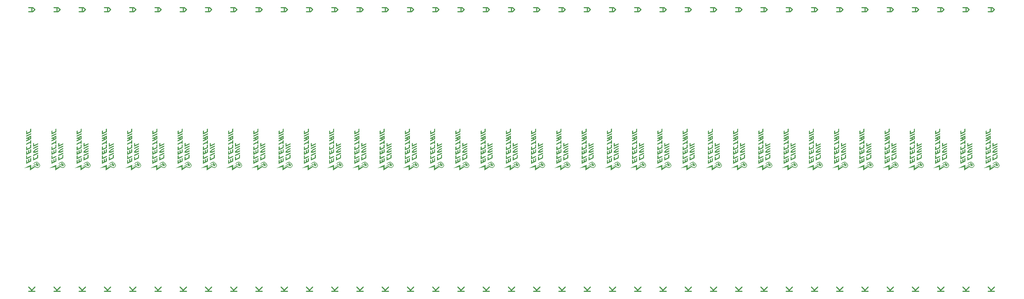
<source format=gbo>
G04*
G04 #@! TF.GenerationSoftware,Altium Limited,Altium Designer,18.1.7 (191)*
G04*
G04 Layer_Color=32896*
%FSLAX44Y44*%
%MOMM*%
G71*
G01*
G75*
%ADD25C,0.5000*%
G36*
X4626737Y912793D02*
X4625302Y912099D01*
X4623868Y911404D01*
X4622526Y910757D01*
X4621183Y910155D01*
X4619934Y909553D01*
X4618684Y908952D01*
X4617527Y908396D01*
X4616371Y907841D01*
X4615306Y907332D01*
X4614288Y906823D01*
X4613270Y906360D01*
X4612344Y905897D01*
X4611419Y905481D01*
X4610586Y905064D01*
X4609799Y904648D01*
X4609012Y904277D01*
X4607624Y903630D01*
X4606421Y903074D01*
X4605449Y902565D01*
X4604616Y902149D01*
X4603968Y901871D01*
X4603505Y901639D01*
X4603227Y901501D01*
X4603135Y901454D01*
Y918022D01*
X4604246Y918578D01*
X4605171Y919040D01*
X4606004Y919411D01*
X4606652Y919735D01*
X4607161Y920012D01*
X4607578Y920197D01*
X4607762Y920290D01*
X4607855Y920336D01*
Y909322D01*
X4609568Y910155D01*
X4611187Y910942D01*
X4612715Y911636D01*
X4614103Y912330D01*
X4615352Y912932D01*
X4616555Y913487D01*
X4617574Y913996D01*
X4618546Y914459D01*
X4619379Y914829D01*
X4620119Y915199D01*
X4620721Y915477D01*
X4621230Y915755D01*
X4621600Y915940D01*
X4621878Y916078D01*
X4622063Y916125D01*
X4622109Y916171D01*
Y927093D01*
X4623220Y927648D01*
X4624145Y928111D01*
X4624932Y928528D01*
X4625580Y928851D01*
X4626089Y929083D01*
X4626459Y929268D01*
X4626644Y929361D01*
X4626737Y929407D01*
Y912793D01*
D02*
G37*
G36*
X4506737D02*
X4505302Y912099D01*
X4503868Y911404D01*
X4502526Y910757D01*
X4501183Y910155D01*
X4499934Y909553D01*
X4498684Y908952D01*
X4497527Y908396D01*
X4496371Y907841D01*
X4495306Y907332D01*
X4494288Y906823D01*
X4493270Y906360D01*
X4492344Y905897D01*
X4491419Y905481D01*
X4490586Y905064D01*
X4489799Y904648D01*
X4489012Y904277D01*
X4487624Y903630D01*
X4486421Y903074D01*
X4485449Y902565D01*
X4484616Y902149D01*
X4483968Y901871D01*
X4483505Y901639D01*
X4483227Y901501D01*
X4483135Y901454D01*
Y918022D01*
X4484246Y918578D01*
X4485171Y919040D01*
X4486004Y919411D01*
X4486652Y919735D01*
X4487161Y920012D01*
X4487578Y920197D01*
X4487763Y920290D01*
X4487855Y920336D01*
Y909322D01*
X4489568Y910155D01*
X4491187Y910942D01*
X4492715Y911636D01*
X4494103Y912330D01*
X4495352Y912932D01*
X4496555Y913487D01*
X4497574Y913996D01*
X4498546Y914459D01*
X4499379Y914829D01*
X4500119Y915199D01*
X4500721Y915477D01*
X4501230Y915755D01*
X4501600Y915940D01*
X4501878Y916078D01*
X4502063Y916125D01*
X4502109Y916171D01*
Y927093D01*
X4503220Y927648D01*
X4504145Y928111D01*
X4504932Y928528D01*
X4505580Y928851D01*
X4506089Y929083D01*
X4506459Y929268D01*
X4506644Y929361D01*
X4506737Y929407D01*
Y912793D01*
D02*
G37*
G36*
X4386737D02*
X4385302Y912099D01*
X4383868Y911404D01*
X4382526Y910757D01*
X4381183Y910155D01*
X4379934Y909553D01*
X4378684Y908952D01*
X4377527Y908396D01*
X4376371Y907841D01*
X4375306Y907332D01*
X4374288Y906823D01*
X4373270Y906360D01*
X4372344Y905897D01*
X4371419Y905481D01*
X4370586Y905064D01*
X4369799Y904648D01*
X4369012Y904277D01*
X4367624Y903630D01*
X4366421Y903074D01*
X4365449Y902565D01*
X4364616Y902149D01*
X4363968Y901871D01*
X4363505Y901639D01*
X4363227Y901501D01*
X4363135Y901454D01*
Y918022D01*
X4364246Y918578D01*
X4365171Y919040D01*
X4366004Y919411D01*
X4366652Y919735D01*
X4367161Y920012D01*
X4367578Y920197D01*
X4367763Y920290D01*
X4367855Y920336D01*
Y909322D01*
X4369568Y910155D01*
X4371187Y910942D01*
X4372715Y911636D01*
X4374103Y912330D01*
X4375352Y912932D01*
X4376555Y913487D01*
X4377574Y913996D01*
X4378546Y914459D01*
X4379379Y914829D01*
X4380119Y915199D01*
X4380721Y915477D01*
X4381230Y915755D01*
X4381600Y915940D01*
X4381878Y916078D01*
X4382063Y916125D01*
X4382109Y916171D01*
Y927093D01*
X4383220Y927648D01*
X4384146Y928111D01*
X4384932Y928528D01*
X4385580Y928851D01*
X4386089Y929083D01*
X4386459Y929268D01*
X4386644Y929361D01*
X4386737Y929407D01*
Y912793D01*
D02*
G37*
G36*
X4266737D02*
X4265302Y912099D01*
X4263868Y911404D01*
X4262526Y910757D01*
X4261183Y910155D01*
X4259934Y909553D01*
X4258684Y908952D01*
X4257527Y908396D01*
X4256371Y907841D01*
X4255306Y907332D01*
X4254288Y906823D01*
X4253270Y906360D01*
X4252344Y905897D01*
X4251419Y905481D01*
X4250586Y905064D01*
X4249799Y904648D01*
X4249012Y904277D01*
X4247624Y903630D01*
X4246421Y903074D01*
X4245449Y902565D01*
X4244616Y902149D01*
X4243968Y901871D01*
X4243505Y901639D01*
X4243228Y901501D01*
X4243135Y901454D01*
Y918022D01*
X4244246Y918578D01*
X4245171Y919040D01*
X4246004Y919411D01*
X4246652Y919735D01*
X4247161Y920012D01*
X4247578Y920197D01*
X4247763Y920290D01*
X4247855Y920336D01*
Y909322D01*
X4249568Y910155D01*
X4251187Y910942D01*
X4252715Y911636D01*
X4254103Y912330D01*
X4255352Y912932D01*
X4256555Y913487D01*
X4257574Y913996D01*
X4258546Y914459D01*
X4259379Y914829D01*
X4260119Y915199D01*
X4260721Y915477D01*
X4261230Y915755D01*
X4261600Y915940D01*
X4261878Y916078D01*
X4262063Y916125D01*
X4262109Y916171D01*
Y927093D01*
X4263220Y927648D01*
X4264146Y928111D01*
X4264932Y928528D01*
X4265580Y928851D01*
X4266089Y929083D01*
X4266459Y929268D01*
X4266644Y929361D01*
X4266737Y929407D01*
Y912793D01*
D02*
G37*
G36*
X4146737D02*
X4145302Y912099D01*
X4143868Y911404D01*
X4142526Y910757D01*
X4141183Y910155D01*
X4139934Y909553D01*
X4138684Y908952D01*
X4137527Y908396D01*
X4136371Y907841D01*
X4135306Y907332D01*
X4134288Y906823D01*
X4133270Y906360D01*
X4132344Y905897D01*
X4131419Y905481D01*
X4130586Y905064D01*
X4129799Y904648D01*
X4129012Y904277D01*
X4127624Y903630D01*
X4126421Y903074D01*
X4125449Y902565D01*
X4124616Y902149D01*
X4123968Y901871D01*
X4123505Y901639D01*
X4123228Y901501D01*
X4123135Y901454D01*
Y918022D01*
X4124246Y918578D01*
X4125171Y919040D01*
X4126004Y919411D01*
X4126652Y919735D01*
X4127161Y920012D01*
X4127578Y920197D01*
X4127763Y920290D01*
X4127855Y920336D01*
Y909322D01*
X4129568Y910155D01*
X4131187Y910942D01*
X4132715Y911636D01*
X4134103Y912330D01*
X4135352Y912932D01*
X4136556Y913487D01*
X4137574Y913996D01*
X4138546Y914459D01*
X4139379Y914829D01*
X4140119Y915199D01*
X4140721Y915477D01*
X4141230Y915755D01*
X4141600Y915940D01*
X4141878Y916078D01*
X4142063Y916125D01*
X4142109Y916171D01*
Y927093D01*
X4143220Y927648D01*
X4144146Y928111D01*
X4144932Y928528D01*
X4145580Y928851D01*
X4146089Y929083D01*
X4146459Y929268D01*
X4146644Y929361D01*
X4146737Y929407D01*
Y912793D01*
D02*
G37*
G36*
X4026737D02*
X4025302Y912099D01*
X4023868Y911404D01*
X4022526Y910757D01*
X4021183Y910155D01*
X4019934Y909553D01*
X4018684Y908952D01*
X4017527Y908396D01*
X4016371Y907841D01*
X4015306Y907332D01*
X4014288Y906823D01*
X4013270Y906360D01*
X4012344Y905897D01*
X4011419Y905481D01*
X4010586Y905064D01*
X4009799Y904648D01*
X4009012Y904277D01*
X4007624Y903630D01*
X4006421Y903074D01*
X4005449Y902565D01*
X4004616Y902149D01*
X4003968Y901871D01*
X4003505Y901639D01*
X4003228Y901501D01*
X4003135Y901454D01*
Y918022D01*
X4004246Y918578D01*
X4005171Y919040D01*
X4006004Y919411D01*
X4006652Y919735D01*
X4007161Y920012D01*
X4007578Y920197D01*
X4007763Y920290D01*
X4007855Y920336D01*
Y909322D01*
X4009568Y910155D01*
X4011187Y910942D01*
X4012715Y911636D01*
X4014103Y912330D01*
X4015352Y912932D01*
X4016556Y913487D01*
X4017574Y913996D01*
X4018546Y914459D01*
X4019379Y914829D01*
X4020119Y915199D01*
X4020721Y915477D01*
X4021230Y915755D01*
X4021600Y915940D01*
X4021878Y916078D01*
X4022063Y916125D01*
X4022109Y916171D01*
Y927093D01*
X4023220Y927648D01*
X4024146Y928111D01*
X4024932Y928528D01*
X4025580Y928851D01*
X4026089Y929083D01*
X4026459Y929268D01*
X4026644Y929361D01*
X4026737Y929407D01*
Y912793D01*
D02*
G37*
G36*
X3906737D02*
X3905302Y912099D01*
X3903868Y911404D01*
X3902526Y910757D01*
X3901183Y910155D01*
X3899934Y909553D01*
X3898684Y908952D01*
X3897527Y908396D01*
X3896371Y907841D01*
X3895306Y907332D01*
X3894288Y906823D01*
X3893270Y906360D01*
X3892344Y905897D01*
X3891419Y905481D01*
X3890586Y905064D01*
X3889799Y904648D01*
X3889012Y904277D01*
X3887624Y903630D01*
X3886421Y903074D01*
X3885449Y902565D01*
X3884616Y902149D01*
X3883968Y901871D01*
X3883505Y901639D01*
X3883228Y901501D01*
X3883135Y901454D01*
Y918022D01*
X3884246Y918578D01*
X3885171Y919040D01*
X3886004Y919411D01*
X3886652Y919735D01*
X3887161Y920012D01*
X3887578Y920197D01*
X3887763Y920290D01*
X3887855Y920336D01*
Y909322D01*
X3889568Y910155D01*
X3891187Y910942D01*
X3892715Y911636D01*
X3894103Y912330D01*
X3895352Y912932D01*
X3896556Y913487D01*
X3897574Y913996D01*
X3898546Y914459D01*
X3899379Y914829D01*
X3900119Y915199D01*
X3900721Y915477D01*
X3901230Y915755D01*
X3901600Y915940D01*
X3901878Y916078D01*
X3902063Y916125D01*
X3902109Y916171D01*
Y927093D01*
X3903220Y927648D01*
X3904146Y928111D01*
X3904932Y928528D01*
X3905580Y928851D01*
X3906089Y929083D01*
X3906459Y929268D01*
X3906645Y929361D01*
X3906737Y929407D01*
Y912793D01*
D02*
G37*
G36*
X3786737D02*
X3785302Y912099D01*
X3783868Y911404D01*
X3782526Y910757D01*
X3781183Y910155D01*
X3779934Y909553D01*
X3778684Y908952D01*
X3777527Y908396D01*
X3776371Y907841D01*
X3775306Y907332D01*
X3774288Y906823D01*
X3773270Y906360D01*
X3772344Y905897D01*
X3771419Y905481D01*
X3770586Y905064D01*
X3769799Y904648D01*
X3769012Y904277D01*
X3767624Y903630D01*
X3766421Y903074D01*
X3765449Y902565D01*
X3764616Y902149D01*
X3763968Y901871D01*
X3763505Y901639D01*
X3763228Y901501D01*
X3763135Y901454D01*
Y918022D01*
X3764246Y918578D01*
X3765171Y919040D01*
X3766004Y919411D01*
X3766652Y919735D01*
X3767161Y920012D01*
X3767578Y920197D01*
X3767763Y920290D01*
X3767855Y920336D01*
Y909322D01*
X3769568Y910155D01*
X3771187Y910942D01*
X3772715Y911636D01*
X3774103Y912330D01*
X3775352Y912932D01*
X3776556Y913487D01*
X3777574Y913996D01*
X3778546Y914459D01*
X3779379Y914829D01*
X3780119Y915199D01*
X3780721Y915477D01*
X3781230Y915755D01*
X3781600Y915940D01*
X3781878Y916078D01*
X3782063Y916125D01*
X3782109Y916171D01*
Y927093D01*
X3783220Y927648D01*
X3784146Y928111D01*
X3784932Y928528D01*
X3785580Y928851D01*
X3786089Y929083D01*
X3786459Y929268D01*
X3786645Y929361D01*
X3786737Y929407D01*
Y912793D01*
D02*
G37*
G36*
X3666737D02*
X3665302Y912099D01*
X3663868Y911404D01*
X3662526Y910757D01*
X3661183Y910155D01*
X3659934Y909553D01*
X3658684Y908952D01*
X3657527Y908396D01*
X3656371Y907841D01*
X3655306Y907332D01*
X3654288Y906823D01*
X3653270Y906360D01*
X3652344Y905897D01*
X3651419Y905481D01*
X3650586Y905064D01*
X3649799Y904648D01*
X3649012Y904277D01*
X3647624Y903630D01*
X3646421Y903074D01*
X3645449Y902565D01*
X3644616Y902149D01*
X3643968Y901871D01*
X3643505Y901639D01*
X3643228Y901501D01*
X3643135Y901454D01*
Y918022D01*
X3644246Y918578D01*
X3645171Y919040D01*
X3646004Y919411D01*
X3646652Y919735D01*
X3647161Y920012D01*
X3647578Y920197D01*
X3647763Y920290D01*
X3647855Y920336D01*
Y909322D01*
X3649568Y910155D01*
X3651187Y910942D01*
X3652715Y911636D01*
X3654103Y912330D01*
X3655352Y912932D01*
X3656556Y913487D01*
X3657574Y913996D01*
X3658546Y914459D01*
X3659379Y914829D01*
X3660119Y915199D01*
X3660721Y915477D01*
X3661230Y915755D01*
X3661600Y915940D01*
X3661878Y916078D01*
X3662063Y916125D01*
X3662109Y916171D01*
Y927093D01*
X3663220Y927648D01*
X3664146Y928111D01*
X3664932Y928528D01*
X3665580Y928851D01*
X3666089Y929083D01*
X3666459Y929268D01*
X3666645Y929361D01*
X3666737Y929407D01*
Y912793D01*
D02*
G37*
G36*
X3546737D02*
X3545302Y912099D01*
X3543868Y911404D01*
X3542526Y910757D01*
X3541183Y910155D01*
X3539934Y909553D01*
X3538684Y908952D01*
X3537527Y908396D01*
X3536371Y907841D01*
X3535306Y907332D01*
X3534288Y906823D01*
X3533270Y906360D01*
X3532344Y905897D01*
X3531419Y905481D01*
X3530586Y905064D01*
X3529799Y904648D01*
X3529012Y904277D01*
X3527624Y903630D01*
X3526421Y903074D01*
X3525449Y902565D01*
X3524616Y902149D01*
X3523968Y901871D01*
X3523505Y901639D01*
X3523228Y901501D01*
X3523135Y901454D01*
Y918022D01*
X3524246Y918578D01*
X3525171Y919040D01*
X3526004Y919411D01*
X3526652Y919735D01*
X3527161Y920012D01*
X3527578Y920197D01*
X3527763Y920290D01*
X3527855Y920336D01*
Y909322D01*
X3529568Y910155D01*
X3531187Y910942D01*
X3532715Y911636D01*
X3534103Y912330D01*
X3535352Y912932D01*
X3536556Y913487D01*
X3537574Y913996D01*
X3538546Y914459D01*
X3539379Y914829D01*
X3540119Y915199D01*
X3540721Y915477D01*
X3541230Y915755D01*
X3541600Y915940D01*
X3541878Y916078D01*
X3542063Y916125D01*
X3542109Y916171D01*
Y927093D01*
X3543220Y927648D01*
X3544146Y928111D01*
X3544932Y928528D01*
X3545580Y928851D01*
X3546089Y929083D01*
X3546459Y929268D01*
X3546645Y929361D01*
X3546737Y929407D01*
Y912793D01*
D02*
G37*
G36*
X3426737D02*
X3425302Y912099D01*
X3423868Y911404D01*
X3422526Y910757D01*
X3421183Y910155D01*
X3419934Y909553D01*
X3418685Y908952D01*
X3417527Y908396D01*
X3416371Y907841D01*
X3415306Y907332D01*
X3414288Y906823D01*
X3413270Y906360D01*
X3412344Y905897D01*
X3411419Y905481D01*
X3410586Y905064D01*
X3409799Y904648D01*
X3409012Y904277D01*
X3407624Y903630D01*
X3406421Y903074D01*
X3405449Y902565D01*
X3404616Y902149D01*
X3403968Y901871D01*
X3403505Y901639D01*
X3403228Y901501D01*
X3403135Y901454D01*
Y918022D01*
X3404246Y918578D01*
X3405171Y919040D01*
X3406004Y919411D01*
X3406652Y919735D01*
X3407161Y920012D01*
X3407578Y920197D01*
X3407763Y920290D01*
X3407855Y920336D01*
Y909322D01*
X3409568Y910155D01*
X3411187Y910942D01*
X3412715Y911636D01*
X3414103Y912330D01*
X3415352Y912932D01*
X3416556Y913487D01*
X3417574Y913996D01*
X3418546Y914459D01*
X3419379Y914829D01*
X3420119Y915199D01*
X3420721Y915477D01*
X3421230Y915755D01*
X3421600Y915940D01*
X3421878Y916078D01*
X3422063Y916125D01*
X3422109Y916171D01*
Y927093D01*
X3423220Y927648D01*
X3424146Y928111D01*
X3424932Y928528D01*
X3425580Y928851D01*
X3426089Y929083D01*
X3426459Y929268D01*
X3426645Y929361D01*
X3426737Y929407D01*
Y912793D01*
D02*
G37*
G36*
X3306737D02*
X3305302Y912099D01*
X3303868Y911404D01*
X3302526Y910757D01*
X3301183Y910155D01*
X3299934Y909553D01*
X3298685Y908952D01*
X3297527Y908396D01*
X3296371Y907841D01*
X3295306Y907332D01*
X3294288Y906823D01*
X3293270Y906360D01*
X3292344Y905897D01*
X3291419Y905481D01*
X3290586Y905064D01*
X3289799Y904648D01*
X3289012Y904277D01*
X3287624Y903630D01*
X3286421Y903074D01*
X3285449Y902565D01*
X3284616Y902149D01*
X3283968Y901871D01*
X3283505Y901639D01*
X3283228Y901501D01*
X3283135Y901454D01*
Y918022D01*
X3284246Y918578D01*
X3285171Y919040D01*
X3286004Y919411D01*
X3286652Y919735D01*
X3287161Y920012D01*
X3287578Y920197D01*
X3287763Y920290D01*
X3287855Y920336D01*
Y909322D01*
X3289568Y910155D01*
X3291187Y910942D01*
X3292715Y911636D01*
X3294103Y912330D01*
X3295352Y912932D01*
X3296556Y913487D01*
X3297574Y913996D01*
X3298546Y914459D01*
X3299379Y914829D01*
X3300119Y915199D01*
X3300721Y915477D01*
X3301230Y915755D01*
X3301600Y915940D01*
X3301878Y916078D01*
X3302063Y916125D01*
X3302109Y916171D01*
Y927093D01*
X3303220Y927648D01*
X3304146Y928111D01*
X3304932Y928528D01*
X3305580Y928851D01*
X3306089Y929083D01*
X3306459Y929268D01*
X3306645Y929361D01*
X3306737Y929407D01*
Y912793D01*
D02*
G37*
G36*
X3186737D02*
X3185302Y912099D01*
X3183868Y911404D01*
X3182526Y910757D01*
X3181183Y910155D01*
X3179934Y909553D01*
X3178685Y908952D01*
X3177527Y908396D01*
X3176371Y907841D01*
X3175306Y907332D01*
X3174288Y906823D01*
X3173270Y906360D01*
X3172344Y905897D01*
X3171419Y905481D01*
X3170586Y905064D01*
X3169799Y904648D01*
X3169012Y904277D01*
X3167624Y903630D01*
X3166421Y903074D01*
X3165449Y902565D01*
X3164616Y902149D01*
X3163968Y901871D01*
X3163505Y901639D01*
X3163228Y901501D01*
X3163135Y901454D01*
Y918022D01*
X3164246Y918578D01*
X3165171Y919040D01*
X3166004Y919411D01*
X3166652Y919735D01*
X3167161Y920012D01*
X3167578Y920197D01*
X3167763Y920290D01*
X3167855Y920336D01*
Y909322D01*
X3169568Y910155D01*
X3171187Y910942D01*
X3172715Y911636D01*
X3174103Y912330D01*
X3175352Y912932D01*
X3176556Y913487D01*
X3177574Y913996D01*
X3178546Y914459D01*
X3179379Y914829D01*
X3180119Y915199D01*
X3180721Y915477D01*
X3181230Y915755D01*
X3181600Y915940D01*
X3181878Y916078D01*
X3182063Y916125D01*
X3182109Y916171D01*
Y927093D01*
X3183220Y927648D01*
X3184146Y928111D01*
X3184932Y928528D01*
X3185580Y928851D01*
X3186089Y929083D01*
X3186459Y929268D01*
X3186645Y929361D01*
X3186737Y929407D01*
Y912793D01*
D02*
G37*
G36*
X3066737D02*
X3065302Y912099D01*
X3063868Y911404D01*
X3062526Y910757D01*
X3061183Y910155D01*
X3059934Y909553D01*
X3058685Y908952D01*
X3057527Y908396D01*
X3056371Y907841D01*
X3055306Y907332D01*
X3054288Y906823D01*
X3053270Y906360D01*
X3052344Y905897D01*
X3051419Y905481D01*
X3050586Y905064D01*
X3049799Y904648D01*
X3049012Y904277D01*
X3047624Y903630D01*
X3046421Y903074D01*
X3045449Y902565D01*
X3044616Y902149D01*
X3043968Y901871D01*
X3043505Y901639D01*
X3043228Y901501D01*
X3043135Y901454D01*
Y918022D01*
X3044246Y918578D01*
X3045171Y919040D01*
X3046004Y919411D01*
X3046652Y919735D01*
X3047161Y920012D01*
X3047578Y920197D01*
X3047763Y920290D01*
X3047855Y920336D01*
Y909322D01*
X3049568Y910155D01*
X3051187Y910942D01*
X3052715Y911636D01*
X3054103Y912330D01*
X3055352Y912932D01*
X3056556Y913487D01*
X3057574Y913996D01*
X3058546Y914459D01*
X3059379Y914829D01*
X3060119Y915199D01*
X3060721Y915477D01*
X3061230Y915755D01*
X3061600Y915940D01*
X3061878Y916078D01*
X3062063Y916125D01*
X3062109Y916171D01*
Y927093D01*
X3063220Y927648D01*
X3064146Y928111D01*
X3064932Y928528D01*
X3065580Y928851D01*
X3066089Y929083D01*
X3066459Y929268D01*
X3066645Y929361D01*
X3066737Y929407D01*
Y912793D01*
D02*
G37*
G36*
X2946737D02*
X2945302Y912099D01*
X2943868Y911404D01*
X2942526Y910757D01*
X2941184Y910155D01*
X2939934Y909553D01*
X2938685Y908952D01*
X2937527Y908396D01*
X2936371Y907841D01*
X2935306Y907332D01*
X2934288Y906823D01*
X2933270Y906360D01*
X2932344Y905897D01*
X2931419Y905481D01*
X2930586Y905064D01*
X2929799Y904648D01*
X2929012Y904277D01*
X2927624Y903630D01*
X2926421Y903074D01*
X2925449Y902565D01*
X2924616Y902149D01*
X2923968Y901871D01*
X2923505Y901639D01*
X2923228Y901501D01*
X2923135Y901454D01*
Y918022D01*
X2924246Y918578D01*
X2925171Y919040D01*
X2926004Y919411D01*
X2926652Y919735D01*
X2927161Y920012D01*
X2927578Y920197D01*
X2927763Y920290D01*
X2927856Y920336D01*
Y909322D01*
X2929568Y910155D01*
X2931187Y910942D01*
X2932715Y911636D01*
X2934103Y912330D01*
X2935352Y912932D01*
X2936556Y913487D01*
X2937574Y913996D01*
X2938546Y914459D01*
X2939379Y914829D01*
X2940119Y915199D01*
X2940721Y915477D01*
X2941230Y915755D01*
X2941600Y915940D01*
X2941878Y916078D01*
X2942063Y916125D01*
X2942109Y916171D01*
Y927093D01*
X2943220Y927648D01*
X2944146Y928111D01*
X2944932Y928528D01*
X2945580Y928851D01*
X2946089Y929083D01*
X2946459Y929268D01*
X2946645Y929361D01*
X2946737Y929407D01*
Y912793D01*
D02*
G37*
G36*
X2826737D02*
X2825302Y912099D01*
X2823868Y911404D01*
X2822526Y910757D01*
X2821184Y910155D01*
X2819934Y909553D01*
X2818685Y908952D01*
X2817527Y908396D01*
X2816371Y907841D01*
X2815306Y907332D01*
X2814288Y906823D01*
X2813270Y906360D01*
X2812344Y905897D01*
X2811419Y905481D01*
X2810586Y905064D01*
X2809799Y904648D01*
X2809012Y904277D01*
X2807624Y903630D01*
X2806421Y903074D01*
X2805449Y902565D01*
X2804616Y902149D01*
X2803968Y901871D01*
X2803505Y901639D01*
X2803228Y901501D01*
X2803135Y901454D01*
Y918022D01*
X2804246Y918578D01*
X2805171Y919040D01*
X2806004Y919411D01*
X2806652Y919735D01*
X2807161Y920012D01*
X2807578Y920197D01*
X2807763Y920290D01*
X2807856Y920336D01*
Y909322D01*
X2809568Y910155D01*
X2811187Y910942D01*
X2812715Y911636D01*
X2814103Y912330D01*
X2815352Y912932D01*
X2816556Y913487D01*
X2817574Y913996D01*
X2818546Y914459D01*
X2819379Y914829D01*
X2820119Y915199D01*
X2820721Y915477D01*
X2821230Y915755D01*
X2821600Y915940D01*
X2821878Y916078D01*
X2822063Y916125D01*
X2822109Y916171D01*
Y927093D01*
X2823220Y927648D01*
X2824146Y928111D01*
X2824932Y928528D01*
X2825580Y928851D01*
X2826089Y929083D01*
X2826459Y929268D01*
X2826645Y929361D01*
X2826737Y929407D01*
Y912793D01*
D02*
G37*
G36*
X2706737D02*
X2705302Y912099D01*
X2703868Y911404D01*
X2702526Y910757D01*
X2701184Y910155D01*
X2699934Y909553D01*
X2698685Y908952D01*
X2697528Y908396D01*
X2696371Y907841D01*
X2695306Y907332D01*
X2694288Y906823D01*
X2693270Y906360D01*
X2692344Y905897D01*
X2691419Y905481D01*
X2690586Y905064D01*
X2689799Y904648D01*
X2689012Y904277D01*
X2687624Y903630D01*
X2686421Y903074D01*
X2685449Y902565D01*
X2684616Y902149D01*
X2683968Y901871D01*
X2683505Y901639D01*
X2683228Y901501D01*
X2683135Y901454D01*
Y918022D01*
X2684246Y918578D01*
X2685171Y919040D01*
X2686004Y919411D01*
X2686652Y919735D01*
X2687161Y920012D01*
X2687578Y920197D01*
X2687763Y920290D01*
X2687856Y920336D01*
Y909322D01*
X2689568Y910155D01*
X2691187Y910942D01*
X2692715Y911636D01*
X2694103Y912330D01*
X2695352Y912932D01*
X2696556Y913487D01*
X2697574Y913996D01*
X2698546Y914459D01*
X2699379Y914829D01*
X2700119Y915199D01*
X2700721Y915477D01*
X2701230Y915755D01*
X2701600Y915940D01*
X2701878Y916078D01*
X2702063Y916125D01*
X2702109Y916171D01*
Y927093D01*
X2703220Y927648D01*
X2704146Y928111D01*
X2704932Y928528D01*
X2705580Y928851D01*
X2706089Y929083D01*
X2706459Y929268D01*
X2706645Y929361D01*
X2706737Y929407D01*
Y912793D01*
D02*
G37*
G36*
X2586737D02*
X2585302Y912099D01*
X2583868Y911404D01*
X2582526Y910757D01*
X2581184Y910155D01*
X2579934Y909553D01*
X2578685Y908952D01*
X2577528Y908396D01*
X2576371Y907841D01*
X2575306Y907332D01*
X2574288Y906823D01*
X2573270Y906360D01*
X2572344Y905897D01*
X2571419Y905481D01*
X2570586Y905064D01*
X2569799Y904648D01*
X2569012Y904277D01*
X2567624Y903630D01*
X2566421Y903074D01*
X2565449Y902565D01*
X2564616Y902149D01*
X2563968Y901871D01*
X2563505Y901639D01*
X2563228Y901501D01*
X2563135Y901454D01*
Y918022D01*
X2564246Y918578D01*
X2565171Y919040D01*
X2566004Y919411D01*
X2566652Y919735D01*
X2567161Y920012D01*
X2567578Y920197D01*
X2567763Y920290D01*
X2567856Y920336D01*
Y909322D01*
X2569568Y910155D01*
X2571187Y910942D01*
X2572715Y911636D01*
X2574103Y912330D01*
X2575352Y912932D01*
X2576556Y913487D01*
X2577574Y913996D01*
X2578546Y914459D01*
X2579379Y914829D01*
X2580119Y915199D01*
X2580721Y915477D01*
X2581230Y915755D01*
X2581600Y915940D01*
X2581878Y916078D01*
X2582063Y916125D01*
X2582109Y916171D01*
Y927093D01*
X2583220Y927648D01*
X2584146Y928111D01*
X2584932Y928528D01*
X2585580Y928851D01*
X2586089Y929083D01*
X2586459Y929268D01*
X2586645Y929361D01*
X2586737Y929407D01*
Y912793D01*
D02*
G37*
G36*
X2466737D02*
X2465302Y912099D01*
X2463868Y911404D01*
X2462526Y910757D01*
X2461184Y910155D01*
X2459934Y909553D01*
X2458685Y908952D01*
X2457528Y908396D01*
X2456371Y907841D01*
X2455306Y907332D01*
X2454288Y906823D01*
X2453270Y906360D01*
X2452344Y905897D01*
X2451419Y905481D01*
X2450586Y905064D01*
X2449799Y904648D01*
X2449012Y904277D01*
X2447624Y903630D01*
X2446421Y903074D01*
X2445449Y902565D01*
X2444616Y902149D01*
X2443968Y901871D01*
X2443505Y901639D01*
X2443228Y901501D01*
X2443135Y901454D01*
Y918022D01*
X2444246Y918578D01*
X2445171Y919040D01*
X2446004Y919411D01*
X2446652Y919735D01*
X2447161Y920012D01*
X2447578Y920197D01*
X2447763Y920290D01*
X2447855Y920336D01*
Y909322D01*
X2449568Y910155D01*
X2451187Y910942D01*
X2452715Y911636D01*
X2454103Y912330D01*
X2455353Y912932D01*
X2456556Y913487D01*
X2457574Y913996D01*
X2458546Y914459D01*
X2459379Y914829D01*
X2460119Y915199D01*
X2460721Y915477D01*
X2461230Y915755D01*
X2461600Y915940D01*
X2461878Y916078D01*
X2462063Y916125D01*
X2462109Y916171D01*
Y927093D01*
X2463220Y927648D01*
X2464146Y928111D01*
X2464932Y928528D01*
X2465580Y928851D01*
X2466089Y929083D01*
X2466460Y929268D01*
X2466645Y929361D01*
X2466737Y929407D01*
Y912793D01*
D02*
G37*
G36*
X2346737D02*
X2345302Y912099D01*
X2343868Y911404D01*
X2342526Y910757D01*
X2341184Y910155D01*
X2339934Y909553D01*
X2338685Y908952D01*
X2337528Y908396D01*
X2336371Y907841D01*
X2335306Y907332D01*
X2334288Y906823D01*
X2333270Y906360D01*
X2332345Y905897D01*
X2331419Y905481D01*
X2330586Y905064D01*
X2329799Y904648D01*
X2329012Y904277D01*
X2327624Y903630D01*
X2326421Y903074D01*
X2325449Y902565D01*
X2324616Y902149D01*
X2323968Y901871D01*
X2323505Y901639D01*
X2323228Y901501D01*
X2323135Y901454D01*
Y918022D01*
X2324246Y918578D01*
X2325171Y919040D01*
X2326004Y919411D01*
X2326652Y919735D01*
X2327161Y920012D01*
X2327578Y920197D01*
X2327763Y920290D01*
X2327855Y920336D01*
Y909322D01*
X2329568Y910155D01*
X2331187Y910942D01*
X2332715Y911636D01*
X2334103Y912330D01*
X2335353Y912932D01*
X2336556Y913487D01*
X2337574Y913996D01*
X2338546Y914459D01*
X2339379Y914829D01*
X2340119Y915199D01*
X2340721Y915477D01*
X2341230Y915755D01*
X2341600Y915940D01*
X2341878Y916078D01*
X2342063Y916125D01*
X2342109Y916171D01*
Y927093D01*
X2343220Y927648D01*
X2344146Y928111D01*
X2344932Y928528D01*
X2345580Y928851D01*
X2346089Y929083D01*
X2346460Y929268D01*
X2346645Y929361D01*
X2346737Y929407D01*
Y912793D01*
D02*
G37*
G36*
X2226737D02*
X2225302Y912099D01*
X2223868Y911404D01*
X2222526Y910757D01*
X2221184Y910155D01*
X2219934Y909553D01*
X2218685Y908952D01*
X2217528Y908396D01*
X2216371Y907841D01*
X2215306Y907332D01*
X2214288Y906823D01*
X2213270Y906360D01*
X2212345Y905897D01*
X2211419Y905481D01*
X2210586Y905064D01*
X2209799Y904648D01*
X2209012Y904277D01*
X2207624Y903630D01*
X2206421Y903074D01*
X2205449Y902565D01*
X2204616Y902149D01*
X2203968Y901871D01*
X2203505Y901639D01*
X2203228Y901501D01*
X2203135Y901454D01*
Y918022D01*
X2204246Y918578D01*
X2205171Y919040D01*
X2206004Y919411D01*
X2206652Y919735D01*
X2207161Y920012D01*
X2207578Y920197D01*
X2207763Y920290D01*
X2207855Y920336D01*
Y909322D01*
X2209568Y910155D01*
X2211187Y910942D01*
X2212715Y911636D01*
X2214103Y912330D01*
X2215353Y912932D01*
X2216556Y913487D01*
X2217574Y913996D01*
X2218546Y914459D01*
X2219379Y914829D01*
X2220119Y915199D01*
X2220721Y915477D01*
X2221230Y915755D01*
X2221600Y915940D01*
X2221878Y916078D01*
X2222063Y916125D01*
X2222109Y916171D01*
Y927093D01*
X2223220Y927648D01*
X2224146Y928111D01*
X2224932Y928528D01*
X2225580Y928851D01*
X2226089Y929083D01*
X2226460Y929268D01*
X2226645Y929361D01*
X2226737Y929407D01*
Y912793D01*
D02*
G37*
G36*
X2106737D02*
X2105302Y912099D01*
X2103868Y911404D01*
X2102526Y910757D01*
X2101184Y910155D01*
X2099934Y909553D01*
X2098685Y908952D01*
X2097528Y908396D01*
X2096371Y907841D01*
X2095306Y907332D01*
X2094288Y906823D01*
X2093270Y906360D01*
X2092345Y905897D01*
X2091419Y905481D01*
X2090586Y905064D01*
X2089799Y904648D01*
X2089012Y904277D01*
X2087624Y903630D01*
X2086421Y903074D01*
X2085449Y902565D01*
X2084616Y902149D01*
X2083968Y901871D01*
X2083505Y901639D01*
X2083228Y901501D01*
X2083135Y901454D01*
Y918022D01*
X2084246Y918578D01*
X2085171Y919040D01*
X2086004Y919411D01*
X2086652Y919735D01*
X2087161Y920012D01*
X2087578Y920197D01*
X2087763Y920290D01*
X2087855Y920336D01*
Y909322D01*
X2089568Y910155D01*
X2091187Y910942D01*
X2092715Y911636D01*
X2094103Y912330D01*
X2095353Y912932D01*
X2096556Y913487D01*
X2097574Y913996D01*
X2098546Y914459D01*
X2099379Y914829D01*
X2100119Y915199D01*
X2100721Y915477D01*
X2101230Y915755D01*
X2101600Y915940D01*
X2101878Y916078D01*
X2102063Y916125D01*
X2102109Y916171D01*
Y927093D01*
X2103220Y927648D01*
X2104146Y928111D01*
X2104932Y928528D01*
X2105580Y928851D01*
X2106089Y929083D01*
X2106460Y929268D01*
X2106645Y929361D01*
X2106737Y929407D01*
Y912793D01*
D02*
G37*
G36*
X1986737D02*
X1985303Y912099D01*
X1983868Y911404D01*
X1982526Y910757D01*
X1981184Y910155D01*
X1979934Y909553D01*
X1978685Y908952D01*
X1977528Y908396D01*
X1976371Y907841D01*
X1975306Y907332D01*
X1974288Y906823D01*
X1973270Y906360D01*
X1972345Y905897D01*
X1971419Y905481D01*
X1970586Y905064D01*
X1969799Y904648D01*
X1969012Y904277D01*
X1967624Y903630D01*
X1966421Y903074D01*
X1965449Y902565D01*
X1964616Y902149D01*
X1963968Y901871D01*
X1963505Y901639D01*
X1963228Y901501D01*
X1963135Y901454D01*
Y918022D01*
X1964246Y918578D01*
X1965171Y919040D01*
X1966004Y919411D01*
X1966652Y919735D01*
X1967161Y920012D01*
X1967578Y920197D01*
X1967763Y920290D01*
X1967855Y920336D01*
Y909322D01*
X1969568Y910155D01*
X1971187Y910942D01*
X1972715Y911636D01*
X1974103Y912330D01*
X1975353Y912932D01*
X1976556Y913487D01*
X1977574Y913996D01*
X1978546Y914459D01*
X1979379Y914829D01*
X1980119Y915199D01*
X1980721Y915477D01*
X1981230Y915755D01*
X1981600Y915940D01*
X1981878Y916078D01*
X1982063Y916125D01*
X1982109Y916171D01*
Y927093D01*
X1983220Y927648D01*
X1984146Y928111D01*
X1984932Y928528D01*
X1985580Y928851D01*
X1986089Y929083D01*
X1986460Y929268D01*
X1986645Y929361D01*
X1986737Y929407D01*
Y912793D01*
D02*
G37*
G36*
X1866737D02*
X1865303Y912099D01*
X1863868Y911404D01*
X1862526Y910757D01*
X1861184Y910155D01*
X1859934Y909553D01*
X1858685Y908952D01*
X1857528Y908396D01*
X1856371Y907841D01*
X1855306Y907332D01*
X1854288Y906823D01*
X1853270Y906360D01*
X1852345Y905897D01*
X1851419Y905481D01*
X1850586Y905064D01*
X1849799Y904648D01*
X1849012Y904277D01*
X1847624Y903630D01*
X1846421Y903074D01*
X1845449Y902565D01*
X1844616Y902149D01*
X1843968Y901871D01*
X1843505Y901639D01*
X1843228Y901501D01*
X1843135Y901454D01*
Y918022D01*
X1844246Y918578D01*
X1845171Y919040D01*
X1846004Y919411D01*
X1846652Y919735D01*
X1847161Y920012D01*
X1847578Y920197D01*
X1847763Y920290D01*
X1847856Y920336D01*
Y909322D01*
X1849568Y910155D01*
X1851187Y910942D01*
X1852715Y911636D01*
X1854103Y912330D01*
X1855353Y912932D01*
X1856556Y913487D01*
X1857574Y913996D01*
X1858546Y914459D01*
X1859379Y914829D01*
X1860119Y915199D01*
X1860721Y915477D01*
X1861230Y915755D01*
X1861600Y915940D01*
X1861878Y916078D01*
X1862063Y916125D01*
X1862109Y916171D01*
Y927093D01*
X1863220Y927648D01*
X1864146Y928111D01*
X1864932Y928528D01*
X1865580Y928851D01*
X1866089Y929083D01*
X1866460Y929268D01*
X1866645Y929361D01*
X1866737Y929407D01*
Y912793D01*
D02*
G37*
G36*
X1746737D02*
X1745303Y912099D01*
X1743868Y911404D01*
X1742526Y910757D01*
X1741184Y910155D01*
X1739934Y909553D01*
X1738685Y908952D01*
X1737528Y908396D01*
X1736371Y907841D01*
X1735306Y907332D01*
X1734288Y906823D01*
X1733270Y906360D01*
X1732345Y905897D01*
X1731419Y905481D01*
X1730586Y905064D01*
X1729799Y904648D01*
X1729012Y904277D01*
X1727624Y903630D01*
X1726421Y903074D01*
X1725449Y902565D01*
X1724616Y902149D01*
X1723968Y901871D01*
X1723505Y901639D01*
X1723228Y901501D01*
X1723135Y901454D01*
Y918022D01*
X1724246Y918578D01*
X1725171Y919040D01*
X1726004Y919411D01*
X1726652Y919735D01*
X1727161Y920012D01*
X1727578Y920197D01*
X1727763Y920290D01*
X1727856Y920336D01*
Y909322D01*
X1729568Y910155D01*
X1731187Y910942D01*
X1732715Y911636D01*
X1734103Y912330D01*
X1735353Y912932D01*
X1736556Y913487D01*
X1737574Y913996D01*
X1738546Y914459D01*
X1739379Y914829D01*
X1740119Y915199D01*
X1740721Y915477D01*
X1741230Y915755D01*
X1741600Y915940D01*
X1741878Y916078D01*
X1742063Y916125D01*
X1742109Y916171D01*
Y927093D01*
X1743220Y927648D01*
X1744146Y928111D01*
X1744932Y928528D01*
X1745580Y928851D01*
X1746089Y929083D01*
X1746460Y929268D01*
X1746645Y929361D01*
X1746737Y929407D01*
Y912793D01*
D02*
G37*
G36*
X1626737D02*
X1625303Y912099D01*
X1623868Y911404D01*
X1622526Y910757D01*
X1621184Y910155D01*
X1619934Y909553D01*
X1618685Y908952D01*
X1617528Y908396D01*
X1616371Y907841D01*
X1615306Y907332D01*
X1614288Y906823D01*
X1613270Y906360D01*
X1612345Y905897D01*
X1611419Y905481D01*
X1610586Y905064D01*
X1609799Y904648D01*
X1609012Y904277D01*
X1607624Y903630D01*
X1606421Y903074D01*
X1605449Y902565D01*
X1604616Y902149D01*
X1603968Y901871D01*
X1603505Y901639D01*
X1603228Y901501D01*
X1603135Y901454D01*
Y918022D01*
X1604246Y918578D01*
X1605171Y919040D01*
X1606004Y919411D01*
X1606652Y919735D01*
X1607161Y920012D01*
X1607578Y920197D01*
X1607763Y920290D01*
X1607856Y920336D01*
Y909322D01*
X1609568Y910155D01*
X1611188Y910942D01*
X1612715Y911636D01*
X1614103Y912330D01*
X1615353Y912932D01*
X1616556Y913487D01*
X1617574Y913996D01*
X1618546Y914459D01*
X1619379Y914829D01*
X1620119Y915199D01*
X1620721Y915477D01*
X1621230Y915755D01*
X1621600Y915940D01*
X1621878Y916078D01*
X1622063Y916125D01*
X1622109Y916171D01*
Y927093D01*
X1623220Y927648D01*
X1624146Y928111D01*
X1624932Y928528D01*
X1625580Y928851D01*
X1626089Y929083D01*
X1626460Y929268D01*
X1626645Y929361D01*
X1626737Y929407D01*
Y912793D01*
D02*
G37*
G36*
X1506737D02*
X1505303Y912099D01*
X1503868Y911404D01*
X1502526Y910757D01*
X1501184Y910155D01*
X1499934Y909553D01*
X1498685Y908952D01*
X1497528Y908396D01*
X1496371Y907841D01*
X1495306Y907332D01*
X1494288Y906823D01*
X1493270Y906360D01*
X1492345Y905897D01*
X1491419Y905481D01*
X1490586Y905064D01*
X1489799Y904648D01*
X1489012Y904277D01*
X1487624Y903630D01*
X1486421Y903074D01*
X1485449Y902565D01*
X1484616Y902149D01*
X1483968Y901871D01*
X1483505Y901639D01*
X1483228Y901501D01*
X1483135Y901454D01*
Y918022D01*
X1484246Y918578D01*
X1485171Y919040D01*
X1486004Y919411D01*
X1486652Y919735D01*
X1487161Y920012D01*
X1487578Y920197D01*
X1487763Y920290D01*
X1487856Y920336D01*
Y909322D01*
X1489568Y910155D01*
X1491188Y910942D01*
X1492715Y911636D01*
X1494103Y912330D01*
X1495353Y912932D01*
X1496556Y913487D01*
X1497574Y913996D01*
X1498546Y914459D01*
X1499379Y914829D01*
X1500119Y915199D01*
X1500721Y915477D01*
X1501230Y915755D01*
X1501600Y915940D01*
X1501878Y916078D01*
X1502063Y916125D01*
X1502109Y916171D01*
Y927093D01*
X1503220Y927648D01*
X1504146Y928111D01*
X1504932Y928528D01*
X1505580Y928851D01*
X1506089Y929083D01*
X1506460Y929268D01*
X1506645Y929361D01*
X1506737Y929407D01*
Y912793D01*
D02*
G37*
G36*
X1386737D02*
X1385303Y912099D01*
X1383868Y911404D01*
X1382526Y910757D01*
X1381184Y910155D01*
X1379934Y909553D01*
X1378685Y908952D01*
X1377528Y908396D01*
X1376371Y907841D01*
X1375306Y907332D01*
X1374288Y906823D01*
X1373270Y906360D01*
X1372345Y905897D01*
X1371419Y905481D01*
X1370586Y905064D01*
X1369799Y904648D01*
X1369012Y904277D01*
X1367624Y903630D01*
X1366421Y903074D01*
X1365449Y902565D01*
X1364616Y902149D01*
X1363968Y901871D01*
X1363505Y901639D01*
X1363228Y901501D01*
X1363135Y901454D01*
Y918022D01*
X1364246Y918578D01*
X1365171Y919040D01*
X1366004Y919411D01*
X1366652Y919735D01*
X1367161Y920012D01*
X1367578Y920197D01*
X1367763Y920290D01*
X1367856Y920336D01*
Y909322D01*
X1369568Y910155D01*
X1371188Y910942D01*
X1372715Y911636D01*
X1374103Y912330D01*
X1375353Y912932D01*
X1376556Y913487D01*
X1377574Y913996D01*
X1378546Y914459D01*
X1379379Y914829D01*
X1380119Y915199D01*
X1380721Y915477D01*
X1381230Y915755D01*
X1381600Y915940D01*
X1381878Y916078D01*
X1382063Y916125D01*
X1382109Y916171D01*
Y927093D01*
X1383220Y927648D01*
X1384146Y928111D01*
X1384932Y928528D01*
X1385580Y928851D01*
X1386089Y929083D01*
X1386460Y929268D01*
X1386645Y929361D01*
X1386737Y929407D01*
Y912793D01*
D02*
G37*
G36*
X1266737D02*
X1265303Y912099D01*
X1263868Y911404D01*
X1262526Y910757D01*
X1261184Y910155D01*
X1259934Y909553D01*
X1258685Y908952D01*
X1257528Y908396D01*
X1256371Y907841D01*
X1255306Y907332D01*
X1254288Y906823D01*
X1253270Y906360D01*
X1252345Y905897D01*
X1251419Y905481D01*
X1250586Y905064D01*
X1249799Y904648D01*
X1249013Y904277D01*
X1247624Y903630D01*
X1246421Y903074D01*
X1245449Y902565D01*
X1244616Y902149D01*
X1243968Y901871D01*
X1243505Y901639D01*
X1243228Y901501D01*
X1243135Y901454D01*
Y918022D01*
X1244246Y918578D01*
X1245171Y919040D01*
X1246004Y919411D01*
X1246652Y919735D01*
X1247161Y920012D01*
X1247578Y920197D01*
X1247763Y920290D01*
X1247856Y920336D01*
Y909322D01*
X1249568Y910155D01*
X1251188Y910942D01*
X1252715Y911636D01*
X1254103Y912330D01*
X1255353Y912932D01*
X1256556Y913487D01*
X1257574Y913996D01*
X1258546Y914459D01*
X1259379Y914829D01*
X1260119Y915199D01*
X1260721Y915477D01*
X1261230Y915755D01*
X1261600Y915940D01*
X1261878Y916078D01*
X1262063Y916125D01*
X1262109Y916171D01*
Y927093D01*
X1263220Y927648D01*
X1264146Y928111D01*
X1264932Y928528D01*
X1265580Y928851D01*
X1266089Y929083D01*
X1266460Y929268D01*
X1266645Y929361D01*
X1266737Y929407D01*
Y912793D01*
D02*
G37*
G36*
X1146737D02*
X1145303Y912099D01*
X1143868Y911404D01*
X1142526Y910757D01*
X1141184Y910155D01*
X1139934Y909553D01*
X1138685Y908952D01*
X1137528Y908396D01*
X1136371Y907841D01*
X1135306Y907332D01*
X1134288Y906823D01*
X1133270Y906360D01*
X1132345Y905897D01*
X1131419Y905481D01*
X1130586Y905064D01*
X1129799Y904648D01*
X1129013Y904277D01*
X1127624Y903630D01*
X1126421Y903074D01*
X1125449Y902565D01*
X1124616Y902149D01*
X1123968Y901871D01*
X1123505Y901639D01*
X1123228Y901501D01*
X1123135Y901454D01*
Y918022D01*
X1124246Y918578D01*
X1125171Y919040D01*
X1126004Y919411D01*
X1126652Y919735D01*
X1127161Y920012D01*
X1127578Y920197D01*
X1127763Y920290D01*
X1127856Y920336D01*
Y909322D01*
X1129568Y910155D01*
X1131188Y910942D01*
X1132715Y911636D01*
X1134103Y912330D01*
X1135353Y912932D01*
X1136556Y913487D01*
X1137574Y913996D01*
X1138546Y914459D01*
X1139379Y914829D01*
X1140119Y915199D01*
X1140721Y915477D01*
X1141230Y915755D01*
X1141600Y915940D01*
X1141878Y916078D01*
X1142063Y916125D01*
X1142109Y916171D01*
Y927093D01*
X1143220Y927648D01*
X1144146Y928111D01*
X1144932Y928528D01*
X1145580Y928851D01*
X1146089Y929083D01*
X1146460Y929268D01*
X1146645Y929361D01*
X1146737Y929407D01*
Y912793D01*
D02*
G37*
G36*
X1026737D02*
X1025303Y912099D01*
X1023868Y911404D01*
X1022526Y910757D01*
X1021184Y910155D01*
X1019934Y909553D01*
X1018685Y908952D01*
X1017528Y908396D01*
X1016371Y907841D01*
X1015306Y907332D01*
X1014288Y906823D01*
X1013270Y906360D01*
X1012345Y905897D01*
X1011419Y905481D01*
X1010586Y905064D01*
X1009799Y904648D01*
X1009013Y904277D01*
X1007624Y903630D01*
X1006421Y903074D01*
X1005449Y902565D01*
X1004616Y902149D01*
X1003968Y901871D01*
X1003505Y901639D01*
X1003228Y901501D01*
X1003135Y901454D01*
Y918022D01*
X1004246Y918578D01*
X1005171Y919040D01*
X1006004Y919411D01*
X1006652Y919735D01*
X1007161Y920012D01*
X1007578Y920197D01*
X1007763Y920290D01*
X1007856Y920336D01*
Y909322D01*
X1009568Y910155D01*
X1011188Y910942D01*
X1012715Y911636D01*
X1014103Y912330D01*
X1015353Y912932D01*
X1016556Y913487D01*
X1017574Y913996D01*
X1018546Y914459D01*
X1019379Y914829D01*
X1020119Y915199D01*
X1020721Y915477D01*
X1021230Y915755D01*
X1021600Y915940D01*
X1021878Y916078D01*
X1022063Y916125D01*
X1022109Y916171D01*
Y927093D01*
X1023220Y927648D01*
X1024146Y928111D01*
X1024932Y928528D01*
X1025580Y928851D01*
X1026089Y929083D01*
X1026460Y929268D01*
X1026645Y929361D01*
X1026737Y929407D01*
Y912793D01*
D02*
G37*
G36*
X906737D02*
X905303Y912099D01*
X903868Y911404D01*
X902526Y910757D01*
X901184Y910155D01*
X899934Y909553D01*
X898685Y908952D01*
X897528Y908396D01*
X896371Y907841D01*
X895306Y907332D01*
X894288Y906823D01*
X893270Y906360D01*
X892345Y905897D01*
X891419Y905481D01*
X890586Y905064D01*
X889799Y904648D01*
X889013Y904277D01*
X887624Y903630D01*
X886421Y903074D01*
X885449Y902565D01*
X884616Y902149D01*
X883968Y901871D01*
X883505Y901639D01*
X883228Y901501D01*
X883135Y901454D01*
Y918022D01*
X884246Y918578D01*
X885171Y919040D01*
X886004Y919411D01*
X886652Y919735D01*
X887161Y920012D01*
X887578Y920197D01*
X887763Y920290D01*
X887856Y920336D01*
Y909322D01*
X889568Y910155D01*
X891188Y910942D01*
X892715Y911636D01*
X894103Y912330D01*
X895353Y912932D01*
X896556Y913487D01*
X897574Y913996D01*
X898546Y914459D01*
X899379Y914829D01*
X900119Y915199D01*
X900721Y915477D01*
X901230Y915755D01*
X901600Y915940D01*
X901878Y916078D01*
X902063Y916125D01*
X902109Y916171D01*
Y927093D01*
X903220Y927648D01*
X904146Y928111D01*
X904932Y928528D01*
X905580Y928851D01*
X906089Y929083D01*
X906460Y929268D01*
X906645Y929361D01*
X906737Y929407D01*
Y912793D01*
D02*
G37*
G36*
X786737D02*
X785303Y912099D01*
X783868Y911404D01*
X782526Y910757D01*
X781184Y910155D01*
X779934Y909553D01*
X778685Y908952D01*
X777528Y908396D01*
X776371Y907841D01*
X775306Y907332D01*
X774288Y906823D01*
X773270Y906360D01*
X772345Y905897D01*
X771419Y905481D01*
X770586Y905064D01*
X769799Y904648D01*
X769013Y904277D01*
X767624Y903630D01*
X766421Y903074D01*
X765449Y902565D01*
X764616Y902149D01*
X763968Y901871D01*
X763505Y901639D01*
X763228Y901501D01*
X763135Y901454D01*
Y918022D01*
X764246Y918578D01*
X765171Y919040D01*
X766004Y919411D01*
X766652Y919735D01*
X767161Y920012D01*
X767578Y920197D01*
X767763Y920290D01*
X767856Y920336D01*
Y909322D01*
X769568Y910155D01*
X771188Y910942D01*
X772715Y911636D01*
X774103Y912330D01*
X775353Y912932D01*
X776556Y913487D01*
X777574Y913996D01*
X778546Y914459D01*
X779379Y914829D01*
X780119Y915199D01*
X780721Y915477D01*
X781230Y915755D01*
X781600Y915940D01*
X781878Y916078D01*
X782063Y916125D01*
X782109Y916171D01*
Y927093D01*
X783220Y927648D01*
X784146Y928111D01*
X784932Y928528D01*
X785580Y928851D01*
X786089Y929083D01*
X786460Y929268D01*
X786645Y929361D01*
X786737Y929407D01*
Y912793D01*
D02*
G37*
G36*
X666737D02*
X665303Y912099D01*
X663868Y911404D01*
X662526Y910757D01*
X661184Y910155D01*
X659934Y909553D01*
X658685Y908952D01*
X657528Y908396D01*
X656371Y907841D01*
X655306Y907332D01*
X654288Y906823D01*
X653270Y906360D01*
X652345Y905897D01*
X651419Y905481D01*
X650586Y905064D01*
X649799Y904648D01*
X649013Y904277D01*
X647624Y903630D01*
X646421Y903074D01*
X645449Y902565D01*
X644616Y902149D01*
X643968Y901871D01*
X643505Y901639D01*
X643228Y901501D01*
X643135Y901454D01*
Y918022D01*
X644246Y918578D01*
X645171Y919040D01*
X646004Y919411D01*
X646652Y919735D01*
X647161Y920012D01*
X647578Y920197D01*
X647763Y920290D01*
X647856Y920336D01*
Y909322D01*
X649568Y910155D01*
X651188Y910942D01*
X652715Y911636D01*
X654103Y912330D01*
X655353Y912932D01*
X656556Y913487D01*
X657574Y913996D01*
X658546Y914459D01*
X659379Y914829D01*
X660119Y915199D01*
X660721Y915477D01*
X661230Y915755D01*
X661600Y915940D01*
X661878Y916078D01*
X662063Y916125D01*
X662109Y916171D01*
Y927093D01*
X663220Y927648D01*
X664146Y928111D01*
X664932Y928528D01*
X665580Y928851D01*
X666089Y929083D01*
X666460Y929268D01*
X666645Y929361D01*
X666737Y929407D01*
Y912793D01*
D02*
G37*
G36*
X546737D02*
X545303Y912099D01*
X543868Y911404D01*
X542526Y910757D01*
X541184Y910155D01*
X539934Y909553D01*
X538685Y908952D01*
X537528Y908396D01*
X536371Y907841D01*
X535307Y907332D01*
X534288Y906823D01*
X533270Y906360D01*
X532345Y905897D01*
X531419Y905481D01*
X530586Y905064D01*
X529799Y904648D01*
X529013Y904277D01*
X527624Y903630D01*
X526421Y903074D01*
X525449Y902565D01*
X524616Y902149D01*
X523968Y901871D01*
X523505Y901639D01*
X523228Y901501D01*
X523135Y901454D01*
Y918022D01*
X524246Y918578D01*
X525171Y919040D01*
X526004Y919411D01*
X526652Y919735D01*
X527161Y920012D01*
X527578Y920197D01*
X527763Y920290D01*
X527856Y920336D01*
Y909322D01*
X529568Y910155D01*
X531188Y910942D01*
X532715Y911636D01*
X534103Y912330D01*
X535353Y912932D01*
X536556Y913487D01*
X537574Y913996D01*
X538546Y914459D01*
X539379Y914829D01*
X540120Y915199D01*
X540721Y915477D01*
X541230Y915755D01*
X541600Y915940D01*
X541878Y916078D01*
X542063Y916125D01*
X542109Y916171D01*
Y927093D01*
X543220Y927648D01*
X544146Y928111D01*
X544933Y928528D01*
X545580Y928851D01*
X546089Y929083D01*
X546460Y929268D01*
X546645Y929361D01*
X546737Y929407D01*
Y912793D01*
D02*
G37*
G36*
X426737D02*
X425303Y912099D01*
X423868Y911404D01*
X422526Y910757D01*
X421184Y910155D01*
X419934Y909553D01*
X418685Y908952D01*
X417528Y908396D01*
X416371Y907841D01*
X415307Y907332D01*
X414288Y906823D01*
X413270Y906360D01*
X412345Y905897D01*
X411419Y905481D01*
X410586Y905064D01*
X409799Y904648D01*
X409013Y904277D01*
X407624Y903630D01*
X406421Y903074D01*
X405449Y902565D01*
X404616Y902149D01*
X403968Y901871D01*
X403505Y901639D01*
X403228Y901501D01*
X403135Y901454D01*
Y918022D01*
X404246Y918578D01*
X405171Y919040D01*
X406004Y919411D01*
X406652Y919735D01*
X407161Y920012D01*
X407578Y920197D01*
X407763Y920290D01*
X407856Y920336D01*
Y909322D01*
X409568Y910155D01*
X411188Y910942D01*
X412715Y911636D01*
X414103Y912330D01*
X415353Y912932D01*
X416556Y913487D01*
X417574Y913996D01*
X418546Y914459D01*
X419379Y914829D01*
X420120Y915199D01*
X420721Y915477D01*
X421230Y915755D01*
X421600Y915940D01*
X421878Y916078D01*
X422063Y916125D01*
X422109Y916171D01*
Y927093D01*
X423220Y927648D01*
X424146Y928111D01*
X424933Y928528D01*
X425580Y928851D01*
X426089Y929083D01*
X426460Y929268D01*
X426645Y929361D01*
X426737Y929407D01*
Y912793D01*
D02*
G37*
G36*
X306737D02*
X305303Y912099D01*
X303868Y911404D01*
X302526Y910757D01*
X301184Y910155D01*
X299934Y909553D01*
X298685Y908952D01*
X297528Y908396D01*
X296371Y907841D01*
X295306Y907332D01*
X294288Y906823D01*
X293270Y906360D01*
X292345Y905897D01*
X291419Y905481D01*
X290586Y905064D01*
X289799Y904648D01*
X289013Y904277D01*
X287624Y903630D01*
X286421Y903074D01*
X285449Y902565D01*
X284616Y902149D01*
X283968Y901871D01*
X283505Y901639D01*
X283228Y901501D01*
X283135Y901454D01*
Y918022D01*
X284246Y918578D01*
X285171Y919040D01*
X286005Y919411D01*
X286652Y919735D01*
X287161Y920012D01*
X287578Y920197D01*
X287763Y920290D01*
X287856Y920336D01*
Y909322D01*
X289568Y910155D01*
X291188Y910942D01*
X292715Y911636D01*
X294103Y912330D01*
X295353Y912932D01*
X296556Y913487D01*
X297574Y913996D01*
X298546Y914459D01*
X299379Y914829D01*
X300119Y915199D01*
X300721Y915477D01*
X301230Y915755D01*
X301600Y915940D01*
X301878Y916078D01*
X302063Y916125D01*
X302110Y916171D01*
Y927093D01*
X303220Y927648D01*
X304146Y928111D01*
X304932Y928528D01*
X305580Y928851D01*
X306089Y929083D01*
X306460Y929268D01*
X306645Y929361D01*
X306737Y929407D01*
Y912793D01*
D02*
G37*
G36*
X186737D02*
X185303Y912099D01*
X183868Y911404D01*
X182526Y910757D01*
X181184Y910155D01*
X179934Y909553D01*
X178685Y908952D01*
X177528Y908396D01*
X176371Y907841D01*
X175306Y907332D01*
X174288Y906823D01*
X173270Y906360D01*
X172345Y905897D01*
X171419Y905481D01*
X170586Y905064D01*
X169799Y904648D01*
X169013Y904277D01*
X167624Y903630D01*
X166421Y903074D01*
X165449Y902565D01*
X164616Y902149D01*
X163968Y901871D01*
X163505Y901639D01*
X163228Y901501D01*
X163135Y901454D01*
Y918022D01*
X164246Y918578D01*
X165172Y919040D01*
X166005Y919411D01*
X166652Y919735D01*
X167161Y920012D01*
X167578Y920197D01*
X167763Y920290D01*
X167856Y920336D01*
Y909322D01*
X169568Y910155D01*
X171188Y910942D01*
X172715Y911636D01*
X174103Y912330D01*
X175353Y912932D01*
X176556Y913487D01*
X177574Y913996D01*
X178546Y914459D01*
X179379Y914829D01*
X180119Y915199D01*
X180721Y915477D01*
X181230Y915755D01*
X181600Y915940D01*
X181878Y916078D01*
X182063Y916125D01*
X182110Y916171D01*
Y927093D01*
X183220Y927648D01*
X184146Y928111D01*
X184932Y928528D01*
X185580Y928851D01*
X186089Y929083D01*
X186460Y929268D01*
X186645Y929361D01*
X186737Y929407D01*
Y912793D01*
D02*
G37*
G36*
X66737D02*
X65303Y912099D01*
X63868Y911404D01*
X62526Y910757D01*
X61184Y910155D01*
X59934Y909553D01*
X58685Y908952D01*
X57528Y908396D01*
X56371Y907841D01*
X55307Y907332D01*
X54288Y906823D01*
X53270Y906360D01*
X52345Y905897D01*
X51419Y905481D01*
X50586Y905064D01*
X49799Y904648D01*
X49013Y904277D01*
X47624Y903630D01*
X46421Y903074D01*
X45449Y902565D01*
X44616Y902149D01*
X43968Y901871D01*
X43505Y901639D01*
X43228Y901501D01*
X43135Y901454D01*
Y918022D01*
X44246Y918578D01*
X45171Y919040D01*
X46005Y919411D01*
X46652Y919735D01*
X47161Y920012D01*
X47578Y920197D01*
X47763Y920290D01*
X47856Y920336D01*
Y909322D01*
X49568Y910155D01*
X51188Y910942D01*
X52715Y911636D01*
X54103Y912330D01*
X55353Y912932D01*
X56556Y913487D01*
X57574Y913996D01*
X58546Y914459D01*
X59379Y914829D01*
X60120Y915199D01*
X60721Y915477D01*
X61230Y915755D01*
X61600Y915940D01*
X61878Y916078D01*
X62063Y916125D01*
X62109Y916171D01*
Y927093D01*
X63220Y927648D01*
X64146Y928111D01*
X64932Y928528D01*
X65580Y928851D01*
X66090Y929083D01*
X66460Y929268D01*
X66645Y929361D01*
X66737Y929407D01*
Y912793D01*
D02*
G37*
G36*
X4626737Y901871D02*
X4625302Y901177D01*
X4623868Y900483D01*
X4622526Y899835D01*
X4621183Y899187D01*
X4619934Y898585D01*
X4618684Y898030D01*
X4617527Y897428D01*
X4616371Y896919D01*
X4615306Y896364D01*
X4614288Y895901D01*
X4613270Y895392D01*
X4612344Y894929D01*
X4611419Y894513D01*
X4610586Y894096D01*
X4609799Y893726D01*
X4609012Y893356D01*
X4607624Y892708D01*
X4606421Y892106D01*
X4605449Y891643D01*
X4604616Y891227D01*
X4603968Y890949D01*
X4603505Y890718D01*
X4603227Y890579D01*
X4603135Y890533D01*
Y895947D01*
X4604569Y896641D01*
X4606004Y897336D01*
X4607346Y897983D01*
X4608688Y898585D01*
X4609938Y899233D01*
X4611187Y899788D01*
X4612344Y900344D01*
X4613501Y900899D01*
X4614566Y901408D01*
X4615584Y901917D01*
X4616602Y902380D01*
X4617527Y902843D01*
X4618453Y903306D01*
X4619286Y903676D01*
X4620073Y904092D01*
X4620859Y904463D01*
X4622248Y905110D01*
X4623451Y905666D01*
X4624423Y906175D01*
X4625256Y906591D01*
X4625904Y906869D01*
X4626367Y907100D01*
X4626644Y907239D01*
X4626737Y907286D01*
Y901871D01*
D02*
G37*
G36*
X4506737D02*
X4505302Y901177D01*
X4503868Y900483D01*
X4502526Y899835D01*
X4501183Y899187D01*
X4499934Y898585D01*
X4498684Y898030D01*
X4497527Y897428D01*
X4496371Y896919D01*
X4495306Y896364D01*
X4494288Y895901D01*
X4493270Y895392D01*
X4492344Y894929D01*
X4491419Y894513D01*
X4490586Y894096D01*
X4489799Y893726D01*
X4489012Y893356D01*
X4487624Y892708D01*
X4486421Y892106D01*
X4485449Y891643D01*
X4484616Y891227D01*
X4483968Y890949D01*
X4483505Y890718D01*
X4483227Y890579D01*
X4483135Y890533D01*
Y895947D01*
X4484569Y896641D01*
X4486004Y897336D01*
X4487346Y897983D01*
X4488688Y898585D01*
X4489938Y899233D01*
X4491187Y899788D01*
X4492344Y900344D01*
X4493501Y900899D01*
X4494566Y901408D01*
X4495584Y901917D01*
X4496602Y902380D01*
X4497527Y902843D01*
X4498453Y903306D01*
X4499286Y903676D01*
X4500073Y904092D01*
X4500860Y904463D01*
X4502248Y905110D01*
X4503451Y905666D01*
X4504423Y906175D01*
X4505256Y906591D01*
X4505904Y906869D01*
X4506367Y907100D01*
X4506644Y907239D01*
X4506737Y907286D01*
Y901871D01*
D02*
G37*
G36*
X4386737D02*
X4385302Y901177D01*
X4383868Y900483D01*
X4382526Y899835D01*
X4381183Y899187D01*
X4379934Y898585D01*
X4378684Y898030D01*
X4377527Y897428D01*
X4376371Y896919D01*
X4375306Y896364D01*
X4374288Y895901D01*
X4373270Y895392D01*
X4372344Y894929D01*
X4371419Y894513D01*
X4370586Y894096D01*
X4369799Y893726D01*
X4369012Y893356D01*
X4367624Y892708D01*
X4366421Y892106D01*
X4365449Y891643D01*
X4364616Y891227D01*
X4363968Y890949D01*
X4363505Y890718D01*
X4363227Y890579D01*
X4363135Y890533D01*
Y895947D01*
X4364569Y896641D01*
X4366004Y897336D01*
X4367346Y897983D01*
X4368688Y898585D01*
X4369938Y899233D01*
X4371187Y899788D01*
X4372344Y900344D01*
X4373501Y900899D01*
X4374566Y901408D01*
X4375584Y901917D01*
X4376602Y902380D01*
X4377527Y902843D01*
X4378453Y903306D01*
X4379286Y903676D01*
X4380073Y904092D01*
X4380860Y904463D01*
X4382248Y905110D01*
X4383451Y905666D01*
X4384423Y906175D01*
X4385256Y906591D01*
X4385904Y906869D01*
X4386367Y907100D01*
X4386644Y907239D01*
X4386737Y907286D01*
Y901871D01*
D02*
G37*
G36*
X4266737D02*
X4265302Y901177D01*
X4263868Y900483D01*
X4262526Y899835D01*
X4261183Y899187D01*
X4259934Y898585D01*
X4258684Y898030D01*
X4257527Y897428D01*
X4256371Y896919D01*
X4255306Y896364D01*
X4254288Y895901D01*
X4253270Y895392D01*
X4252344Y894929D01*
X4251419Y894513D01*
X4250586Y894096D01*
X4249799Y893726D01*
X4249012Y893356D01*
X4247624Y892708D01*
X4246421Y892106D01*
X4245449Y891643D01*
X4244616Y891227D01*
X4243968Y890949D01*
X4243505Y890718D01*
X4243228Y890579D01*
X4243135Y890533D01*
Y895947D01*
X4244569Y896641D01*
X4246004Y897336D01*
X4247346Y897983D01*
X4248688Y898585D01*
X4249938Y899233D01*
X4251187Y899788D01*
X4252344Y900344D01*
X4253501Y900899D01*
X4254566Y901408D01*
X4255584Y901917D01*
X4256602Y902380D01*
X4257527Y902843D01*
X4258453Y903306D01*
X4259286Y903676D01*
X4260073Y904092D01*
X4260860Y904463D01*
X4262248Y905110D01*
X4263451Y905666D01*
X4264423Y906175D01*
X4265256Y906591D01*
X4265904Y906869D01*
X4266367Y907100D01*
X4266644Y907239D01*
X4266737Y907286D01*
Y901871D01*
D02*
G37*
G36*
X4146737D02*
X4145302Y901177D01*
X4143868Y900483D01*
X4142526Y899835D01*
X4141183Y899187D01*
X4139934Y898585D01*
X4138684Y898030D01*
X4137527Y897428D01*
X4136371Y896919D01*
X4135306Y896364D01*
X4134288Y895901D01*
X4133270Y895392D01*
X4132344Y894929D01*
X4131419Y894513D01*
X4130586Y894096D01*
X4129799Y893726D01*
X4129012Y893356D01*
X4127624Y892708D01*
X4126421Y892106D01*
X4125449Y891643D01*
X4124616Y891227D01*
X4123968Y890949D01*
X4123505Y890718D01*
X4123228Y890579D01*
X4123135Y890533D01*
Y895947D01*
X4124569Y896641D01*
X4126004Y897336D01*
X4127346Y897983D01*
X4128688Y898585D01*
X4129938Y899233D01*
X4131187Y899788D01*
X4132344Y900344D01*
X4133501Y900899D01*
X4134566Y901408D01*
X4135584Y901917D01*
X4136602Y902380D01*
X4137527Y902843D01*
X4138453Y903306D01*
X4139286Y903676D01*
X4140073Y904092D01*
X4140860Y904463D01*
X4142248Y905110D01*
X4143451Y905666D01*
X4144423Y906175D01*
X4145256Y906591D01*
X4145904Y906869D01*
X4146367Y907100D01*
X4146644Y907239D01*
X4146737Y907286D01*
Y901871D01*
D02*
G37*
G36*
X4026737D02*
X4025302Y901177D01*
X4023868Y900483D01*
X4022526Y899835D01*
X4021183Y899187D01*
X4019934Y898585D01*
X4018684Y898030D01*
X4017527Y897428D01*
X4016371Y896919D01*
X4015306Y896364D01*
X4014288Y895901D01*
X4013270Y895392D01*
X4012344Y894929D01*
X4011419Y894513D01*
X4010586Y894096D01*
X4009799Y893726D01*
X4009012Y893356D01*
X4007624Y892708D01*
X4006421Y892106D01*
X4005449Y891643D01*
X4004616Y891227D01*
X4003968Y890949D01*
X4003505Y890718D01*
X4003228Y890579D01*
X4003135Y890533D01*
Y895947D01*
X4004569Y896641D01*
X4006004Y897336D01*
X4007346Y897983D01*
X4008688Y898585D01*
X4009938Y899233D01*
X4011187Y899788D01*
X4012344Y900344D01*
X4013501Y900899D01*
X4014566Y901408D01*
X4015584Y901917D01*
X4016602Y902380D01*
X4017527Y902843D01*
X4018453Y903306D01*
X4019286Y903676D01*
X4020073Y904092D01*
X4020860Y904463D01*
X4022248Y905110D01*
X4023451Y905666D01*
X4024423Y906175D01*
X4025256Y906591D01*
X4025904Y906869D01*
X4026367Y907100D01*
X4026644Y907239D01*
X4026737Y907286D01*
Y901871D01*
D02*
G37*
G36*
X3906737D02*
X3905302Y901177D01*
X3903868Y900483D01*
X3902526Y899835D01*
X3901183Y899187D01*
X3899934Y898585D01*
X3898684Y898030D01*
X3897527Y897428D01*
X3896371Y896919D01*
X3895306Y896364D01*
X3894288Y895901D01*
X3893270Y895392D01*
X3892344Y894929D01*
X3891419Y894513D01*
X3890586Y894096D01*
X3889799Y893726D01*
X3889012Y893356D01*
X3887624Y892708D01*
X3886421Y892106D01*
X3885449Y891643D01*
X3884616Y891227D01*
X3883968Y890949D01*
X3883505Y890718D01*
X3883228Y890579D01*
X3883135Y890533D01*
Y895947D01*
X3884569Y896641D01*
X3886004Y897336D01*
X3887346Y897983D01*
X3888688Y898585D01*
X3889938Y899233D01*
X3891187Y899788D01*
X3892344Y900344D01*
X3893501Y900899D01*
X3894566Y901408D01*
X3895584Y901917D01*
X3896602Y902380D01*
X3897527Y902843D01*
X3898453Y903306D01*
X3899286Y903676D01*
X3900073Y904092D01*
X3900860Y904463D01*
X3902248Y905110D01*
X3903451Y905666D01*
X3904423Y906175D01*
X3905256Y906591D01*
X3905904Y906869D01*
X3906367Y907100D01*
X3906645Y907239D01*
X3906737Y907286D01*
Y901871D01*
D02*
G37*
G36*
X3786737D02*
X3785302Y901177D01*
X3783868Y900483D01*
X3782526Y899835D01*
X3781183Y899187D01*
X3779934Y898585D01*
X3778684Y898030D01*
X3777527Y897428D01*
X3776371Y896919D01*
X3775306Y896364D01*
X3774288Y895901D01*
X3773270Y895392D01*
X3772344Y894929D01*
X3771419Y894513D01*
X3770586Y894096D01*
X3769799Y893726D01*
X3769012Y893356D01*
X3767624Y892708D01*
X3766421Y892106D01*
X3765449Y891643D01*
X3764616Y891227D01*
X3763968Y890949D01*
X3763505Y890718D01*
X3763228Y890579D01*
X3763135Y890533D01*
Y895947D01*
X3764569Y896641D01*
X3766004Y897336D01*
X3767346Y897983D01*
X3768688Y898585D01*
X3769938Y899233D01*
X3771187Y899788D01*
X3772344Y900344D01*
X3773501Y900899D01*
X3774566Y901408D01*
X3775584Y901917D01*
X3776602Y902380D01*
X3777527Y902843D01*
X3778453Y903306D01*
X3779286Y903676D01*
X3780073Y904092D01*
X3780860Y904463D01*
X3782248Y905110D01*
X3783451Y905666D01*
X3784423Y906175D01*
X3785256Y906591D01*
X3785904Y906869D01*
X3786367Y907100D01*
X3786645Y907239D01*
X3786737Y907286D01*
Y901871D01*
D02*
G37*
G36*
X3666737D02*
X3665302Y901177D01*
X3663868Y900483D01*
X3662526Y899835D01*
X3661183Y899187D01*
X3659934Y898585D01*
X3658684Y898030D01*
X3657527Y897428D01*
X3656371Y896919D01*
X3655306Y896364D01*
X3654288Y895901D01*
X3653270Y895392D01*
X3652344Y894929D01*
X3651419Y894513D01*
X3650586Y894096D01*
X3649799Y893726D01*
X3649012Y893356D01*
X3647624Y892708D01*
X3646421Y892106D01*
X3645449Y891643D01*
X3644616Y891227D01*
X3643968Y890949D01*
X3643505Y890718D01*
X3643228Y890579D01*
X3643135Y890533D01*
Y895947D01*
X3644569Y896641D01*
X3646004Y897336D01*
X3647346Y897983D01*
X3648688Y898585D01*
X3649938Y899233D01*
X3651187Y899788D01*
X3652344Y900344D01*
X3653501Y900899D01*
X3654566Y901408D01*
X3655584Y901917D01*
X3656602Y902380D01*
X3657527Y902843D01*
X3658453Y903306D01*
X3659286Y903676D01*
X3660073Y904092D01*
X3660860Y904463D01*
X3662248Y905110D01*
X3663451Y905666D01*
X3664423Y906175D01*
X3665256Y906591D01*
X3665904Y906869D01*
X3666367Y907100D01*
X3666645Y907239D01*
X3666737Y907286D01*
Y901871D01*
D02*
G37*
G36*
X3546737D02*
X3545302Y901177D01*
X3543868Y900483D01*
X3542526Y899835D01*
X3541183Y899187D01*
X3539934Y898585D01*
X3538684Y898030D01*
X3537527Y897428D01*
X3536371Y896919D01*
X3535306Y896364D01*
X3534288Y895901D01*
X3533270Y895392D01*
X3532344Y894929D01*
X3531419Y894513D01*
X3530586Y894096D01*
X3529799Y893726D01*
X3529012Y893356D01*
X3527624Y892708D01*
X3526421Y892106D01*
X3525449Y891643D01*
X3524616Y891227D01*
X3523968Y890949D01*
X3523505Y890718D01*
X3523228Y890579D01*
X3523135Y890533D01*
Y895947D01*
X3524569Y896641D01*
X3526004Y897336D01*
X3527346Y897983D01*
X3528688Y898585D01*
X3529938Y899233D01*
X3531187Y899788D01*
X3532344Y900344D01*
X3533501Y900899D01*
X3534566Y901408D01*
X3535584Y901917D01*
X3536602Y902380D01*
X3537527Y902843D01*
X3538453Y903306D01*
X3539286Y903676D01*
X3540073Y904092D01*
X3540860Y904463D01*
X3542248Y905110D01*
X3543451Y905666D01*
X3544423Y906175D01*
X3545256Y906591D01*
X3545904Y906869D01*
X3546367Y907100D01*
X3546645Y907239D01*
X3546737Y907286D01*
Y901871D01*
D02*
G37*
G36*
X3426737D02*
X3425302Y901177D01*
X3423868Y900483D01*
X3422526Y899835D01*
X3421183Y899187D01*
X3419934Y898585D01*
X3418685Y898030D01*
X3417527Y897428D01*
X3416371Y896919D01*
X3415306Y896364D01*
X3414288Y895901D01*
X3413270Y895392D01*
X3412344Y894929D01*
X3411419Y894513D01*
X3410586Y894096D01*
X3409799Y893726D01*
X3409012Y893356D01*
X3407624Y892708D01*
X3406421Y892106D01*
X3405449Y891643D01*
X3404616Y891227D01*
X3403968Y890949D01*
X3403505Y890718D01*
X3403228Y890579D01*
X3403135Y890533D01*
Y895947D01*
X3404569Y896641D01*
X3406004Y897336D01*
X3407346Y897983D01*
X3408688Y898585D01*
X3409938Y899233D01*
X3411187Y899788D01*
X3412344Y900344D01*
X3413501Y900899D01*
X3414566Y901408D01*
X3415584Y901917D01*
X3416602Y902380D01*
X3417527Y902843D01*
X3418453Y903306D01*
X3419286Y903676D01*
X3420073Y904092D01*
X3420860Y904463D01*
X3422248Y905110D01*
X3423451Y905666D01*
X3424423Y906175D01*
X3425256Y906591D01*
X3425904Y906869D01*
X3426367Y907100D01*
X3426645Y907239D01*
X3426737Y907286D01*
Y901871D01*
D02*
G37*
G36*
X3306737D02*
X3305302Y901177D01*
X3303868Y900483D01*
X3302526Y899835D01*
X3301183Y899187D01*
X3299934Y898585D01*
X3298685Y898030D01*
X3297527Y897428D01*
X3296371Y896919D01*
X3295306Y896364D01*
X3294288Y895901D01*
X3293270Y895392D01*
X3292344Y894929D01*
X3291419Y894513D01*
X3290586Y894096D01*
X3289799Y893726D01*
X3289012Y893356D01*
X3287624Y892708D01*
X3286421Y892106D01*
X3285449Y891643D01*
X3284616Y891227D01*
X3283968Y890949D01*
X3283505Y890718D01*
X3283228Y890579D01*
X3283135Y890533D01*
Y895947D01*
X3284569Y896641D01*
X3286004Y897336D01*
X3287346Y897983D01*
X3288688Y898585D01*
X3289938Y899233D01*
X3291187Y899788D01*
X3292344Y900344D01*
X3293501Y900899D01*
X3294566Y901408D01*
X3295584Y901917D01*
X3296602Y902380D01*
X3297527Y902843D01*
X3298453Y903306D01*
X3299286Y903676D01*
X3300073Y904092D01*
X3300860Y904463D01*
X3302248Y905110D01*
X3303451Y905666D01*
X3304423Y906175D01*
X3305256Y906591D01*
X3305904Y906869D01*
X3306367Y907100D01*
X3306645Y907239D01*
X3306737Y907286D01*
Y901871D01*
D02*
G37*
G36*
X3186737D02*
X3185302Y901177D01*
X3183868Y900483D01*
X3182526Y899835D01*
X3181183Y899187D01*
X3179934Y898585D01*
X3178685Y898030D01*
X3177527Y897428D01*
X3176371Y896919D01*
X3175306Y896364D01*
X3174288Y895901D01*
X3173270Y895392D01*
X3172344Y894929D01*
X3171419Y894513D01*
X3170586Y894096D01*
X3169799Y893726D01*
X3169012Y893356D01*
X3167624Y892708D01*
X3166421Y892106D01*
X3165449Y891643D01*
X3164616Y891227D01*
X3163968Y890949D01*
X3163505Y890718D01*
X3163228Y890579D01*
X3163135Y890533D01*
Y895947D01*
X3164569Y896641D01*
X3166004Y897336D01*
X3167346Y897983D01*
X3168688Y898585D01*
X3169938Y899233D01*
X3171187Y899788D01*
X3172344Y900344D01*
X3173501Y900899D01*
X3174566Y901408D01*
X3175584Y901917D01*
X3176602Y902380D01*
X3177527Y902843D01*
X3178453Y903306D01*
X3179286Y903676D01*
X3180073Y904092D01*
X3180860Y904463D01*
X3182248Y905110D01*
X3183451Y905666D01*
X3184423Y906175D01*
X3185256Y906591D01*
X3185904Y906869D01*
X3186367Y907100D01*
X3186645Y907239D01*
X3186737Y907286D01*
Y901871D01*
D02*
G37*
G36*
X3066737D02*
X3065302Y901177D01*
X3063868Y900483D01*
X3062526Y899835D01*
X3061183Y899187D01*
X3059934Y898585D01*
X3058685Y898030D01*
X3057527Y897428D01*
X3056371Y896919D01*
X3055306Y896364D01*
X3054288Y895901D01*
X3053270Y895392D01*
X3052344Y894929D01*
X3051419Y894513D01*
X3050586Y894096D01*
X3049799Y893726D01*
X3049012Y893356D01*
X3047624Y892708D01*
X3046421Y892106D01*
X3045449Y891643D01*
X3044616Y891227D01*
X3043968Y890949D01*
X3043505Y890718D01*
X3043228Y890579D01*
X3043135Y890533D01*
Y895947D01*
X3044570Y896641D01*
X3046004Y897336D01*
X3047346Y897983D01*
X3048688Y898585D01*
X3049938Y899233D01*
X3051187Y899788D01*
X3052344Y900344D01*
X3053501Y900899D01*
X3054566Y901408D01*
X3055584Y901917D01*
X3056602Y902380D01*
X3057527Y902843D01*
X3058453Y903306D01*
X3059286Y903676D01*
X3060073Y904092D01*
X3060860Y904463D01*
X3062248Y905110D01*
X3063451Y905666D01*
X3064423Y906175D01*
X3065256Y906591D01*
X3065904Y906869D01*
X3066367Y907100D01*
X3066645Y907239D01*
X3066737Y907286D01*
Y901871D01*
D02*
G37*
G36*
X2946737D02*
X2945302Y901177D01*
X2943868Y900483D01*
X2942526Y899835D01*
X2941184Y899187D01*
X2939934Y898585D01*
X2938685Y898030D01*
X2937527Y897428D01*
X2936371Y896919D01*
X2935306Y896364D01*
X2934288Y895901D01*
X2933270Y895392D01*
X2932344Y894929D01*
X2931419Y894513D01*
X2930586Y894096D01*
X2929799Y893726D01*
X2929012Y893356D01*
X2927624Y892708D01*
X2926421Y892106D01*
X2925449Y891643D01*
X2924616Y891227D01*
X2923968Y890949D01*
X2923505Y890718D01*
X2923228Y890579D01*
X2923135Y890533D01*
Y895947D01*
X2924570Y896641D01*
X2926004Y897336D01*
X2927346Y897983D01*
X2928688Y898585D01*
X2929938Y899233D01*
X2931187Y899788D01*
X2932344Y900344D01*
X2933501Y900899D01*
X2934566Y901408D01*
X2935584Y901917D01*
X2936602Y902380D01*
X2937527Y902843D01*
X2938453Y903306D01*
X2939286Y903676D01*
X2940073Y904092D01*
X2940860Y904463D01*
X2942248Y905110D01*
X2943451Y905666D01*
X2944423Y906175D01*
X2945256Y906591D01*
X2945904Y906869D01*
X2946367Y907100D01*
X2946645Y907239D01*
X2946737Y907286D01*
Y901871D01*
D02*
G37*
G36*
X2826737D02*
X2825302Y901177D01*
X2823868Y900483D01*
X2822526Y899835D01*
X2821184Y899187D01*
X2819934Y898585D01*
X2818685Y898030D01*
X2817527Y897428D01*
X2816371Y896919D01*
X2815306Y896364D01*
X2814288Y895901D01*
X2813270Y895392D01*
X2812344Y894929D01*
X2811419Y894513D01*
X2810586Y894096D01*
X2809799Y893726D01*
X2809012Y893356D01*
X2807624Y892708D01*
X2806421Y892106D01*
X2805449Y891643D01*
X2804616Y891227D01*
X2803968Y890949D01*
X2803505Y890718D01*
X2803228Y890579D01*
X2803135Y890533D01*
Y895947D01*
X2804570Y896641D01*
X2806004Y897336D01*
X2807346Y897983D01*
X2808688Y898585D01*
X2809938Y899233D01*
X2811187Y899788D01*
X2812344Y900344D01*
X2813501Y900899D01*
X2814566Y901408D01*
X2815584Y901917D01*
X2816602Y902380D01*
X2817527Y902843D01*
X2818453Y903306D01*
X2819286Y903676D01*
X2820073Y904092D01*
X2820860Y904463D01*
X2822248Y905110D01*
X2823451Y905666D01*
X2824423Y906175D01*
X2825256Y906591D01*
X2825904Y906869D01*
X2826367Y907100D01*
X2826645Y907239D01*
X2826737Y907286D01*
Y901871D01*
D02*
G37*
G36*
X2706737D02*
X2705302Y901177D01*
X2703868Y900483D01*
X2702526Y899835D01*
X2701184Y899187D01*
X2699934Y898585D01*
X2698685Y898030D01*
X2697528Y897428D01*
X2696371Y896919D01*
X2695306Y896364D01*
X2694288Y895901D01*
X2693270Y895392D01*
X2692344Y894929D01*
X2691419Y894513D01*
X2690586Y894096D01*
X2689799Y893726D01*
X2689012Y893356D01*
X2687624Y892708D01*
X2686421Y892106D01*
X2685449Y891643D01*
X2684616Y891227D01*
X2683968Y890949D01*
X2683505Y890718D01*
X2683228Y890579D01*
X2683135Y890533D01*
Y895947D01*
X2684570Y896641D01*
X2686004Y897336D01*
X2687346Y897983D01*
X2688688Y898585D01*
X2689938Y899233D01*
X2691187Y899788D01*
X2692344Y900344D01*
X2693501Y900899D01*
X2694566Y901408D01*
X2695584Y901917D01*
X2696602Y902380D01*
X2697528Y902843D01*
X2698453Y903306D01*
X2699286Y903676D01*
X2700073Y904092D01*
X2700860Y904463D01*
X2702248Y905110D01*
X2703451Y905666D01*
X2704423Y906175D01*
X2705256Y906591D01*
X2705904Y906869D01*
X2706367Y907100D01*
X2706645Y907239D01*
X2706737Y907286D01*
Y901871D01*
D02*
G37*
G36*
X2586737D02*
X2585302Y901177D01*
X2583868Y900483D01*
X2582526Y899835D01*
X2581184Y899187D01*
X2579934Y898585D01*
X2578685Y898030D01*
X2577528Y897428D01*
X2576371Y896919D01*
X2575306Y896364D01*
X2574288Y895901D01*
X2573270Y895392D01*
X2572344Y894929D01*
X2571419Y894513D01*
X2570586Y894096D01*
X2569799Y893726D01*
X2569012Y893356D01*
X2567624Y892708D01*
X2566421Y892106D01*
X2565449Y891643D01*
X2564616Y891227D01*
X2563968Y890949D01*
X2563505Y890718D01*
X2563228Y890579D01*
X2563135Y890533D01*
Y895947D01*
X2564570Y896641D01*
X2566004Y897336D01*
X2567346Y897983D01*
X2568688Y898585D01*
X2569938Y899233D01*
X2571187Y899788D01*
X2572344Y900344D01*
X2573501Y900899D01*
X2574566Y901408D01*
X2575584Y901917D01*
X2576602Y902380D01*
X2577528Y902843D01*
X2578453Y903306D01*
X2579286Y903676D01*
X2580073Y904092D01*
X2580860Y904463D01*
X2582248Y905110D01*
X2583451Y905666D01*
X2584423Y906175D01*
X2585256Y906591D01*
X2585904Y906869D01*
X2586367Y907100D01*
X2586645Y907239D01*
X2586737Y907286D01*
Y901871D01*
D02*
G37*
G36*
X2466737D02*
X2465302Y901177D01*
X2463868Y900483D01*
X2462526Y899835D01*
X2461184Y899187D01*
X2459934Y898585D01*
X2458685Y898030D01*
X2457528Y897428D01*
X2456371Y896919D01*
X2455306Y896364D01*
X2454288Y895901D01*
X2453270Y895392D01*
X2452344Y894929D01*
X2451419Y894513D01*
X2450586Y894096D01*
X2449799Y893726D01*
X2449012Y893356D01*
X2447624Y892708D01*
X2446421Y892106D01*
X2445449Y891643D01*
X2444616Y891227D01*
X2443968Y890949D01*
X2443505Y890718D01*
X2443228Y890579D01*
X2443135Y890533D01*
Y895947D01*
X2444570Y896641D01*
X2446004Y897336D01*
X2447346Y897983D01*
X2448688Y898585D01*
X2449938Y899233D01*
X2451187Y899788D01*
X2452344Y900344D01*
X2453501Y900899D01*
X2454566Y901408D01*
X2455584Y901917D01*
X2456602Y902380D01*
X2457528Y902843D01*
X2458453Y903306D01*
X2459286Y903676D01*
X2460073Y904092D01*
X2460860Y904463D01*
X2462248Y905110D01*
X2463451Y905666D01*
X2464423Y906175D01*
X2465256Y906591D01*
X2465904Y906869D01*
X2466367Y907100D01*
X2466645Y907239D01*
X2466737Y907286D01*
Y901871D01*
D02*
G37*
G36*
X2346737D02*
X2345302Y901177D01*
X2343868Y900483D01*
X2342526Y899835D01*
X2341184Y899187D01*
X2339934Y898585D01*
X2338685Y898030D01*
X2337528Y897428D01*
X2336371Y896919D01*
X2335306Y896364D01*
X2334288Y895901D01*
X2333270Y895392D01*
X2332345Y894929D01*
X2331419Y894513D01*
X2330586Y894096D01*
X2329799Y893726D01*
X2329012Y893356D01*
X2327624Y892708D01*
X2326421Y892106D01*
X2325449Y891643D01*
X2324616Y891227D01*
X2323968Y890949D01*
X2323505Y890718D01*
X2323228Y890579D01*
X2323135Y890533D01*
Y895947D01*
X2324570Y896641D01*
X2326004Y897336D01*
X2327346Y897983D01*
X2328688Y898585D01*
X2329938Y899233D01*
X2331187Y899788D01*
X2332345Y900344D01*
X2333501Y900899D01*
X2334566Y901408D01*
X2335584Y901917D01*
X2336602Y902380D01*
X2337528Y902843D01*
X2338453Y903306D01*
X2339286Y903676D01*
X2340073Y904092D01*
X2340860Y904463D01*
X2342248Y905110D01*
X2343451Y905666D01*
X2344423Y906175D01*
X2345256Y906591D01*
X2345904Y906869D01*
X2346367Y907100D01*
X2346645Y907239D01*
X2346737Y907286D01*
Y901871D01*
D02*
G37*
G36*
X2226737D02*
X2225302Y901177D01*
X2223868Y900483D01*
X2222526Y899835D01*
X2221184Y899187D01*
X2219934Y898585D01*
X2218685Y898030D01*
X2217528Y897428D01*
X2216371Y896919D01*
X2215306Y896364D01*
X2214288Y895901D01*
X2213270Y895392D01*
X2212345Y894929D01*
X2211419Y894513D01*
X2210586Y894096D01*
X2209799Y893726D01*
X2209012Y893356D01*
X2207624Y892708D01*
X2206421Y892106D01*
X2205449Y891643D01*
X2204616Y891227D01*
X2203968Y890949D01*
X2203505Y890718D01*
X2203228Y890579D01*
X2203135Y890533D01*
Y895947D01*
X2204570Y896641D01*
X2206004Y897336D01*
X2207346Y897983D01*
X2208688Y898585D01*
X2209938Y899233D01*
X2211187Y899788D01*
X2212345Y900344D01*
X2213501Y900899D01*
X2214566Y901408D01*
X2215584Y901917D01*
X2216602Y902380D01*
X2217528Y902843D01*
X2218453Y903306D01*
X2219286Y903676D01*
X2220073Y904092D01*
X2220860Y904463D01*
X2222248Y905110D01*
X2223451Y905666D01*
X2224423Y906175D01*
X2225256Y906591D01*
X2225904Y906869D01*
X2226367Y907100D01*
X2226645Y907239D01*
X2226737Y907286D01*
Y901871D01*
D02*
G37*
G36*
X2106737D02*
X2105302Y901177D01*
X2103868Y900483D01*
X2102526Y899835D01*
X2101184Y899187D01*
X2099934Y898585D01*
X2098685Y898030D01*
X2097528Y897428D01*
X2096371Y896919D01*
X2095306Y896364D01*
X2094288Y895901D01*
X2093270Y895392D01*
X2092345Y894929D01*
X2091419Y894513D01*
X2090586Y894096D01*
X2089799Y893726D01*
X2089012Y893356D01*
X2087624Y892708D01*
X2086421Y892106D01*
X2085449Y891643D01*
X2084616Y891227D01*
X2083968Y890949D01*
X2083505Y890718D01*
X2083228Y890579D01*
X2083135Y890533D01*
Y895947D01*
X2084570Y896641D01*
X2086004Y897336D01*
X2087346Y897983D01*
X2088689Y898585D01*
X2089938Y899233D01*
X2091187Y899788D01*
X2092345Y900344D01*
X2093501Y900899D01*
X2094566Y901408D01*
X2095584Y901917D01*
X2096602Y902380D01*
X2097528Y902843D01*
X2098453Y903306D01*
X2099286Y903676D01*
X2100073Y904092D01*
X2100860Y904463D01*
X2102248Y905110D01*
X2103451Y905666D01*
X2104423Y906175D01*
X2105256Y906591D01*
X2105904Y906869D01*
X2106367Y907100D01*
X2106645Y907239D01*
X2106737Y907286D01*
Y901871D01*
D02*
G37*
G36*
X1986737D02*
X1985303Y901177D01*
X1983868Y900483D01*
X1982526Y899835D01*
X1981184Y899187D01*
X1979934Y898585D01*
X1978685Y898030D01*
X1977528Y897428D01*
X1976371Y896919D01*
X1975306Y896364D01*
X1974288Y895901D01*
X1973270Y895392D01*
X1972345Y894929D01*
X1971419Y894513D01*
X1970586Y894096D01*
X1969799Y893726D01*
X1969012Y893356D01*
X1967624Y892708D01*
X1966421Y892106D01*
X1965449Y891643D01*
X1964616Y891227D01*
X1963968Y890949D01*
X1963505Y890718D01*
X1963228Y890579D01*
X1963135Y890533D01*
Y895947D01*
X1964570Y896641D01*
X1966004Y897336D01*
X1967346Y897983D01*
X1968689Y898585D01*
X1969938Y899233D01*
X1971187Y899788D01*
X1972345Y900344D01*
X1973501Y900899D01*
X1974566Y901408D01*
X1975584Y901917D01*
X1976602Y902380D01*
X1977528Y902843D01*
X1978453Y903306D01*
X1979286Y903676D01*
X1980073Y904092D01*
X1980860Y904463D01*
X1982248Y905110D01*
X1983451Y905666D01*
X1984423Y906175D01*
X1985256Y906591D01*
X1985904Y906869D01*
X1986367Y907100D01*
X1986645Y907239D01*
X1986737Y907286D01*
Y901871D01*
D02*
G37*
G36*
X1866737D02*
X1865303Y901177D01*
X1863868Y900483D01*
X1862526Y899835D01*
X1861184Y899187D01*
X1859934Y898585D01*
X1858685Y898030D01*
X1857528Y897428D01*
X1856371Y896919D01*
X1855306Y896364D01*
X1854288Y895901D01*
X1853270Y895392D01*
X1852345Y894929D01*
X1851419Y894513D01*
X1850586Y894096D01*
X1849799Y893726D01*
X1849012Y893356D01*
X1847624Y892708D01*
X1846421Y892106D01*
X1845449Y891643D01*
X1844616Y891227D01*
X1843968Y890949D01*
X1843505Y890718D01*
X1843228Y890579D01*
X1843135Y890533D01*
Y895947D01*
X1844570Y896641D01*
X1846004Y897336D01*
X1847346Y897983D01*
X1848689Y898585D01*
X1849938Y899233D01*
X1851187Y899788D01*
X1852345Y900344D01*
X1853501Y900899D01*
X1854566Y901408D01*
X1855584Y901917D01*
X1856602Y902380D01*
X1857528Y902843D01*
X1858453Y903306D01*
X1859286Y903676D01*
X1860073Y904092D01*
X1860860Y904463D01*
X1862248Y905110D01*
X1863451Y905666D01*
X1864423Y906175D01*
X1865256Y906591D01*
X1865904Y906869D01*
X1866367Y907100D01*
X1866645Y907239D01*
X1866737Y907286D01*
Y901871D01*
D02*
G37*
G36*
X1746737D02*
X1745303Y901177D01*
X1743868Y900483D01*
X1742526Y899835D01*
X1741184Y899187D01*
X1739934Y898585D01*
X1738685Y898030D01*
X1737528Y897428D01*
X1736371Y896919D01*
X1735306Y896364D01*
X1734288Y895901D01*
X1733270Y895392D01*
X1732345Y894929D01*
X1731419Y894513D01*
X1730586Y894096D01*
X1729799Y893726D01*
X1729012Y893356D01*
X1727624Y892708D01*
X1726421Y892106D01*
X1725449Y891643D01*
X1724616Y891227D01*
X1723968Y890949D01*
X1723505Y890718D01*
X1723228Y890579D01*
X1723135Y890533D01*
Y895947D01*
X1724570Y896641D01*
X1726004Y897336D01*
X1727346Y897983D01*
X1728689Y898585D01*
X1729938Y899233D01*
X1731187Y899788D01*
X1732345Y900344D01*
X1733501Y900899D01*
X1734566Y901408D01*
X1735584Y901917D01*
X1736602Y902380D01*
X1737528Y902843D01*
X1738453Y903306D01*
X1739286Y903676D01*
X1740073Y904092D01*
X1740860Y904463D01*
X1742248Y905110D01*
X1743451Y905666D01*
X1744423Y906175D01*
X1745256Y906591D01*
X1745904Y906869D01*
X1746367Y907100D01*
X1746645Y907239D01*
X1746737Y907286D01*
Y901871D01*
D02*
G37*
G36*
X1626737D02*
X1625303Y901177D01*
X1623868Y900483D01*
X1622526Y899835D01*
X1621184Y899187D01*
X1619934Y898585D01*
X1618685Y898030D01*
X1617528Y897428D01*
X1616371Y896919D01*
X1615306Y896364D01*
X1614288Y895901D01*
X1613270Y895392D01*
X1612345Y894929D01*
X1611419Y894513D01*
X1610586Y894096D01*
X1609799Y893726D01*
X1609012Y893356D01*
X1607624Y892708D01*
X1606421Y892106D01*
X1605449Y891643D01*
X1604616Y891227D01*
X1603968Y890949D01*
X1603505Y890718D01*
X1603228Y890579D01*
X1603135Y890533D01*
Y895947D01*
X1604570Y896641D01*
X1606004Y897336D01*
X1607346Y897983D01*
X1608689Y898585D01*
X1609938Y899233D01*
X1611188Y899788D01*
X1612345Y900344D01*
X1613501Y900899D01*
X1614566Y901408D01*
X1615584Y901917D01*
X1616602Y902380D01*
X1617528Y902843D01*
X1618453Y903306D01*
X1619286Y903676D01*
X1620073Y904092D01*
X1620860Y904463D01*
X1622248Y905110D01*
X1623451Y905666D01*
X1624423Y906175D01*
X1625256Y906591D01*
X1625904Y906869D01*
X1626367Y907100D01*
X1626645Y907239D01*
X1626737Y907286D01*
Y901871D01*
D02*
G37*
G36*
X1506737D02*
X1505303Y901177D01*
X1503868Y900483D01*
X1502526Y899835D01*
X1501184Y899187D01*
X1499934Y898585D01*
X1498685Y898030D01*
X1497528Y897428D01*
X1496371Y896919D01*
X1495306Y896364D01*
X1494288Y895901D01*
X1493270Y895392D01*
X1492345Y894929D01*
X1491419Y894513D01*
X1490586Y894096D01*
X1489799Y893726D01*
X1489012Y893356D01*
X1487624Y892708D01*
X1486421Y892106D01*
X1485449Y891643D01*
X1484616Y891227D01*
X1483968Y890949D01*
X1483505Y890718D01*
X1483228Y890579D01*
X1483135Y890533D01*
Y895947D01*
X1484570Y896641D01*
X1486004Y897336D01*
X1487346Y897983D01*
X1488689Y898585D01*
X1489938Y899233D01*
X1491188Y899788D01*
X1492345Y900344D01*
X1493501Y900899D01*
X1494566Y901408D01*
X1495584Y901917D01*
X1496602Y902380D01*
X1497528Y902843D01*
X1498453Y903306D01*
X1499286Y903676D01*
X1500073Y904092D01*
X1500860Y904463D01*
X1502248Y905110D01*
X1503452Y905666D01*
X1504423Y906175D01*
X1505256Y906591D01*
X1505904Y906869D01*
X1506367Y907100D01*
X1506645Y907239D01*
X1506737Y907286D01*
Y901871D01*
D02*
G37*
G36*
X1386737D02*
X1385303Y901177D01*
X1383868Y900483D01*
X1382526Y899835D01*
X1381184Y899187D01*
X1379934Y898585D01*
X1378685Y898030D01*
X1377528Y897428D01*
X1376371Y896919D01*
X1375306Y896364D01*
X1374288Y895901D01*
X1373270Y895392D01*
X1372345Y894929D01*
X1371419Y894513D01*
X1370586Y894096D01*
X1369799Y893726D01*
X1369012Y893356D01*
X1367624Y892708D01*
X1366421Y892106D01*
X1365449Y891643D01*
X1364616Y891227D01*
X1363968Y890949D01*
X1363505Y890718D01*
X1363228Y890579D01*
X1363135Y890533D01*
Y895947D01*
X1364570Y896641D01*
X1366004Y897336D01*
X1367346Y897983D01*
X1368689Y898585D01*
X1369938Y899233D01*
X1371188Y899788D01*
X1372345Y900344D01*
X1373501Y900899D01*
X1374566Y901408D01*
X1375584Y901917D01*
X1376602Y902380D01*
X1377528Y902843D01*
X1378453Y903306D01*
X1379286Y903676D01*
X1380073Y904092D01*
X1380860Y904463D01*
X1382248Y905110D01*
X1383452Y905666D01*
X1384423Y906175D01*
X1385256Y906591D01*
X1385904Y906869D01*
X1386367Y907100D01*
X1386645Y907239D01*
X1386737Y907286D01*
Y901871D01*
D02*
G37*
G36*
X1266737D02*
X1265303Y901177D01*
X1263868Y900483D01*
X1262526Y899835D01*
X1261184Y899187D01*
X1259934Y898585D01*
X1258685Y898030D01*
X1257528Y897428D01*
X1256371Y896919D01*
X1255306Y896364D01*
X1254288Y895901D01*
X1253270Y895392D01*
X1252345Y894929D01*
X1251419Y894513D01*
X1250586Y894096D01*
X1249799Y893726D01*
X1249013Y893356D01*
X1247624Y892708D01*
X1246421Y892106D01*
X1245449Y891643D01*
X1244616Y891227D01*
X1243968Y890949D01*
X1243505Y890718D01*
X1243228Y890579D01*
X1243135Y890533D01*
Y895947D01*
X1244570Y896641D01*
X1246004Y897336D01*
X1247346Y897983D01*
X1248689Y898585D01*
X1249938Y899233D01*
X1251188Y899788D01*
X1252345Y900344D01*
X1253502Y900899D01*
X1254566Y901408D01*
X1255584Y901917D01*
X1256602Y902380D01*
X1257528Y902843D01*
X1258453Y903306D01*
X1259286Y903676D01*
X1260073Y904092D01*
X1260860Y904463D01*
X1262248Y905110D01*
X1263452Y905666D01*
X1264423Y906175D01*
X1265256Y906591D01*
X1265904Y906869D01*
X1266367Y907100D01*
X1266645Y907239D01*
X1266737Y907286D01*
Y901871D01*
D02*
G37*
G36*
X1146737D02*
X1145303Y901177D01*
X1143868Y900483D01*
X1142526Y899835D01*
X1141184Y899187D01*
X1139934Y898585D01*
X1138685Y898030D01*
X1137528Y897428D01*
X1136371Y896919D01*
X1135306Y896364D01*
X1134288Y895901D01*
X1133270Y895392D01*
X1132345Y894929D01*
X1131419Y894513D01*
X1130586Y894096D01*
X1129799Y893726D01*
X1129013Y893356D01*
X1127624Y892708D01*
X1126421Y892106D01*
X1125449Y891643D01*
X1124616Y891227D01*
X1123968Y890949D01*
X1123505Y890718D01*
X1123228Y890579D01*
X1123135Y890533D01*
Y895947D01*
X1124570Y896641D01*
X1126004Y897336D01*
X1127346Y897983D01*
X1128689Y898585D01*
X1129938Y899233D01*
X1131188Y899788D01*
X1132345Y900344D01*
X1133502Y900899D01*
X1134566Y901408D01*
X1135584Y901917D01*
X1136602Y902380D01*
X1137528Y902843D01*
X1138453Y903306D01*
X1139286Y903676D01*
X1140073Y904092D01*
X1140860Y904463D01*
X1142248Y905110D01*
X1143452Y905666D01*
X1144423Y906175D01*
X1145256Y906591D01*
X1145904Y906869D01*
X1146367Y907100D01*
X1146645Y907239D01*
X1146737Y907286D01*
Y901871D01*
D02*
G37*
G36*
X1026737D02*
X1025303Y901177D01*
X1023868Y900483D01*
X1022526Y899835D01*
X1021184Y899187D01*
X1019934Y898585D01*
X1018685Y898030D01*
X1017528Y897428D01*
X1016371Y896919D01*
X1015306Y896364D01*
X1014288Y895901D01*
X1013270Y895392D01*
X1012345Y894929D01*
X1011419Y894513D01*
X1010586Y894096D01*
X1009799Y893726D01*
X1009013Y893356D01*
X1007624Y892708D01*
X1006421Y892106D01*
X1005449Y891643D01*
X1004616Y891227D01*
X1003968Y890949D01*
X1003505Y890718D01*
X1003228Y890579D01*
X1003135Y890533D01*
Y895947D01*
X1004570Y896641D01*
X1006004Y897336D01*
X1007346Y897983D01*
X1008689Y898585D01*
X1009938Y899233D01*
X1011188Y899788D01*
X1012345Y900344D01*
X1013502Y900899D01*
X1014566Y901408D01*
X1015584Y901917D01*
X1016602Y902380D01*
X1017528Y902843D01*
X1018453Y903306D01*
X1019286Y903676D01*
X1020073Y904092D01*
X1020860Y904463D01*
X1022248Y905110D01*
X1023452Y905666D01*
X1024423Y906175D01*
X1025256Y906591D01*
X1025904Y906869D01*
X1026367Y907100D01*
X1026645Y907239D01*
X1026737Y907286D01*
Y901871D01*
D02*
G37*
G36*
X906737D02*
X905303Y901177D01*
X903868Y900483D01*
X902526Y899835D01*
X901184Y899187D01*
X899934Y898585D01*
X898685Y898030D01*
X897528Y897428D01*
X896371Y896919D01*
X895306Y896364D01*
X894288Y895901D01*
X893270Y895392D01*
X892345Y894929D01*
X891419Y894513D01*
X890586Y894096D01*
X889799Y893726D01*
X889013Y893356D01*
X887624Y892708D01*
X886421Y892106D01*
X885449Y891643D01*
X884616Y891227D01*
X883968Y890949D01*
X883505Y890718D01*
X883228Y890579D01*
X883135Y890533D01*
Y895947D01*
X884570Y896641D01*
X886004Y897336D01*
X887346Y897983D01*
X888689Y898585D01*
X889938Y899233D01*
X891188Y899788D01*
X892345Y900344D01*
X893502Y900899D01*
X894566Y901408D01*
X895584Y901917D01*
X896602Y902380D01*
X897528Y902843D01*
X898453Y903306D01*
X899286Y903676D01*
X900073Y904092D01*
X900860Y904463D01*
X902248Y905110D01*
X903452Y905666D01*
X904423Y906175D01*
X905256Y906591D01*
X905904Y906869D01*
X906367Y907100D01*
X906645Y907239D01*
X906737Y907286D01*
Y901871D01*
D02*
G37*
G36*
X786737D02*
X785303Y901177D01*
X783868Y900483D01*
X782526Y899835D01*
X781184Y899187D01*
X779934Y898585D01*
X778685Y898030D01*
X777528Y897428D01*
X776371Y896919D01*
X775306Y896364D01*
X774288Y895901D01*
X773270Y895392D01*
X772345Y894929D01*
X771419Y894513D01*
X770586Y894096D01*
X769799Y893726D01*
X769013Y893356D01*
X767624Y892708D01*
X766421Y892106D01*
X765449Y891643D01*
X764616Y891227D01*
X763968Y890949D01*
X763505Y890718D01*
X763228Y890579D01*
X763135Y890533D01*
Y895947D01*
X764570Y896641D01*
X766004Y897336D01*
X767346Y897983D01*
X768689Y898585D01*
X769938Y899233D01*
X771188Y899788D01*
X772345Y900344D01*
X773502Y900899D01*
X774566Y901408D01*
X775584Y901917D01*
X776602Y902380D01*
X777528Y902843D01*
X778453Y903306D01*
X779286Y903676D01*
X780073Y904092D01*
X780860Y904463D01*
X782248Y905110D01*
X783452Y905666D01*
X784423Y906175D01*
X785256Y906591D01*
X785904Y906869D01*
X786367Y907100D01*
X786645Y907239D01*
X786737Y907286D01*
Y901871D01*
D02*
G37*
G36*
X666737D02*
X665303Y901177D01*
X663868Y900483D01*
X662526Y899835D01*
X661184Y899187D01*
X659934Y898585D01*
X658685Y898030D01*
X657528Y897428D01*
X656371Y896919D01*
X655306Y896364D01*
X654288Y895901D01*
X653270Y895392D01*
X652345Y894929D01*
X651419Y894513D01*
X650586Y894096D01*
X649799Y893726D01*
X649013Y893356D01*
X647624Y892708D01*
X646421Y892106D01*
X645449Y891643D01*
X644616Y891227D01*
X643968Y890949D01*
X643505Y890718D01*
X643228Y890579D01*
X643135Y890533D01*
Y895947D01*
X644570Y896641D01*
X646004Y897336D01*
X647346Y897983D01*
X648689Y898585D01*
X649938Y899233D01*
X651188Y899788D01*
X652345Y900344D01*
X653502Y900899D01*
X654566Y901408D01*
X655584Y901917D01*
X656602Y902380D01*
X657528Y902843D01*
X658453Y903306D01*
X659286Y903676D01*
X660073Y904092D01*
X660860Y904463D01*
X662248Y905110D01*
X663452Y905666D01*
X664423Y906175D01*
X665256Y906591D01*
X665904Y906869D01*
X666367Y907100D01*
X666645Y907239D01*
X666737Y907286D01*
Y901871D01*
D02*
G37*
G36*
X546737D02*
X545303Y901177D01*
X543868Y900483D01*
X542526Y899835D01*
X541184Y899187D01*
X539934Y898585D01*
X538685Y898030D01*
X537528Y897428D01*
X536371Y896919D01*
X535307Y896364D01*
X534288Y895901D01*
X533270Y895392D01*
X532345Y894929D01*
X531419Y894513D01*
X530586Y894096D01*
X529799Y893726D01*
X529013Y893356D01*
X527624Y892708D01*
X526421Y892106D01*
X525449Y891643D01*
X524616Y891227D01*
X523968Y890949D01*
X523505Y890718D01*
X523228Y890579D01*
X523135Y890533D01*
Y895947D01*
X524570Y896641D01*
X526004Y897336D01*
X527346Y897983D01*
X528689Y898585D01*
X529938Y899233D01*
X531188Y899788D01*
X532345Y900344D01*
X533502Y900899D01*
X534566Y901408D01*
X535584Y901917D01*
X536602Y902380D01*
X537528Y902843D01*
X538453Y903306D01*
X539286Y903676D01*
X540073Y904092D01*
X540860Y904463D01*
X542248Y905110D01*
X543451Y905666D01*
X544423Y906175D01*
X545256Y906591D01*
X545904Y906869D01*
X546367Y907100D01*
X546645Y907239D01*
X546737Y907286D01*
Y901871D01*
D02*
G37*
G36*
X426737D02*
X425303Y901177D01*
X423868Y900483D01*
X422526Y899835D01*
X421184Y899187D01*
X419934Y898585D01*
X418685Y898030D01*
X417528Y897428D01*
X416371Y896919D01*
X415307Y896364D01*
X414288Y895901D01*
X413270Y895392D01*
X412345Y894929D01*
X411419Y894513D01*
X410586Y894096D01*
X409799Y893726D01*
X409013Y893356D01*
X407624Y892708D01*
X406421Y892106D01*
X405449Y891643D01*
X404616Y891227D01*
X403968Y890949D01*
X403505Y890718D01*
X403228Y890579D01*
X403135Y890533D01*
Y895947D01*
X404570Y896641D01*
X406004Y897336D01*
X407346Y897983D01*
X408689Y898585D01*
X409938Y899233D01*
X411188Y899788D01*
X412345Y900344D01*
X413502Y900899D01*
X414566Y901408D01*
X415584Y901917D01*
X416602Y902380D01*
X417528Y902843D01*
X418453Y903306D01*
X419286Y903676D01*
X420073Y904092D01*
X420860Y904463D01*
X422248Y905110D01*
X423452Y905666D01*
X424423Y906175D01*
X425256Y906591D01*
X425904Y906869D01*
X426367Y907100D01*
X426645Y907239D01*
X426737Y907286D01*
Y901871D01*
D02*
G37*
G36*
X306737D02*
X305303Y901177D01*
X303868Y900483D01*
X302526Y899835D01*
X301184Y899187D01*
X299934Y898585D01*
X298685Y898030D01*
X297528Y897428D01*
X296371Y896919D01*
X295306Y896364D01*
X294288Y895901D01*
X293270Y895392D01*
X292345Y894929D01*
X291419Y894513D01*
X290586Y894096D01*
X289799Y893726D01*
X289013Y893356D01*
X287624Y892708D01*
X286421Y892106D01*
X285449Y891643D01*
X284616Y891227D01*
X283968Y890949D01*
X283505Y890718D01*
X283228Y890579D01*
X283135Y890533D01*
Y895947D01*
X284570Y896641D01*
X286005Y897336D01*
X287346Y897983D01*
X288689Y898585D01*
X289938Y899233D01*
X291188Y899788D01*
X292345Y900344D01*
X293502Y900899D01*
X294566Y901408D01*
X295584Y901917D01*
X296602Y902380D01*
X297528Y902843D01*
X298454Y903306D01*
X299286Y903676D01*
X300073Y904092D01*
X300860Y904463D01*
X302248Y905110D01*
X303452Y905666D01*
X304423Y906175D01*
X305256Y906591D01*
X305904Y906869D01*
X306367Y907100D01*
X306645Y907239D01*
X306737Y907286D01*
Y901871D01*
D02*
G37*
G36*
X186737D02*
X185303Y901177D01*
X183868Y900483D01*
X182526Y899835D01*
X181184Y899187D01*
X179934Y898585D01*
X178685Y898030D01*
X177528Y897428D01*
X176371Y896919D01*
X175306Y896364D01*
X174288Y895901D01*
X173270Y895392D01*
X172345Y894929D01*
X171419Y894513D01*
X170586Y894096D01*
X169799Y893726D01*
X169013Y893356D01*
X167624Y892708D01*
X166421Y892106D01*
X165449Y891643D01*
X164616Y891227D01*
X163968Y890949D01*
X163505Y890718D01*
X163228Y890579D01*
X163135Y890533D01*
Y895947D01*
X164570Y896641D01*
X166005Y897336D01*
X167347Y897983D01*
X168689Y898585D01*
X169938Y899233D01*
X171188Y899788D01*
X172345Y900344D01*
X173502Y900899D01*
X174566Y901408D01*
X175584Y901917D01*
X176602Y902380D01*
X177528Y902843D01*
X178454Y903306D01*
X179286Y903676D01*
X180073Y904092D01*
X180860Y904463D01*
X182248Y905110D01*
X183452Y905666D01*
X184423Y906175D01*
X185256Y906591D01*
X185904Y906869D01*
X186367Y907100D01*
X186645Y907239D01*
X186737Y907286D01*
Y901871D01*
D02*
G37*
G36*
X66737D02*
X65303Y901177D01*
X63868Y900483D01*
X62526Y899835D01*
X61184Y899187D01*
X59934Y898585D01*
X58685Y898030D01*
X57528Y897428D01*
X56371Y896919D01*
X55307Y896364D01*
X54288Y895901D01*
X53270Y895392D01*
X52345Y894929D01*
X51419Y894513D01*
X50586Y894096D01*
X49799Y893726D01*
X49013Y893356D01*
X47624Y892708D01*
X46421Y892106D01*
X45449Y891643D01*
X44616Y891227D01*
X43968Y890949D01*
X43505Y890718D01*
X43228Y890579D01*
X43135Y890533D01*
Y895947D01*
X44570Y896641D01*
X46005Y897336D01*
X47347Y897983D01*
X48689Y898585D01*
X49938Y899233D01*
X51188Y899788D01*
X52345Y900344D01*
X53502Y900899D01*
X54566Y901408D01*
X55584Y901917D01*
X56602Y902380D01*
X57528Y902843D01*
X58453Y903306D01*
X59286Y903676D01*
X60073Y904092D01*
X60860Y904463D01*
X62248Y905110D01*
X63452Y905666D01*
X64423Y906175D01*
X65257Y906591D01*
X65904Y906869D01*
X66367Y907100D01*
X66645Y907239D01*
X66737Y907286D01*
Y901871D01*
D02*
G37*
G36*
X4626737Y879703D02*
X4625302Y879009D01*
X4623868Y878315D01*
X4622526Y877667D01*
X4621183Y877066D01*
X4619934Y876464D01*
X4618684Y875862D01*
X4617527Y875307D01*
X4616371Y874752D01*
X4615306Y874242D01*
X4614288Y873733D01*
X4613270Y873271D01*
X4612344Y872808D01*
X4611419Y872391D01*
X4610586Y871975D01*
X4609799Y871558D01*
X4609012Y871188D01*
X4607624Y870540D01*
X4606421Y869985D01*
X4605449Y869476D01*
X4604616Y869059D01*
X4603968Y868782D01*
X4603505Y868550D01*
X4603227Y868411D01*
X4603135Y868365D01*
Y873965D01*
X4604292Y874520D01*
X4605356Y875029D01*
X4606328Y875492D01*
X4607254Y875955D01*
X4608133Y876371D01*
X4608920Y876742D01*
X4609614Y877066D01*
X4610262Y877390D01*
X4610817Y877667D01*
X4611280Y877898D01*
X4611696Y878084D01*
X4612020Y878269D01*
X4612298Y878361D01*
X4612483Y878454D01*
X4612576Y878546D01*
X4612622D01*
Y880259D01*
X4611835Y880351D01*
X4611095Y880398D01*
X4610400Y880490D01*
X4609799Y880536D01*
X4609197Y880583D01*
X4608642Y880629D01*
X4608179Y880675D01*
X4607762Y880722D01*
X4607392Y880768D01*
X4607068D01*
X4606791Y880814D01*
X4606559D01*
X4606374Y880860D01*
X4606143D01*
X4605449Y880536D01*
X4604801Y880212D01*
X4604292Y879981D01*
X4603875Y879750D01*
X4603551Y879611D01*
X4603320Y879472D01*
X4603181Y879426D01*
X4603135Y879379D01*
Y885025D01*
X4604153Y885488D01*
X4605032Y885905D01*
X4605773Y886275D01*
X4606421Y886553D01*
X4606883Y886784D01*
X4607207Y886923D01*
X4607439Y887015D01*
X4607485Y887062D01*
X4608688Y887015D01*
X4609706Y886969D01*
X4610586D01*
X4611326Y886923D01*
X4611881Y886877D01*
X4612298D01*
X4612529Y886830D01*
X4612622D01*
Y889468D01*
X4614334Y890301D01*
X4615954Y891042D01*
X4617435Y891782D01*
X4618823Y892430D01*
X4620119Y893032D01*
X4621276Y893587D01*
X4622294Y894096D01*
X4623220Y894559D01*
X4624053Y894929D01*
X4624793Y895299D01*
X4625395Y895577D01*
X4625858Y895808D01*
X4626228Y895993D01*
X4626506Y896132D01*
X4626691Y896179D01*
X4626737Y896225D01*
Y879703D01*
D02*
G37*
G36*
X4506737D02*
X4505302Y879009D01*
X4503868Y878315D01*
X4502526Y877667D01*
X4501183Y877066D01*
X4499934Y876464D01*
X4498684Y875862D01*
X4497527Y875307D01*
X4496371Y874752D01*
X4495306Y874242D01*
X4494288Y873733D01*
X4493270Y873271D01*
X4492344Y872808D01*
X4491419Y872391D01*
X4490586Y871975D01*
X4489799Y871558D01*
X4489012Y871188D01*
X4487624Y870540D01*
X4486421Y869985D01*
X4485449Y869476D01*
X4484616Y869059D01*
X4483968Y868782D01*
X4483505Y868550D01*
X4483227Y868411D01*
X4483135Y868365D01*
Y873965D01*
X4484292Y874520D01*
X4485356Y875029D01*
X4486328Y875492D01*
X4487254Y875955D01*
X4488133Y876371D01*
X4488920Y876742D01*
X4489614Y877066D01*
X4490262Y877390D01*
X4490817Y877667D01*
X4491280Y877898D01*
X4491696Y878084D01*
X4492020Y878269D01*
X4492298Y878361D01*
X4492483Y878454D01*
X4492576Y878546D01*
X4492622D01*
Y880259D01*
X4491835Y880351D01*
X4491095Y880398D01*
X4490400Y880490D01*
X4489799Y880536D01*
X4489197Y880583D01*
X4488642Y880629D01*
X4488179Y880675D01*
X4487763Y880722D01*
X4487392Y880768D01*
X4487068D01*
X4486791Y880814D01*
X4486559D01*
X4486374Y880860D01*
X4486143D01*
X4485449Y880536D01*
X4484801Y880212D01*
X4484292Y879981D01*
X4483875Y879750D01*
X4483551Y879611D01*
X4483320Y879472D01*
X4483181Y879426D01*
X4483135Y879379D01*
Y885025D01*
X4484153Y885488D01*
X4485032Y885905D01*
X4485773Y886275D01*
X4486421Y886553D01*
X4486884Y886784D01*
X4487207Y886923D01*
X4487439Y887015D01*
X4487485Y887062D01*
X4488688Y887015D01*
X4489706Y886969D01*
X4490586D01*
X4491326Y886923D01*
X4491881Y886877D01*
X4492298D01*
X4492529Y886830D01*
X4492622D01*
Y889468D01*
X4494334Y890301D01*
X4495954Y891042D01*
X4497435Y891782D01*
X4498823Y892430D01*
X4500119Y893032D01*
X4501276Y893587D01*
X4502294Y894096D01*
X4503220Y894559D01*
X4504053Y894929D01*
X4504793Y895299D01*
X4505395Y895577D01*
X4505858Y895808D01*
X4506228Y895993D01*
X4506506Y896132D01*
X4506691Y896179D01*
X4506737Y896225D01*
Y879703D01*
D02*
G37*
G36*
X4386737D02*
X4385302Y879009D01*
X4383868Y878315D01*
X4382526Y877667D01*
X4381183Y877066D01*
X4379934Y876464D01*
X4378684Y875862D01*
X4377527Y875307D01*
X4376371Y874752D01*
X4375306Y874242D01*
X4374288Y873733D01*
X4373270Y873271D01*
X4372344Y872808D01*
X4371419Y872391D01*
X4370586Y871975D01*
X4369799Y871558D01*
X4369012Y871188D01*
X4367624Y870540D01*
X4366421Y869985D01*
X4365449Y869476D01*
X4364616Y869059D01*
X4363968Y868782D01*
X4363505Y868550D01*
X4363227Y868411D01*
X4363135Y868365D01*
Y873965D01*
X4364292Y874520D01*
X4365356Y875029D01*
X4366328Y875492D01*
X4367254Y875955D01*
X4368133Y876371D01*
X4368920Y876742D01*
X4369614Y877066D01*
X4370262Y877390D01*
X4370817Y877667D01*
X4371280Y877898D01*
X4371696Y878084D01*
X4372020Y878269D01*
X4372298Y878361D01*
X4372483Y878454D01*
X4372576Y878546D01*
X4372622D01*
Y880259D01*
X4371835Y880351D01*
X4371095Y880398D01*
X4370401Y880490D01*
X4369799Y880536D01*
X4369197Y880583D01*
X4368642Y880629D01*
X4368179Y880675D01*
X4367763Y880722D01*
X4367392Y880768D01*
X4367068D01*
X4366791Y880814D01*
X4366559D01*
X4366374Y880860D01*
X4366143D01*
X4365449Y880536D01*
X4364801Y880212D01*
X4364292Y879981D01*
X4363875Y879750D01*
X4363551Y879611D01*
X4363320Y879472D01*
X4363181Y879426D01*
X4363135Y879379D01*
Y885025D01*
X4364153Y885488D01*
X4365032Y885905D01*
X4365773Y886275D01*
X4366421Y886553D01*
X4366884Y886784D01*
X4367207Y886923D01*
X4367439Y887015D01*
X4367485Y887062D01*
X4368688Y887015D01*
X4369706Y886969D01*
X4370586D01*
X4371326Y886923D01*
X4371881Y886877D01*
X4372298D01*
X4372529Y886830D01*
X4372622D01*
Y889468D01*
X4374334Y890301D01*
X4375954Y891042D01*
X4377435Y891782D01*
X4378823Y892430D01*
X4380119Y893032D01*
X4381276Y893587D01*
X4382294Y894096D01*
X4383220Y894559D01*
X4384053Y894929D01*
X4384793Y895299D01*
X4385395Y895577D01*
X4385858Y895808D01*
X4386228Y895993D01*
X4386506Y896132D01*
X4386691Y896179D01*
X4386737Y896225D01*
Y879703D01*
D02*
G37*
G36*
X4266737D02*
X4265302Y879009D01*
X4263868Y878315D01*
X4262526Y877667D01*
X4261183Y877066D01*
X4259934Y876464D01*
X4258684Y875862D01*
X4257527Y875307D01*
X4256371Y874752D01*
X4255306Y874242D01*
X4254288Y873733D01*
X4253270Y873271D01*
X4252344Y872808D01*
X4251419Y872391D01*
X4250586Y871975D01*
X4249799Y871558D01*
X4249012Y871188D01*
X4247624Y870540D01*
X4246421Y869985D01*
X4245449Y869476D01*
X4244616Y869059D01*
X4243968Y868782D01*
X4243505Y868550D01*
X4243228Y868411D01*
X4243135Y868365D01*
Y873965D01*
X4244292Y874520D01*
X4245356Y875029D01*
X4246328Y875492D01*
X4247254Y875955D01*
X4248133Y876371D01*
X4248920Y876742D01*
X4249614Y877066D01*
X4250262Y877390D01*
X4250817Y877667D01*
X4251280Y877898D01*
X4251696Y878084D01*
X4252020Y878269D01*
X4252298Y878361D01*
X4252483Y878454D01*
X4252576Y878546D01*
X4252622D01*
Y880259D01*
X4251835Y880351D01*
X4251095Y880398D01*
X4250401Y880490D01*
X4249799Y880536D01*
X4249197Y880583D01*
X4248642Y880629D01*
X4248179Y880675D01*
X4247763Y880722D01*
X4247392Y880768D01*
X4247068D01*
X4246791Y880814D01*
X4246559D01*
X4246374Y880860D01*
X4246143D01*
X4245449Y880536D01*
X4244801Y880212D01*
X4244292Y879981D01*
X4243875Y879750D01*
X4243551Y879611D01*
X4243320Y879472D01*
X4243181Y879426D01*
X4243135Y879379D01*
Y885025D01*
X4244153Y885488D01*
X4245032Y885905D01*
X4245773Y886275D01*
X4246421Y886553D01*
X4246884Y886784D01*
X4247207Y886923D01*
X4247439Y887015D01*
X4247485Y887062D01*
X4248688Y887015D01*
X4249706Y886969D01*
X4250586D01*
X4251326Y886923D01*
X4251881Y886877D01*
X4252298D01*
X4252529Y886830D01*
X4252622D01*
Y889468D01*
X4254334Y890301D01*
X4255954Y891042D01*
X4257435Y891782D01*
X4258823Y892430D01*
X4260119Y893032D01*
X4261276Y893587D01*
X4262294Y894096D01*
X4263220Y894559D01*
X4264053Y894929D01*
X4264793Y895299D01*
X4265395Y895577D01*
X4265858Y895808D01*
X4266228Y895993D01*
X4266506Y896132D01*
X4266691Y896179D01*
X4266737Y896225D01*
Y879703D01*
D02*
G37*
G36*
X4146737D02*
X4145302Y879009D01*
X4143868Y878315D01*
X4142526Y877667D01*
X4141183Y877066D01*
X4139934Y876464D01*
X4138684Y875862D01*
X4137527Y875307D01*
X4136371Y874752D01*
X4135306Y874242D01*
X4134288Y873733D01*
X4133270Y873271D01*
X4132344Y872808D01*
X4131419Y872391D01*
X4130586Y871975D01*
X4129799Y871558D01*
X4129012Y871188D01*
X4127624Y870540D01*
X4126421Y869985D01*
X4125449Y869476D01*
X4124616Y869059D01*
X4123968Y868782D01*
X4123505Y868550D01*
X4123228Y868411D01*
X4123135Y868365D01*
Y873965D01*
X4124292Y874520D01*
X4125356Y875029D01*
X4126328Y875492D01*
X4127254Y875955D01*
X4128133Y876371D01*
X4128920Y876742D01*
X4129614Y877066D01*
X4130262Y877390D01*
X4130817Y877667D01*
X4131280Y877898D01*
X4131696Y878084D01*
X4132020Y878269D01*
X4132298Y878361D01*
X4132483Y878454D01*
X4132576Y878546D01*
X4132622D01*
Y880259D01*
X4131835Y880351D01*
X4131095Y880398D01*
X4130401Y880490D01*
X4129799Y880536D01*
X4129197Y880583D01*
X4128642Y880629D01*
X4128179Y880675D01*
X4127763Y880722D01*
X4127393Y880768D01*
X4127068D01*
X4126791Y880814D01*
X4126559D01*
X4126374Y880860D01*
X4126143D01*
X4125449Y880536D01*
X4124801Y880212D01*
X4124292Y879981D01*
X4123875Y879750D01*
X4123551Y879611D01*
X4123320Y879472D01*
X4123181Y879426D01*
X4123135Y879379D01*
Y885025D01*
X4124153Y885488D01*
X4125032Y885905D01*
X4125773Y886275D01*
X4126421Y886553D01*
X4126884Y886784D01*
X4127207Y886923D01*
X4127439Y887015D01*
X4127485Y887062D01*
X4128688Y887015D01*
X4129706Y886969D01*
X4130586D01*
X4131326Y886923D01*
X4131881Y886877D01*
X4132298D01*
X4132529Y886830D01*
X4132622D01*
Y889468D01*
X4134334Y890301D01*
X4135954Y891042D01*
X4137435Y891782D01*
X4138823Y892430D01*
X4140119Y893032D01*
X4141276Y893587D01*
X4142294Y894096D01*
X4143220Y894559D01*
X4144053Y894929D01*
X4144793Y895299D01*
X4145395Y895577D01*
X4145858Y895808D01*
X4146228Y895993D01*
X4146506Y896132D01*
X4146691Y896179D01*
X4146737Y896225D01*
Y879703D01*
D02*
G37*
G36*
X4026737D02*
X4025302Y879009D01*
X4023868Y878315D01*
X4022526Y877667D01*
X4021183Y877066D01*
X4019934Y876464D01*
X4018684Y875862D01*
X4017527Y875307D01*
X4016371Y874752D01*
X4015306Y874242D01*
X4014288Y873733D01*
X4013270Y873271D01*
X4012344Y872808D01*
X4011419Y872391D01*
X4010586Y871975D01*
X4009799Y871558D01*
X4009012Y871188D01*
X4007624Y870540D01*
X4006421Y869985D01*
X4005449Y869476D01*
X4004616Y869059D01*
X4003968Y868782D01*
X4003505Y868550D01*
X4003228Y868411D01*
X4003135Y868365D01*
Y873965D01*
X4004292Y874520D01*
X4005356Y875029D01*
X4006328Y875492D01*
X4007254Y875955D01*
X4008133Y876371D01*
X4008920Y876742D01*
X4009614Y877066D01*
X4010262Y877390D01*
X4010817Y877667D01*
X4011280Y877898D01*
X4011696Y878084D01*
X4012020Y878269D01*
X4012298Y878361D01*
X4012483Y878454D01*
X4012576Y878546D01*
X4012622D01*
Y880259D01*
X4011835Y880351D01*
X4011095Y880398D01*
X4010401Y880490D01*
X4009799Y880536D01*
X4009197Y880583D01*
X4008642Y880629D01*
X4008179Y880675D01*
X4007763Y880722D01*
X4007393Y880768D01*
X4007068D01*
X4006791Y880814D01*
X4006559D01*
X4006374Y880860D01*
X4006143D01*
X4005449Y880536D01*
X4004801Y880212D01*
X4004292Y879981D01*
X4003875Y879750D01*
X4003551Y879611D01*
X4003320Y879472D01*
X4003181Y879426D01*
X4003135Y879379D01*
Y885025D01*
X4004153Y885488D01*
X4005032Y885905D01*
X4005773Y886275D01*
X4006421Y886553D01*
X4006884Y886784D01*
X4007207Y886923D01*
X4007439Y887015D01*
X4007485Y887062D01*
X4008688Y887015D01*
X4009706Y886969D01*
X4010586D01*
X4011326Y886923D01*
X4011881Y886877D01*
X4012298D01*
X4012529Y886830D01*
X4012622D01*
Y889468D01*
X4014334Y890301D01*
X4015954Y891042D01*
X4017435Y891782D01*
X4018823Y892430D01*
X4020119Y893032D01*
X4021276Y893587D01*
X4022294Y894096D01*
X4023220Y894559D01*
X4024053Y894929D01*
X4024793Y895299D01*
X4025395Y895577D01*
X4025858Y895808D01*
X4026228Y895993D01*
X4026506Y896132D01*
X4026691Y896179D01*
X4026737Y896225D01*
Y879703D01*
D02*
G37*
G36*
X3906737D02*
X3905302Y879009D01*
X3903868Y878315D01*
X3902526Y877667D01*
X3901183Y877066D01*
X3899934Y876464D01*
X3898684Y875862D01*
X3897527Y875307D01*
X3896371Y874752D01*
X3895306Y874242D01*
X3894288Y873733D01*
X3893270Y873271D01*
X3892344Y872808D01*
X3891419Y872391D01*
X3890586Y871975D01*
X3889799Y871558D01*
X3889012Y871188D01*
X3887624Y870540D01*
X3886421Y869985D01*
X3885449Y869476D01*
X3884616Y869059D01*
X3883968Y868782D01*
X3883505Y868550D01*
X3883228Y868411D01*
X3883135Y868365D01*
Y873965D01*
X3884292Y874520D01*
X3885356Y875029D01*
X3886328Y875492D01*
X3887254Y875955D01*
X3888133Y876371D01*
X3888920Y876742D01*
X3889614Y877066D01*
X3890262Y877390D01*
X3890817Y877667D01*
X3891280Y877898D01*
X3891696Y878084D01*
X3892020Y878269D01*
X3892298Y878361D01*
X3892483Y878454D01*
X3892576Y878546D01*
X3892622D01*
Y880259D01*
X3891835Y880351D01*
X3891095Y880398D01*
X3890401Y880490D01*
X3889799Y880536D01*
X3889197Y880583D01*
X3888642Y880629D01*
X3888179Y880675D01*
X3887763Y880722D01*
X3887393Y880768D01*
X3887068D01*
X3886791Y880814D01*
X3886559D01*
X3886374Y880860D01*
X3886143D01*
X3885449Y880536D01*
X3884801Y880212D01*
X3884292Y879981D01*
X3883875Y879750D01*
X3883551Y879611D01*
X3883320Y879472D01*
X3883181Y879426D01*
X3883135Y879379D01*
Y885025D01*
X3884153Y885488D01*
X3885032Y885905D01*
X3885773Y886275D01*
X3886421Y886553D01*
X3886884Y886784D01*
X3887207Y886923D01*
X3887439Y887015D01*
X3887485Y887062D01*
X3888688Y887015D01*
X3889706Y886969D01*
X3890586D01*
X3891326Y886923D01*
X3891881Y886877D01*
X3892298D01*
X3892529Y886830D01*
X3892622D01*
Y889468D01*
X3894334Y890301D01*
X3895954Y891042D01*
X3897435Y891782D01*
X3898823Y892430D01*
X3900119Y893032D01*
X3901276Y893587D01*
X3902294Y894096D01*
X3903220Y894559D01*
X3904053Y894929D01*
X3904793Y895299D01*
X3905395Y895577D01*
X3905858Y895808D01*
X3906228Y895993D01*
X3906506Y896132D01*
X3906691Y896179D01*
X3906737Y896225D01*
Y879703D01*
D02*
G37*
G36*
X3786737D02*
X3785302Y879009D01*
X3783868Y878315D01*
X3782526Y877667D01*
X3781183Y877066D01*
X3779934Y876464D01*
X3778684Y875862D01*
X3777527Y875307D01*
X3776371Y874752D01*
X3775306Y874242D01*
X3774288Y873733D01*
X3773270Y873271D01*
X3772344Y872808D01*
X3771419Y872391D01*
X3770586Y871975D01*
X3769799Y871558D01*
X3769012Y871188D01*
X3767624Y870540D01*
X3766421Y869985D01*
X3765449Y869476D01*
X3764616Y869059D01*
X3763968Y868782D01*
X3763505Y868550D01*
X3763228Y868411D01*
X3763135Y868365D01*
Y873965D01*
X3764292Y874520D01*
X3765356Y875029D01*
X3766328Y875492D01*
X3767254Y875955D01*
X3768133Y876371D01*
X3768920Y876742D01*
X3769614Y877066D01*
X3770262Y877390D01*
X3770817Y877667D01*
X3771280Y877898D01*
X3771696Y878084D01*
X3772020Y878269D01*
X3772298Y878361D01*
X3772483Y878454D01*
X3772576Y878546D01*
X3772622D01*
Y880259D01*
X3771835Y880351D01*
X3771095Y880398D01*
X3770401Y880490D01*
X3769799Y880536D01*
X3769197Y880583D01*
X3768642Y880629D01*
X3768179Y880675D01*
X3767763Y880722D01*
X3767393Y880768D01*
X3767068D01*
X3766791Y880814D01*
X3766559D01*
X3766375Y880860D01*
X3766143D01*
X3765449Y880536D01*
X3764801Y880212D01*
X3764292Y879981D01*
X3763875Y879750D01*
X3763551Y879611D01*
X3763320Y879472D01*
X3763181Y879426D01*
X3763135Y879379D01*
Y885025D01*
X3764153Y885488D01*
X3765032Y885905D01*
X3765773Y886275D01*
X3766421Y886553D01*
X3766884Y886784D01*
X3767207Y886923D01*
X3767439Y887015D01*
X3767485Y887062D01*
X3768688Y887015D01*
X3769706Y886969D01*
X3770586D01*
X3771326Y886923D01*
X3771881Y886877D01*
X3772298D01*
X3772529Y886830D01*
X3772622D01*
Y889468D01*
X3774334Y890301D01*
X3775954Y891042D01*
X3777435Y891782D01*
X3778824Y892430D01*
X3780119Y893032D01*
X3781276Y893587D01*
X3782294Y894096D01*
X3783220Y894559D01*
X3784053Y894929D01*
X3784793Y895299D01*
X3785395Y895577D01*
X3785858Y895808D01*
X3786228Y895993D01*
X3786506Y896132D01*
X3786691Y896179D01*
X3786737Y896225D01*
Y879703D01*
D02*
G37*
G36*
X3666737D02*
X3665302Y879009D01*
X3663868Y878315D01*
X3662526Y877667D01*
X3661183Y877066D01*
X3659934Y876464D01*
X3658684Y875862D01*
X3657527Y875307D01*
X3656371Y874752D01*
X3655306Y874242D01*
X3654288Y873733D01*
X3653270Y873271D01*
X3652344Y872808D01*
X3651419Y872391D01*
X3650586Y871975D01*
X3649799Y871558D01*
X3649012Y871188D01*
X3647624Y870540D01*
X3646421Y869985D01*
X3645449Y869476D01*
X3644616Y869059D01*
X3643968Y868782D01*
X3643505Y868550D01*
X3643228Y868411D01*
X3643135Y868365D01*
Y873965D01*
X3644292Y874520D01*
X3645356Y875029D01*
X3646328Y875492D01*
X3647254Y875955D01*
X3648133Y876371D01*
X3648920Y876742D01*
X3649614Y877066D01*
X3650262Y877390D01*
X3650817Y877667D01*
X3651280Y877898D01*
X3651696Y878084D01*
X3652020Y878269D01*
X3652298Y878361D01*
X3652483Y878454D01*
X3652576Y878546D01*
X3652622D01*
Y880259D01*
X3651835Y880351D01*
X3651095Y880398D01*
X3650401Y880490D01*
X3649799Y880536D01*
X3649197Y880583D01*
X3648642Y880629D01*
X3648179Y880675D01*
X3647763Y880722D01*
X3647393Y880768D01*
X3647068D01*
X3646791Y880814D01*
X3646559D01*
X3646375Y880860D01*
X3646143D01*
X3645449Y880536D01*
X3644801Y880212D01*
X3644292Y879981D01*
X3643875Y879750D01*
X3643551Y879611D01*
X3643320Y879472D01*
X3643181Y879426D01*
X3643135Y879379D01*
Y885025D01*
X3644153Y885488D01*
X3645032Y885905D01*
X3645773Y886275D01*
X3646421Y886553D01*
X3646884Y886784D01*
X3647207Y886923D01*
X3647439Y887015D01*
X3647485Y887062D01*
X3648688Y887015D01*
X3649706Y886969D01*
X3650586D01*
X3651326Y886923D01*
X3651881Y886877D01*
X3652298D01*
X3652529Y886830D01*
X3652622D01*
Y889468D01*
X3654334Y890301D01*
X3655954Y891042D01*
X3657435Y891782D01*
X3658824Y892430D01*
X3660119Y893032D01*
X3661276Y893587D01*
X3662294Y894096D01*
X3663220Y894559D01*
X3664053Y894929D01*
X3664793Y895299D01*
X3665395Y895577D01*
X3665858Y895808D01*
X3666228Y895993D01*
X3666506Y896132D01*
X3666691Y896179D01*
X3666737Y896225D01*
Y879703D01*
D02*
G37*
G36*
X3546737D02*
X3545302Y879009D01*
X3543868Y878315D01*
X3542526Y877667D01*
X3541183Y877066D01*
X3539934Y876464D01*
X3538684Y875862D01*
X3537527Y875307D01*
X3536371Y874752D01*
X3535306Y874242D01*
X3534288Y873733D01*
X3533270Y873271D01*
X3532344Y872808D01*
X3531419Y872391D01*
X3530586Y871975D01*
X3529799Y871558D01*
X3529012Y871188D01*
X3527624Y870540D01*
X3526421Y869985D01*
X3525449Y869476D01*
X3524616Y869059D01*
X3523968Y868782D01*
X3523505Y868550D01*
X3523228Y868411D01*
X3523135Y868365D01*
Y873965D01*
X3524292Y874520D01*
X3525356Y875029D01*
X3526328Y875492D01*
X3527254Y875955D01*
X3528133Y876371D01*
X3528920Y876742D01*
X3529614Y877066D01*
X3530262Y877390D01*
X3530817Y877667D01*
X3531280Y877898D01*
X3531696Y878084D01*
X3532020Y878269D01*
X3532298Y878361D01*
X3532483Y878454D01*
X3532576Y878546D01*
X3532622D01*
Y880259D01*
X3531835Y880351D01*
X3531095Y880398D01*
X3530401Y880490D01*
X3529799Y880536D01*
X3529197Y880583D01*
X3528642Y880629D01*
X3528179Y880675D01*
X3527763Y880722D01*
X3527393Y880768D01*
X3527068D01*
X3526791Y880814D01*
X3526559D01*
X3526375Y880860D01*
X3526143D01*
X3525449Y880536D01*
X3524801Y880212D01*
X3524292Y879981D01*
X3523875Y879750D01*
X3523551Y879611D01*
X3523320Y879472D01*
X3523181Y879426D01*
X3523135Y879379D01*
Y885025D01*
X3524153Y885488D01*
X3525032Y885905D01*
X3525773Y886275D01*
X3526421Y886553D01*
X3526884Y886784D01*
X3527207Y886923D01*
X3527439Y887015D01*
X3527485Y887062D01*
X3528688Y887015D01*
X3529706Y886969D01*
X3530586D01*
X3531326Y886923D01*
X3531882Y886877D01*
X3532298D01*
X3532530Y886830D01*
X3532622D01*
Y889468D01*
X3534334Y890301D01*
X3535954Y891042D01*
X3537435Y891782D01*
X3538824Y892430D01*
X3540119Y893032D01*
X3541276Y893587D01*
X3542294Y894096D01*
X3543220Y894559D01*
X3544053Y894929D01*
X3544793Y895299D01*
X3545395Y895577D01*
X3545858Y895808D01*
X3546228Y895993D01*
X3546506Y896132D01*
X3546691Y896179D01*
X3546737Y896225D01*
Y879703D01*
D02*
G37*
G36*
X3426737D02*
X3425302Y879009D01*
X3423868Y878315D01*
X3422526Y877667D01*
X3421183Y877066D01*
X3419934Y876464D01*
X3418685Y875862D01*
X3417527Y875307D01*
X3416371Y874752D01*
X3415306Y874242D01*
X3414288Y873733D01*
X3413270Y873271D01*
X3412344Y872808D01*
X3411419Y872391D01*
X3410586Y871975D01*
X3409799Y871558D01*
X3409012Y871188D01*
X3407624Y870540D01*
X3406421Y869985D01*
X3405449Y869476D01*
X3404616Y869059D01*
X3403968Y868782D01*
X3403505Y868550D01*
X3403228Y868411D01*
X3403135Y868365D01*
Y873965D01*
X3404292Y874520D01*
X3405356Y875029D01*
X3406328Y875492D01*
X3407254Y875955D01*
X3408133Y876371D01*
X3408920Y876742D01*
X3409614Y877066D01*
X3410262Y877390D01*
X3410817Y877667D01*
X3411280Y877898D01*
X3411696Y878084D01*
X3412020Y878269D01*
X3412298Y878361D01*
X3412483Y878454D01*
X3412576Y878546D01*
X3412622D01*
Y880259D01*
X3411835Y880351D01*
X3411095Y880398D01*
X3410401Y880490D01*
X3409799Y880536D01*
X3409197Y880583D01*
X3408642Y880629D01*
X3408179Y880675D01*
X3407763Y880722D01*
X3407393Y880768D01*
X3407068D01*
X3406791Y880814D01*
X3406559D01*
X3406375Y880860D01*
X3406143D01*
X3405449Y880536D01*
X3404801Y880212D01*
X3404292Y879981D01*
X3403875Y879750D01*
X3403551Y879611D01*
X3403320Y879472D01*
X3403181Y879426D01*
X3403135Y879379D01*
Y885025D01*
X3404153Y885488D01*
X3405032Y885905D01*
X3405773Y886275D01*
X3406421Y886553D01*
X3406884Y886784D01*
X3407207Y886923D01*
X3407439Y887015D01*
X3407485Y887062D01*
X3408688Y887015D01*
X3409706Y886969D01*
X3410586D01*
X3411326Y886923D01*
X3411882Y886877D01*
X3412298D01*
X3412530Y886830D01*
X3412622D01*
Y889468D01*
X3414334Y890301D01*
X3415954Y891042D01*
X3417435Y891782D01*
X3418824Y892430D01*
X3420119Y893032D01*
X3421276Y893587D01*
X3422294Y894096D01*
X3423220Y894559D01*
X3424053Y894929D01*
X3424793Y895299D01*
X3425395Y895577D01*
X3425858Y895808D01*
X3426228Y895993D01*
X3426506Y896132D01*
X3426691Y896179D01*
X3426737Y896225D01*
Y879703D01*
D02*
G37*
G36*
X3306737D02*
X3305302Y879009D01*
X3303868Y878315D01*
X3302526Y877667D01*
X3301183Y877066D01*
X3299934Y876464D01*
X3298685Y875862D01*
X3297527Y875307D01*
X3296371Y874752D01*
X3295306Y874242D01*
X3294288Y873733D01*
X3293270Y873271D01*
X3292344Y872808D01*
X3291419Y872391D01*
X3290586Y871975D01*
X3289799Y871558D01*
X3289012Y871188D01*
X3287624Y870540D01*
X3286421Y869985D01*
X3285449Y869476D01*
X3284616Y869059D01*
X3283968Y868782D01*
X3283505Y868550D01*
X3283228Y868411D01*
X3283135Y868365D01*
Y873965D01*
X3284292Y874520D01*
X3285356Y875029D01*
X3286328Y875492D01*
X3287254Y875955D01*
X3288133Y876371D01*
X3288920Y876742D01*
X3289614Y877066D01*
X3290262Y877390D01*
X3290817Y877667D01*
X3291280Y877898D01*
X3291696Y878084D01*
X3292020Y878269D01*
X3292298Y878361D01*
X3292483Y878454D01*
X3292576Y878546D01*
X3292622D01*
Y880259D01*
X3291835Y880351D01*
X3291095Y880398D01*
X3290401Y880490D01*
X3289799Y880536D01*
X3289197Y880583D01*
X3288642Y880629D01*
X3288179Y880675D01*
X3287763Y880722D01*
X3287393Y880768D01*
X3287068D01*
X3286791Y880814D01*
X3286559D01*
X3286375Y880860D01*
X3286143D01*
X3285449Y880536D01*
X3284801Y880212D01*
X3284292Y879981D01*
X3283875Y879750D01*
X3283551Y879611D01*
X3283320Y879472D01*
X3283181Y879426D01*
X3283135Y879379D01*
Y885025D01*
X3284153Y885488D01*
X3285032Y885905D01*
X3285773Y886275D01*
X3286421Y886553D01*
X3286884Y886784D01*
X3287207Y886923D01*
X3287439Y887015D01*
X3287485Y887062D01*
X3288688Y887015D01*
X3289706Y886969D01*
X3290586D01*
X3291326Y886923D01*
X3291882Y886877D01*
X3292298D01*
X3292530Y886830D01*
X3292622D01*
Y889468D01*
X3294334Y890301D01*
X3295954Y891042D01*
X3297435Y891782D01*
X3298824Y892430D01*
X3300119Y893032D01*
X3301276Y893587D01*
X3302294Y894096D01*
X3303220Y894559D01*
X3304053Y894929D01*
X3304793Y895299D01*
X3305395Y895577D01*
X3305858Y895808D01*
X3306228Y895993D01*
X3306506Y896132D01*
X3306691Y896179D01*
X3306737Y896225D01*
Y879703D01*
D02*
G37*
G36*
X3186737D02*
X3185302Y879009D01*
X3183868Y878315D01*
X3182526Y877667D01*
X3181183Y877066D01*
X3179934Y876464D01*
X3178685Y875862D01*
X3177527Y875307D01*
X3176371Y874752D01*
X3175306Y874242D01*
X3174288Y873733D01*
X3173270Y873271D01*
X3172344Y872808D01*
X3171419Y872391D01*
X3170586Y871975D01*
X3169799Y871558D01*
X3169012Y871188D01*
X3167624Y870540D01*
X3166421Y869985D01*
X3165449Y869476D01*
X3164616Y869059D01*
X3163968Y868782D01*
X3163505Y868550D01*
X3163228Y868411D01*
X3163135Y868365D01*
Y873965D01*
X3164292Y874520D01*
X3165356Y875029D01*
X3166328Y875492D01*
X3167254Y875955D01*
X3168133Y876371D01*
X3168920Y876742D01*
X3169614Y877066D01*
X3170262Y877390D01*
X3170817Y877667D01*
X3171280Y877898D01*
X3171696Y878084D01*
X3172020Y878269D01*
X3172298Y878361D01*
X3172483Y878454D01*
X3172576Y878546D01*
X3172622D01*
Y880259D01*
X3171835Y880351D01*
X3171095Y880398D01*
X3170401Y880490D01*
X3169799Y880536D01*
X3169197Y880583D01*
X3168642Y880629D01*
X3168179Y880675D01*
X3167763Y880722D01*
X3167393Y880768D01*
X3167068D01*
X3166791Y880814D01*
X3166559D01*
X3166375Y880860D01*
X3166143D01*
X3165449Y880536D01*
X3164801Y880212D01*
X3164292Y879981D01*
X3163875Y879750D01*
X3163551Y879611D01*
X3163320Y879472D01*
X3163181Y879426D01*
X3163135Y879379D01*
Y885025D01*
X3164153Y885488D01*
X3165032Y885905D01*
X3165773Y886275D01*
X3166421Y886553D01*
X3166884Y886784D01*
X3167207Y886923D01*
X3167439Y887015D01*
X3167485Y887062D01*
X3168688Y887015D01*
X3169706Y886969D01*
X3170586D01*
X3171326Y886923D01*
X3171882Y886877D01*
X3172298D01*
X3172530Y886830D01*
X3172622D01*
Y889468D01*
X3174334Y890301D01*
X3175954Y891042D01*
X3177435Y891782D01*
X3178824Y892430D01*
X3180119Y893032D01*
X3181276Y893587D01*
X3182294Y894096D01*
X3183220Y894559D01*
X3184053Y894929D01*
X3184793Y895299D01*
X3185395Y895577D01*
X3185858Y895808D01*
X3186228Y895993D01*
X3186506Y896132D01*
X3186691Y896179D01*
X3186737Y896225D01*
Y879703D01*
D02*
G37*
G36*
X3066737D02*
X3065302Y879009D01*
X3063868Y878315D01*
X3062526Y877667D01*
X3061183Y877066D01*
X3059934Y876464D01*
X3058685Y875862D01*
X3057527Y875307D01*
X3056371Y874752D01*
X3055306Y874242D01*
X3054288Y873733D01*
X3053270Y873271D01*
X3052344Y872808D01*
X3051419Y872391D01*
X3050586Y871975D01*
X3049799Y871558D01*
X3049012Y871188D01*
X3047624Y870540D01*
X3046421Y869985D01*
X3045449Y869476D01*
X3044616Y869059D01*
X3043968Y868782D01*
X3043505Y868550D01*
X3043228Y868411D01*
X3043135Y868365D01*
Y873965D01*
X3044292Y874520D01*
X3045356Y875029D01*
X3046328Y875492D01*
X3047254Y875955D01*
X3048133Y876371D01*
X3048920Y876742D01*
X3049614Y877066D01*
X3050262Y877390D01*
X3050817Y877667D01*
X3051280Y877898D01*
X3051696Y878084D01*
X3052020Y878269D01*
X3052298Y878361D01*
X3052483Y878454D01*
X3052576Y878546D01*
X3052622D01*
Y880259D01*
X3051835Y880351D01*
X3051095Y880398D01*
X3050401Y880490D01*
X3049799Y880536D01*
X3049197Y880583D01*
X3048642Y880629D01*
X3048179Y880675D01*
X3047763Y880722D01*
X3047393Y880768D01*
X3047068D01*
X3046791Y880814D01*
X3046559D01*
X3046375Y880860D01*
X3046143D01*
X3045449Y880536D01*
X3044801Y880212D01*
X3044292Y879981D01*
X3043875Y879750D01*
X3043551Y879611D01*
X3043320Y879472D01*
X3043181Y879426D01*
X3043135Y879379D01*
Y885025D01*
X3044153Y885488D01*
X3045032Y885905D01*
X3045773Y886275D01*
X3046421Y886553D01*
X3046884Y886784D01*
X3047207Y886923D01*
X3047439Y887015D01*
X3047485Y887062D01*
X3048688Y887015D01*
X3049706Y886969D01*
X3050586D01*
X3051326Y886923D01*
X3051882Y886877D01*
X3052298D01*
X3052530Y886830D01*
X3052622D01*
Y889468D01*
X3054334Y890301D01*
X3055954Y891042D01*
X3057435Y891782D01*
X3058824Y892430D01*
X3060119Y893032D01*
X3061276Y893587D01*
X3062294Y894096D01*
X3063220Y894559D01*
X3064053Y894929D01*
X3064793Y895299D01*
X3065395Y895577D01*
X3065858Y895808D01*
X3066228Y895993D01*
X3066506Y896132D01*
X3066691Y896179D01*
X3066737Y896225D01*
Y879703D01*
D02*
G37*
G36*
X2946737D02*
X2945302Y879009D01*
X2943868Y878315D01*
X2942526Y877667D01*
X2941184Y877066D01*
X2939934Y876464D01*
X2938685Y875862D01*
X2937527Y875307D01*
X2936371Y874752D01*
X2935306Y874242D01*
X2934288Y873733D01*
X2933270Y873271D01*
X2932344Y872808D01*
X2931419Y872391D01*
X2930586Y871975D01*
X2929799Y871558D01*
X2929012Y871188D01*
X2927624Y870540D01*
X2926421Y869985D01*
X2925449Y869476D01*
X2924616Y869059D01*
X2923968Y868782D01*
X2923505Y868550D01*
X2923228Y868411D01*
X2923135Y868365D01*
Y873965D01*
X2924292Y874520D01*
X2925356Y875029D01*
X2926328Y875492D01*
X2927254Y875955D01*
X2928133Y876371D01*
X2928920Y876742D01*
X2929614Y877066D01*
X2930262Y877390D01*
X2930817Y877667D01*
X2931280Y877898D01*
X2931696Y878084D01*
X2932021Y878269D01*
X2932298Y878361D01*
X2932483Y878454D01*
X2932576Y878546D01*
X2932622D01*
Y880259D01*
X2931835Y880351D01*
X2931095Y880398D01*
X2930401Y880490D01*
X2929799Y880536D01*
X2929197Y880583D01*
X2928642Y880629D01*
X2928179Y880675D01*
X2927763Y880722D01*
X2927393Y880768D01*
X2927068D01*
X2926791Y880814D01*
X2926559D01*
X2926375Y880860D01*
X2926143D01*
X2925449Y880536D01*
X2924801Y880212D01*
X2924292Y879981D01*
X2923875Y879750D01*
X2923551Y879611D01*
X2923320Y879472D01*
X2923181Y879426D01*
X2923135Y879379D01*
Y885025D01*
X2924153Y885488D01*
X2925032Y885905D01*
X2925773Y886275D01*
X2926421Y886553D01*
X2926884Y886784D01*
X2927208Y886923D01*
X2927439Y887015D01*
X2927485Y887062D01*
X2928688Y887015D01*
X2929706Y886969D01*
X2930586D01*
X2931326Y886923D01*
X2931882Y886877D01*
X2932298D01*
X2932530Y886830D01*
X2932622D01*
Y889468D01*
X2934334Y890301D01*
X2935954Y891042D01*
X2937435Y891782D01*
X2938824Y892430D01*
X2940119Y893032D01*
X2941276Y893587D01*
X2942294Y894096D01*
X2943220Y894559D01*
X2944053Y894929D01*
X2944793Y895299D01*
X2945395Y895577D01*
X2945858Y895808D01*
X2946228Y895993D01*
X2946506Y896132D01*
X2946691Y896179D01*
X2946737Y896225D01*
Y879703D01*
D02*
G37*
G36*
X2826737D02*
X2825302Y879009D01*
X2823868Y878315D01*
X2822526Y877667D01*
X2821184Y877066D01*
X2819934Y876464D01*
X2818685Y875862D01*
X2817527Y875307D01*
X2816371Y874752D01*
X2815306Y874242D01*
X2814288Y873733D01*
X2813270Y873271D01*
X2812344Y872808D01*
X2811419Y872391D01*
X2810586Y871975D01*
X2809799Y871558D01*
X2809012Y871188D01*
X2807624Y870540D01*
X2806421Y869985D01*
X2805449Y869476D01*
X2804616Y869059D01*
X2803968Y868782D01*
X2803505Y868550D01*
X2803228Y868411D01*
X2803135Y868365D01*
Y873965D01*
X2804292Y874520D01*
X2805356Y875029D01*
X2806328Y875492D01*
X2807254Y875955D01*
X2808133Y876371D01*
X2808920Y876742D01*
X2809614Y877066D01*
X2810262Y877390D01*
X2810817Y877667D01*
X2811280Y877898D01*
X2811696Y878084D01*
X2812021Y878269D01*
X2812298Y878361D01*
X2812483Y878454D01*
X2812576Y878546D01*
X2812622D01*
Y880259D01*
X2811835Y880351D01*
X2811095Y880398D01*
X2810401Y880490D01*
X2809799Y880536D01*
X2809197Y880583D01*
X2808642Y880629D01*
X2808179Y880675D01*
X2807763Y880722D01*
X2807393Y880768D01*
X2807068D01*
X2806791Y880814D01*
X2806559D01*
X2806375Y880860D01*
X2806143D01*
X2805449Y880536D01*
X2804801Y880212D01*
X2804292Y879981D01*
X2803875Y879750D01*
X2803551Y879611D01*
X2803320Y879472D01*
X2803181Y879426D01*
X2803135Y879379D01*
Y885025D01*
X2804153Y885488D01*
X2805032Y885905D01*
X2805773Y886275D01*
X2806421Y886553D01*
X2806884Y886784D01*
X2807208Y886923D01*
X2807439Y887015D01*
X2807485Y887062D01*
X2808688Y887015D01*
X2809706Y886969D01*
X2810586D01*
X2811326Y886923D01*
X2811882Y886877D01*
X2812298D01*
X2812530Y886830D01*
X2812622D01*
Y889468D01*
X2814334Y890301D01*
X2815954Y891042D01*
X2817435Y891782D01*
X2818824Y892430D01*
X2820119Y893032D01*
X2821276Y893587D01*
X2822294Y894096D01*
X2823220Y894559D01*
X2824053Y894929D01*
X2824793Y895299D01*
X2825395Y895577D01*
X2825858Y895808D01*
X2826228Y895993D01*
X2826506Y896132D01*
X2826691Y896179D01*
X2826737Y896225D01*
Y879703D01*
D02*
G37*
G36*
X2706737D02*
X2705302Y879009D01*
X2703868Y878315D01*
X2702526Y877667D01*
X2701184Y877066D01*
X2699934Y876464D01*
X2698685Y875862D01*
X2697528Y875307D01*
X2696371Y874752D01*
X2695306Y874242D01*
X2694288Y873733D01*
X2693270Y873271D01*
X2692344Y872808D01*
X2691419Y872391D01*
X2690586Y871975D01*
X2689799Y871558D01*
X2689012Y871188D01*
X2687624Y870540D01*
X2686421Y869985D01*
X2685449Y869476D01*
X2684616Y869059D01*
X2683968Y868782D01*
X2683505Y868550D01*
X2683228Y868411D01*
X2683135Y868365D01*
Y873965D01*
X2684292Y874520D01*
X2685356Y875029D01*
X2686328Y875492D01*
X2687254Y875955D01*
X2688133Y876371D01*
X2688920Y876742D01*
X2689614Y877066D01*
X2690262Y877390D01*
X2690817Y877667D01*
X2691280Y877898D01*
X2691696Y878084D01*
X2692021Y878269D01*
X2692298Y878361D01*
X2692483Y878454D01*
X2692576Y878546D01*
X2692622D01*
Y880259D01*
X2691835Y880351D01*
X2691095Y880398D01*
X2690401Y880490D01*
X2689799Y880536D01*
X2689197Y880583D01*
X2688642Y880629D01*
X2688179Y880675D01*
X2687763Y880722D01*
X2687393Y880768D01*
X2687068D01*
X2686791Y880814D01*
X2686559D01*
X2686375Y880860D01*
X2686143D01*
X2685449Y880536D01*
X2684801Y880212D01*
X2684292Y879981D01*
X2683875Y879750D01*
X2683552Y879611D01*
X2683320Y879472D01*
X2683181Y879426D01*
X2683135Y879379D01*
Y885025D01*
X2684153Y885488D01*
X2685032Y885905D01*
X2685773Y886275D01*
X2686421Y886553D01*
X2686884Y886784D01*
X2687208Y886923D01*
X2687439Y887015D01*
X2687485Y887062D01*
X2688688Y887015D01*
X2689706Y886969D01*
X2690586D01*
X2691326Y886923D01*
X2691882Y886877D01*
X2692298D01*
X2692530Y886830D01*
X2692622D01*
Y889468D01*
X2694334Y890301D01*
X2695954Y891042D01*
X2697435Y891782D01*
X2698824Y892430D01*
X2700119Y893032D01*
X2701276Y893587D01*
X2702294Y894096D01*
X2703220Y894559D01*
X2704053Y894929D01*
X2704793Y895299D01*
X2705395Y895577D01*
X2705858Y895808D01*
X2706228Y895993D01*
X2706506Y896132D01*
X2706691Y896179D01*
X2706737Y896225D01*
Y879703D01*
D02*
G37*
G36*
X2586737D02*
X2585302Y879009D01*
X2583868Y878315D01*
X2582526Y877667D01*
X2581184Y877066D01*
X2579934Y876464D01*
X2578685Y875862D01*
X2577528Y875307D01*
X2576371Y874752D01*
X2575306Y874242D01*
X2574288Y873733D01*
X2573270Y873271D01*
X2572344Y872808D01*
X2571419Y872391D01*
X2570586Y871975D01*
X2569799Y871558D01*
X2569012Y871188D01*
X2567624Y870540D01*
X2566421Y869985D01*
X2565449Y869476D01*
X2564616Y869059D01*
X2563968Y868782D01*
X2563505Y868550D01*
X2563228Y868411D01*
X2563135Y868365D01*
Y873965D01*
X2564292Y874520D01*
X2565356Y875029D01*
X2566328Y875492D01*
X2567254Y875955D01*
X2568133Y876371D01*
X2568920Y876742D01*
X2569614Y877066D01*
X2570262Y877390D01*
X2570817Y877667D01*
X2571280Y877898D01*
X2571696Y878084D01*
X2572021Y878269D01*
X2572298Y878361D01*
X2572483Y878454D01*
X2572576Y878546D01*
X2572622D01*
Y880259D01*
X2571835Y880351D01*
X2571095Y880398D01*
X2570401Y880490D01*
X2569799Y880536D01*
X2569197Y880583D01*
X2568642Y880629D01*
X2568179Y880675D01*
X2567763Y880722D01*
X2567393Y880768D01*
X2567069D01*
X2566791Y880814D01*
X2566559D01*
X2566375Y880860D01*
X2566143D01*
X2565449Y880536D01*
X2564801Y880212D01*
X2564292Y879981D01*
X2563875Y879750D01*
X2563552Y879611D01*
X2563320Y879472D01*
X2563181Y879426D01*
X2563135Y879379D01*
Y885025D01*
X2564153Y885488D01*
X2565032Y885905D01*
X2565773Y886275D01*
X2566421Y886553D01*
X2566884Y886784D01*
X2567208Y886923D01*
X2567439Y887015D01*
X2567485Y887062D01*
X2568688Y887015D01*
X2569706Y886969D01*
X2570586D01*
X2571326Y886923D01*
X2571882Y886877D01*
X2572298D01*
X2572530Y886830D01*
X2572622D01*
Y889468D01*
X2574334Y890301D01*
X2575954Y891042D01*
X2577435Y891782D01*
X2578824Y892430D01*
X2580119Y893032D01*
X2581276Y893587D01*
X2582294Y894096D01*
X2583220Y894559D01*
X2584053Y894929D01*
X2584793Y895299D01*
X2585395Y895577D01*
X2585858Y895808D01*
X2586228Y895993D01*
X2586506Y896132D01*
X2586691Y896179D01*
X2586737Y896225D01*
Y879703D01*
D02*
G37*
G36*
X2466737D02*
X2465302Y879009D01*
X2463868Y878315D01*
X2462526Y877667D01*
X2461184Y877066D01*
X2459934Y876464D01*
X2458685Y875862D01*
X2457528Y875307D01*
X2456371Y874752D01*
X2455306Y874242D01*
X2454288Y873733D01*
X2453270Y873271D01*
X2452344Y872808D01*
X2451419Y872391D01*
X2450586Y871975D01*
X2449799Y871558D01*
X2449012Y871188D01*
X2447624Y870540D01*
X2446421Y869985D01*
X2445449Y869476D01*
X2444616Y869059D01*
X2443968Y868782D01*
X2443505Y868550D01*
X2443228Y868411D01*
X2443135Y868365D01*
Y873965D01*
X2444292Y874520D01*
X2445356Y875029D01*
X2446328Y875492D01*
X2447254Y875955D01*
X2448133Y876371D01*
X2448920Y876742D01*
X2449614Y877066D01*
X2450262Y877390D01*
X2450817Y877667D01*
X2451280Y877898D01*
X2451696Y878084D01*
X2452021Y878269D01*
X2452298Y878361D01*
X2452483Y878454D01*
X2452576Y878546D01*
X2452622D01*
Y880259D01*
X2451835Y880351D01*
X2451095Y880398D01*
X2450401Y880490D01*
X2449799Y880536D01*
X2449198Y880583D01*
X2448642Y880629D01*
X2448179Y880675D01*
X2447763Y880722D01*
X2447393Y880768D01*
X2447069D01*
X2446791Y880814D01*
X2446560D01*
X2446375Y880860D01*
X2446143D01*
X2445449Y880536D01*
X2444801Y880212D01*
X2444292Y879981D01*
X2443875Y879750D01*
X2443551Y879611D01*
X2443320Y879472D01*
X2443181Y879426D01*
X2443135Y879379D01*
Y885025D01*
X2444153Y885488D01*
X2445032Y885905D01*
X2445773Y886275D01*
X2446421Y886553D01*
X2446884Y886784D01*
X2447207Y886923D01*
X2447439Y887015D01*
X2447485Y887062D01*
X2448688Y887015D01*
X2449707Y886969D01*
X2450586D01*
X2451326Y886923D01*
X2451882Y886877D01*
X2452298D01*
X2452530Y886830D01*
X2452622D01*
Y889468D01*
X2454334Y890301D01*
X2455954Y891042D01*
X2457435Y891782D01*
X2458824Y892430D01*
X2460119Y893032D01*
X2461276Y893587D01*
X2462294Y894096D01*
X2463220Y894559D01*
X2464053Y894929D01*
X2464793Y895299D01*
X2465395Y895577D01*
X2465858Y895808D01*
X2466228Y895993D01*
X2466506Y896132D01*
X2466691Y896179D01*
X2466737Y896225D01*
Y879703D01*
D02*
G37*
G36*
X2346737D02*
X2345302Y879009D01*
X2343868Y878315D01*
X2342526Y877667D01*
X2341184Y877066D01*
X2339934Y876464D01*
X2338685Y875862D01*
X2337528Y875307D01*
X2336371Y874752D01*
X2335306Y874242D01*
X2334288Y873733D01*
X2333270Y873271D01*
X2332345Y872808D01*
X2331419Y872391D01*
X2330586Y871975D01*
X2329799Y871558D01*
X2329012Y871188D01*
X2327624Y870540D01*
X2326421Y869985D01*
X2325449Y869476D01*
X2324616Y869059D01*
X2323968Y868782D01*
X2323505Y868550D01*
X2323228Y868411D01*
X2323135Y868365D01*
Y873965D01*
X2324292Y874520D01*
X2325356Y875029D01*
X2326328Y875492D01*
X2327254Y875955D01*
X2328133Y876371D01*
X2328920Y876742D01*
X2329614Y877066D01*
X2330262Y877390D01*
X2330817Y877667D01*
X2331280Y877898D01*
X2331697Y878084D01*
X2332021Y878269D01*
X2332298Y878361D01*
X2332483Y878454D01*
X2332576Y878546D01*
X2332622D01*
Y880259D01*
X2331835Y880351D01*
X2331095Y880398D01*
X2330401Y880490D01*
X2329799Y880536D01*
X2329198Y880583D01*
X2328642Y880629D01*
X2328179Y880675D01*
X2327763Y880722D01*
X2327393Y880768D01*
X2327069D01*
X2326791Y880814D01*
X2326560D01*
X2326375Y880860D01*
X2326143D01*
X2325449Y880536D01*
X2324801Y880212D01*
X2324292Y879981D01*
X2323875Y879750D01*
X2323551Y879611D01*
X2323320Y879472D01*
X2323181Y879426D01*
X2323135Y879379D01*
Y885025D01*
X2324153Y885488D01*
X2325032Y885905D01*
X2325773Y886275D01*
X2326421Y886553D01*
X2326884Y886784D01*
X2327207Y886923D01*
X2327439Y887015D01*
X2327485Y887062D01*
X2328688Y887015D01*
X2329707Y886969D01*
X2330586D01*
X2331326Y886923D01*
X2331882Y886877D01*
X2332298D01*
X2332530Y886830D01*
X2332622D01*
Y889468D01*
X2334334Y890301D01*
X2335954Y891042D01*
X2337435Y891782D01*
X2338824Y892430D01*
X2340119Y893032D01*
X2341276Y893587D01*
X2342294Y894096D01*
X2343220Y894559D01*
X2344053Y894929D01*
X2344794Y895299D01*
X2345395Y895577D01*
X2345858Y895808D01*
X2346228Y895993D01*
X2346506Y896132D01*
X2346691Y896179D01*
X2346737Y896225D01*
Y879703D01*
D02*
G37*
G36*
X2226737D02*
X2225302Y879009D01*
X2223868Y878315D01*
X2222526Y877667D01*
X2221184Y877066D01*
X2219934Y876464D01*
X2218685Y875862D01*
X2217528Y875307D01*
X2216371Y874752D01*
X2215306Y874242D01*
X2214288Y873733D01*
X2213270Y873271D01*
X2212345Y872808D01*
X2211419Y872391D01*
X2210586Y871975D01*
X2209799Y871558D01*
X2209012Y871188D01*
X2207624Y870540D01*
X2206421Y869985D01*
X2205449Y869476D01*
X2204616Y869059D01*
X2203968Y868782D01*
X2203505Y868550D01*
X2203228Y868411D01*
X2203135Y868365D01*
Y873965D01*
X2204292Y874520D01*
X2205356Y875029D01*
X2206328Y875492D01*
X2207254Y875955D01*
X2208133Y876371D01*
X2208920Y876742D01*
X2209614Y877066D01*
X2210262Y877390D01*
X2210817Y877667D01*
X2211280Y877898D01*
X2211697Y878084D01*
X2212021Y878269D01*
X2212298Y878361D01*
X2212483Y878454D01*
X2212576Y878546D01*
X2212622D01*
Y880259D01*
X2211835Y880351D01*
X2211095Y880398D01*
X2210401Y880490D01*
X2209799Y880536D01*
X2209198Y880583D01*
X2208642Y880629D01*
X2208179Y880675D01*
X2207763Y880722D01*
X2207393Y880768D01*
X2207069D01*
X2206791Y880814D01*
X2206560D01*
X2206375Y880860D01*
X2206143D01*
X2205449Y880536D01*
X2204801Y880212D01*
X2204292Y879981D01*
X2203875Y879750D01*
X2203551Y879611D01*
X2203320Y879472D01*
X2203181Y879426D01*
X2203135Y879379D01*
Y885025D01*
X2204153Y885488D01*
X2205032Y885905D01*
X2205773Y886275D01*
X2206421Y886553D01*
X2206884Y886784D01*
X2207207Y886923D01*
X2207439Y887015D01*
X2207485Y887062D01*
X2208688Y887015D01*
X2209707Y886969D01*
X2210586D01*
X2211326Y886923D01*
X2211882Y886877D01*
X2212298D01*
X2212530Y886830D01*
X2212622D01*
Y889468D01*
X2214335Y890301D01*
X2215954Y891042D01*
X2217435Y891782D01*
X2218824Y892430D01*
X2220119Y893032D01*
X2221276Y893587D01*
X2222294Y894096D01*
X2223220Y894559D01*
X2224053Y894929D01*
X2224794Y895299D01*
X2225395Y895577D01*
X2225858Y895808D01*
X2226228Y895993D01*
X2226506Y896132D01*
X2226691Y896179D01*
X2226737Y896225D01*
Y879703D01*
D02*
G37*
G36*
X2106737D02*
X2105302Y879009D01*
X2103868Y878315D01*
X2102526Y877667D01*
X2101184Y877066D01*
X2099934Y876464D01*
X2098685Y875862D01*
X2097528Y875307D01*
X2096371Y874752D01*
X2095306Y874242D01*
X2094288Y873733D01*
X2093270Y873271D01*
X2092345Y872808D01*
X2091419Y872391D01*
X2090586Y871975D01*
X2089799Y871558D01*
X2089012Y871188D01*
X2087624Y870540D01*
X2086421Y869985D01*
X2085449Y869476D01*
X2084616Y869059D01*
X2083968Y868782D01*
X2083505Y868550D01*
X2083228Y868411D01*
X2083135Y868365D01*
Y873965D01*
X2084292Y874520D01*
X2085356Y875029D01*
X2086328Y875492D01*
X2087254Y875955D01*
X2088133Y876371D01*
X2088920Y876742D01*
X2089614Y877066D01*
X2090262Y877390D01*
X2090817Y877667D01*
X2091280Y877898D01*
X2091697Y878084D01*
X2092021Y878269D01*
X2092298Y878361D01*
X2092483Y878454D01*
X2092576Y878546D01*
X2092622D01*
Y880259D01*
X2091835Y880351D01*
X2091095Y880398D01*
X2090401Y880490D01*
X2089799Y880536D01*
X2089198Y880583D01*
X2088642Y880629D01*
X2088179Y880675D01*
X2087763Y880722D01*
X2087393Y880768D01*
X2087069D01*
X2086791Y880814D01*
X2086560D01*
X2086375Y880860D01*
X2086143D01*
X2085449Y880536D01*
X2084801Y880212D01*
X2084292Y879981D01*
X2083875Y879750D01*
X2083551Y879611D01*
X2083320Y879472D01*
X2083181Y879426D01*
X2083135Y879379D01*
Y885025D01*
X2084153Y885488D01*
X2085032Y885905D01*
X2085773Y886275D01*
X2086421Y886553D01*
X2086884Y886784D01*
X2087207Y886923D01*
X2087439Y887015D01*
X2087485Y887062D01*
X2088689Y887015D01*
X2089707Y886969D01*
X2090586D01*
X2091326Y886923D01*
X2091882Y886877D01*
X2092298D01*
X2092530Y886830D01*
X2092622D01*
Y889468D01*
X2094335Y890301D01*
X2095954Y891042D01*
X2097435Y891782D01*
X2098824Y892430D01*
X2100119Y893032D01*
X2101276Y893587D01*
X2102294Y894096D01*
X2103220Y894559D01*
X2104053Y894929D01*
X2104794Y895299D01*
X2105395Y895577D01*
X2105858Y895808D01*
X2106228Y895993D01*
X2106506Y896132D01*
X2106691Y896179D01*
X2106737Y896225D01*
Y879703D01*
D02*
G37*
G36*
X1986737D02*
X1985303Y879009D01*
X1983868Y878315D01*
X1982526Y877667D01*
X1981184Y877066D01*
X1979934Y876464D01*
X1978685Y875862D01*
X1977528Y875307D01*
X1976371Y874752D01*
X1975306Y874242D01*
X1974288Y873733D01*
X1973270Y873271D01*
X1972345Y872808D01*
X1971419Y872391D01*
X1970586Y871975D01*
X1969799Y871558D01*
X1969012Y871188D01*
X1967624Y870540D01*
X1966421Y869985D01*
X1965449Y869476D01*
X1964616Y869059D01*
X1963968Y868782D01*
X1963505Y868550D01*
X1963228Y868411D01*
X1963135Y868365D01*
Y873965D01*
X1964292Y874520D01*
X1965356Y875029D01*
X1966328Y875492D01*
X1967254Y875955D01*
X1968133Y876371D01*
X1968920Y876742D01*
X1969614Y877066D01*
X1970262Y877390D01*
X1970817Y877667D01*
X1971280Y877898D01*
X1971697Y878084D01*
X1972021Y878269D01*
X1972298Y878361D01*
X1972483Y878454D01*
X1972576Y878546D01*
X1972622D01*
Y880259D01*
X1971835Y880351D01*
X1971095Y880398D01*
X1970401Y880490D01*
X1969799Y880536D01*
X1969198Y880583D01*
X1968642Y880629D01*
X1968179Y880675D01*
X1967763Y880722D01*
X1967393Y880768D01*
X1967069D01*
X1966791Y880814D01*
X1966560D01*
X1966375Y880860D01*
X1966143D01*
X1965449Y880536D01*
X1964801Y880212D01*
X1964292Y879981D01*
X1963875Y879750D01*
X1963551Y879611D01*
X1963320Y879472D01*
X1963181Y879426D01*
X1963135Y879379D01*
Y885025D01*
X1964153Y885488D01*
X1965032Y885905D01*
X1965773Y886275D01*
X1966421Y886553D01*
X1966884Y886784D01*
X1967207Y886923D01*
X1967439Y887015D01*
X1967485Y887062D01*
X1968689Y887015D01*
X1969707Y886969D01*
X1970586D01*
X1971326Y886923D01*
X1971882Y886877D01*
X1972298D01*
X1972530Y886830D01*
X1972622D01*
Y889468D01*
X1974335Y890301D01*
X1975954Y891042D01*
X1977435Y891782D01*
X1978824Y892430D01*
X1980119Y893032D01*
X1981276Y893587D01*
X1982294Y894096D01*
X1983220Y894559D01*
X1984053Y894929D01*
X1984794Y895299D01*
X1985395Y895577D01*
X1985858Y895808D01*
X1986228Y895993D01*
X1986506Y896132D01*
X1986691Y896179D01*
X1986737Y896225D01*
Y879703D01*
D02*
G37*
G36*
X1866737D02*
X1865303Y879009D01*
X1863868Y878315D01*
X1862526Y877667D01*
X1861184Y877066D01*
X1859934Y876464D01*
X1858685Y875862D01*
X1857528Y875307D01*
X1856371Y874752D01*
X1855306Y874242D01*
X1854288Y873733D01*
X1853270Y873271D01*
X1852345Y872808D01*
X1851419Y872391D01*
X1850586Y871975D01*
X1849799Y871558D01*
X1849012Y871188D01*
X1847624Y870540D01*
X1846421Y869985D01*
X1845449Y869476D01*
X1844616Y869059D01*
X1843968Y868782D01*
X1843505Y868550D01*
X1843228Y868411D01*
X1843135Y868365D01*
Y873965D01*
X1844292Y874520D01*
X1845356Y875029D01*
X1846328Y875492D01*
X1847254Y875955D01*
X1848133Y876371D01*
X1848920Y876742D01*
X1849614Y877066D01*
X1850262Y877390D01*
X1850817Y877667D01*
X1851280Y877898D01*
X1851697Y878084D01*
X1852021Y878269D01*
X1852298Y878361D01*
X1852483Y878454D01*
X1852576Y878546D01*
X1852622D01*
Y880259D01*
X1851835Y880351D01*
X1851095Y880398D01*
X1850401Y880490D01*
X1849799Y880536D01*
X1849198Y880583D01*
X1848642Y880629D01*
X1848179Y880675D01*
X1847763Y880722D01*
X1847393Y880768D01*
X1847069D01*
X1846791Y880814D01*
X1846560D01*
X1846375Y880860D01*
X1846143D01*
X1845449Y880536D01*
X1844801Y880212D01*
X1844292Y879981D01*
X1843875Y879750D01*
X1843551Y879611D01*
X1843320Y879472D01*
X1843181Y879426D01*
X1843135Y879379D01*
Y885025D01*
X1844153Y885488D01*
X1845033Y885905D01*
X1845773Y886275D01*
X1846421Y886553D01*
X1846884Y886784D01*
X1847208Y886923D01*
X1847439Y887015D01*
X1847485Y887062D01*
X1848689Y887015D01*
X1849707Y886969D01*
X1850586D01*
X1851326Y886923D01*
X1851882Y886877D01*
X1852298D01*
X1852530Y886830D01*
X1852622D01*
Y889468D01*
X1854335Y890301D01*
X1855954Y891042D01*
X1857435Y891782D01*
X1858824Y892430D01*
X1860119Y893032D01*
X1861276Y893587D01*
X1862294Y894096D01*
X1863220Y894559D01*
X1864053Y894929D01*
X1864794Y895299D01*
X1865395Y895577D01*
X1865858Y895808D01*
X1866228Y895993D01*
X1866506Y896132D01*
X1866691Y896179D01*
X1866737Y896225D01*
Y879703D01*
D02*
G37*
G36*
X1746737D02*
X1745303Y879009D01*
X1743868Y878315D01*
X1742526Y877667D01*
X1741184Y877066D01*
X1739934Y876464D01*
X1738685Y875862D01*
X1737528Y875307D01*
X1736371Y874752D01*
X1735306Y874242D01*
X1734288Y873733D01*
X1733270Y873271D01*
X1732345Y872808D01*
X1731419Y872391D01*
X1730586Y871975D01*
X1729799Y871558D01*
X1729012Y871188D01*
X1727624Y870540D01*
X1726421Y869985D01*
X1725449Y869476D01*
X1724616Y869059D01*
X1723968Y868782D01*
X1723505Y868550D01*
X1723228Y868411D01*
X1723135Y868365D01*
Y873965D01*
X1724292Y874520D01*
X1725356Y875029D01*
X1726328Y875492D01*
X1727254Y875955D01*
X1728133Y876371D01*
X1728920Y876742D01*
X1729614Y877066D01*
X1730262Y877390D01*
X1730817Y877667D01*
X1731280Y877898D01*
X1731697Y878084D01*
X1732021Y878269D01*
X1732298Y878361D01*
X1732483Y878454D01*
X1732576Y878546D01*
X1732622D01*
Y880259D01*
X1731835Y880351D01*
X1731095Y880398D01*
X1730401Y880490D01*
X1729799Y880536D01*
X1729198Y880583D01*
X1728642Y880629D01*
X1728179Y880675D01*
X1727763Y880722D01*
X1727393Y880768D01*
X1727069D01*
X1726791Y880814D01*
X1726560D01*
X1726375Y880860D01*
X1726143D01*
X1725449Y880536D01*
X1724801Y880212D01*
X1724292Y879981D01*
X1723875Y879750D01*
X1723551Y879611D01*
X1723320Y879472D01*
X1723181Y879426D01*
X1723135Y879379D01*
Y885025D01*
X1724153Y885488D01*
X1725033Y885905D01*
X1725773Y886275D01*
X1726421Y886553D01*
X1726884Y886784D01*
X1727208Y886923D01*
X1727439Y887015D01*
X1727485Y887062D01*
X1728689Y887015D01*
X1729707Y886969D01*
X1730586D01*
X1731326Y886923D01*
X1731882Y886877D01*
X1732298D01*
X1732530Y886830D01*
X1732622D01*
Y889468D01*
X1734335Y890301D01*
X1735954Y891042D01*
X1737435Y891782D01*
X1738824Y892430D01*
X1740119Y893032D01*
X1741276Y893587D01*
X1742294Y894096D01*
X1743220Y894559D01*
X1744053Y894929D01*
X1744794Y895299D01*
X1745395Y895577D01*
X1745858Y895808D01*
X1746228Y895993D01*
X1746506Y896132D01*
X1746691Y896179D01*
X1746737Y896225D01*
Y879703D01*
D02*
G37*
G36*
X1626737D02*
X1625303Y879009D01*
X1623868Y878315D01*
X1622526Y877667D01*
X1621184Y877066D01*
X1619934Y876464D01*
X1618685Y875862D01*
X1617528Y875307D01*
X1616371Y874752D01*
X1615306Y874242D01*
X1614288Y873733D01*
X1613270Y873271D01*
X1612345Y872808D01*
X1611419Y872391D01*
X1610586Y871975D01*
X1609799Y871558D01*
X1609012Y871188D01*
X1607624Y870540D01*
X1606421Y869985D01*
X1605449Y869476D01*
X1604616Y869059D01*
X1603968Y868782D01*
X1603505Y868550D01*
X1603228Y868411D01*
X1603135Y868365D01*
Y873965D01*
X1604292Y874520D01*
X1605356Y875029D01*
X1606328Y875492D01*
X1607254Y875955D01*
X1608133Y876371D01*
X1608920Y876742D01*
X1609614Y877066D01*
X1610262Y877390D01*
X1610817Y877667D01*
X1611280Y877898D01*
X1611697Y878084D01*
X1612021Y878269D01*
X1612298Y878361D01*
X1612483Y878454D01*
X1612576Y878546D01*
X1612622D01*
Y880259D01*
X1611835Y880351D01*
X1611095Y880398D01*
X1610401Y880490D01*
X1609799Y880536D01*
X1609198Y880583D01*
X1608642Y880629D01*
X1608179Y880675D01*
X1607763Y880722D01*
X1607393Y880768D01*
X1607069D01*
X1606791Y880814D01*
X1606560D01*
X1606375Y880860D01*
X1606143D01*
X1605449Y880536D01*
X1604801Y880212D01*
X1604292Y879981D01*
X1603875Y879750D01*
X1603552Y879611D01*
X1603320Y879472D01*
X1603181Y879426D01*
X1603135Y879379D01*
Y885025D01*
X1604153Y885488D01*
X1605033Y885905D01*
X1605773Y886275D01*
X1606421Y886553D01*
X1606884Y886784D01*
X1607208Y886923D01*
X1607439Y887015D01*
X1607485Y887062D01*
X1608689Y887015D01*
X1609707Y886969D01*
X1610586D01*
X1611326Y886923D01*
X1611882Y886877D01*
X1612298D01*
X1612530Y886830D01*
X1612622D01*
Y889468D01*
X1614335Y890301D01*
X1615954Y891042D01*
X1617435Y891782D01*
X1618824Y892430D01*
X1620119Y893032D01*
X1621276Y893587D01*
X1622294Y894096D01*
X1623220Y894559D01*
X1624053Y894929D01*
X1624794Y895299D01*
X1625395Y895577D01*
X1625858Y895808D01*
X1626228Y895993D01*
X1626506Y896132D01*
X1626691Y896179D01*
X1626737Y896225D01*
Y879703D01*
D02*
G37*
G36*
X1506737D02*
X1505303Y879009D01*
X1503868Y878315D01*
X1502526Y877667D01*
X1501184Y877066D01*
X1499934Y876464D01*
X1498685Y875862D01*
X1497528Y875307D01*
X1496371Y874752D01*
X1495306Y874242D01*
X1494288Y873733D01*
X1493270Y873271D01*
X1492345Y872808D01*
X1491419Y872391D01*
X1490586Y871975D01*
X1489799Y871558D01*
X1489012Y871188D01*
X1487624Y870540D01*
X1486421Y869985D01*
X1485449Y869476D01*
X1484616Y869059D01*
X1483968Y868782D01*
X1483505Y868550D01*
X1483228Y868411D01*
X1483135Y868365D01*
Y873965D01*
X1484292Y874520D01*
X1485356Y875029D01*
X1486328Y875492D01*
X1487254Y875955D01*
X1488133Y876371D01*
X1488920Y876742D01*
X1489614Y877066D01*
X1490262Y877390D01*
X1490817Y877667D01*
X1491280Y877898D01*
X1491697Y878084D01*
X1492021Y878269D01*
X1492298Y878361D01*
X1492483Y878454D01*
X1492576Y878546D01*
X1492622D01*
Y880259D01*
X1491835Y880351D01*
X1491095Y880398D01*
X1490401Y880490D01*
X1489799Y880536D01*
X1489198Y880583D01*
X1488642Y880629D01*
X1488179Y880675D01*
X1487763Y880722D01*
X1487393Y880768D01*
X1487069D01*
X1486791Y880814D01*
X1486560D01*
X1486375Y880860D01*
X1486143D01*
X1485449Y880536D01*
X1484801Y880212D01*
X1484292Y879981D01*
X1483875Y879750D01*
X1483552Y879611D01*
X1483320Y879472D01*
X1483181Y879426D01*
X1483135Y879379D01*
Y885025D01*
X1484153Y885488D01*
X1485033Y885905D01*
X1485773Y886275D01*
X1486421Y886553D01*
X1486884Y886784D01*
X1487208Y886923D01*
X1487439Y887015D01*
X1487485Y887062D01*
X1488689Y887015D01*
X1489707Y886969D01*
X1490586D01*
X1491326Y886923D01*
X1491882Y886877D01*
X1492298D01*
X1492530Y886830D01*
X1492622D01*
Y889468D01*
X1494335Y890301D01*
X1495954Y891042D01*
X1497435Y891782D01*
X1498824Y892430D01*
X1500119Y893032D01*
X1501276Y893587D01*
X1502294Y894096D01*
X1503220Y894559D01*
X1504053Y894929D01*
X1504794Y895299D01*
X1505395Y895577D01*
X1505858Y895808D01*
X1506228Y895993D01*
X1506506Y896132D01*
X1506691Y896179D01*
X1506737Y896225D01*
Y879703D01*
D02*
G37*
G36*
X1386737D02*
X1385303Y879009D01*
X1383868Y878315D01*
X1382526Y877667D01*
X1381184Y877066D01*
X1379934Y876464D01*
X1378685Y875862D01*
X1377528Y875307D01*
X1376371Y874752D01*
X1375306Y874242D01*
X1374288Y873733D01*
X1373270Y873271D01*
X1372345Y872808D01*
X1371419Y872391D01*
X1370586Y871975D01*
X1369799Y871558D01*
X1369012Y871188D01*
X1367624Y870540D01*
X1366421Y869985D01*
X1365449Y869476D01*
X1364616Y869059D01*
X1363968Y868782D01*
X1363505Y868550D01*
X1363228Y868411D01*
X1363135Y868365D01*
Y873965D01*
X1364292Y874520D01*
X1365356Y875029D01*
X1366328Y875492D01*
X1367254Y875955D01*
X1368133Y876371D01*
X1368920Y876742D01*
X1369614Y877066D01*
X1370262Y877390D01*
X1370817Y877667D01*
X1371280Y877898D01*
X1371697Y878084D01*
X1372021Y878269D01*
X1372298Y878361D01*
X1372483Y878454D01*
X1372576Y878546D01*
X1372622D01*
Y880259D01*
X1371835Y880351D01*
X1371095Y880398D01*
X1370401Y880490D01*
X1369799Y880536D01*
X1369198Y880583D01*
X1368642Y880629D01*
X1368179Y880675D01*
X1367763Y880722D01*
X1367393Y880768D01*
X1367069D01*
X1366791Y880814D01*
X1366560D01*
X1366375Y880860D01*
X1366143D01*
X1365449Y880536D01*
X1364801Y880212D01*
X1364292Y879981D01*
X1363875Y879750D01*
X1363552Y879611D01*
X1363320Y879472D01*
X1363181Y879426D01*
X1363135Y879379D01*
Y885025D01*
X1364153Y885488D01*
X1365033Y885905D01*
X1365773Y886275D01*
X1366421Y886553D01*
X1366884Y886784D01*
X1367208Y886923D01*
X1367439Y887015D01*
X1367485Y887062D01*
X1368689Y887015D01*
X1369707Y886969D01*
X1370586D01*
X1371326Y886923D01*
X1371882Y886877D01*
X1372298D01*
X1372530Y886830D01*
X1372622D01*
Y889468D01*
X1374335Y890301D01*
X1375954Y891042D01*
X1377435Y891782D01*
X1378824Y892430D01*
X1380119Y893032D01*
X1381276Y893587D01*
X1382294Y894096D01*
X1383220Y894559D01*
X1384053Y894929D01*
X1384794Y895299D01*
X1385395Y895577D01*
X1385858Y895808D01*
X1386228Y895993D01*
X1386506Y896132D01*
X1386691Y896179D01*
X1386737Y896225D01*
Y879703D01*
D02*
G37*
G36*
X1266737D02*
X1265303Y879009D01*
X1263868Y878315D01*
X1262526Y877667D01*
X1261184Y877066D01*
X1259934Y876464D01*
X1258685Y875862D01*
X1257528Y875307D01*
X1256371Y874752D01*
X1255306Y874242D01*
X1254288Y873733D01*
X1253270Y873271D01*
X1252345Y872808D01*
X1251419Y872391D01*
X1250586Y871975D01*
X1249799Y871558D01*
X1249013Y871188D01*
X1247624Y870540D01*
X1246421Y869985D01*
X1245449Y869476D01*
X1244616Y869059D01*
X1243968Y868782D01*
X1243505Y868550D01*
X1243228Y868411D01*
X1243135Y868365D01*
Y873965D01*
X1244292Y874520D01*
X1245357Y875029D01*
X1246328Y875492D01*
X1247254Y875955D01*
X1248133Y876371D01*
X1248920Y876742D01*
X1249614Y877066D01*
X1250262Y877390D01*
X1250817Y877667D01*
X1251280Y877898D01*
X1251697Y878084D01*
X1252021Y878269D01*
X1252298Y878361D01*
X1252483Y878454D01*
X1252576Y878546D01*
X1252622D01*
Y880259D01*
X1251835Y880351D01*
X1251095Y880398D01*
X1250401Y880490D01*
X1249799Y880536D01*
X1249198Y880583D01*
X1248642Y880629D01*
X1248179Y880675D01*
X1247763Y880722D01*
X1247393Y880768D01*
X1247069D01*
X1246791Y880814D01*
X1246560D01*
X1246375Y880860D01*
X1246143D01*
X1245449Y880536D01*
X1244801Y880212D01*
X1244292Y879981D01*
X1243876Y879750D01*
X1243552Y879611D01*
X1243320Y879472D01*
X1243181Y879426D01*
X1243135Y879379D01*
Y885025D01*
X1244153Y885488D01*
X1245033Y885905D01*
X1245773Y886275D01*
X1246421Y886553D01*
X1246884Y886784D01*
X1247208Y886923D01*
X1247439Y887015D01*
X1247485Y887062D01*
X1248689Y887015D01*
X1249707Y886969D01*
X1250586D01*
X1251326Y886923D01*
X1251882Y886877D01*
X1252298D01*
X1252530Y886830D01*
X1252622D01*
Y889468D01*
X1254335Y890301D01*
X1255954Y891042D01*
X1257435Y891782D01*
X1258824Y892430D01*
X1260119Y893032D01*
X1261276Y893587D01*
X1262294Y894096D01*
X1263220Y894559D01*
X1264053Y894929D01*
X1264794Y895299D01*
X1265395Y895577D01*
X1265858Y895808D01*
X1266228Y895993D01*
X1266506Y896132D01*
X1266691Y896179D01*
X1266737Y896225D01*
Y879703D01*
D02*
G37*
G36*
X1146737D02*
X1145303Y879009D01*
X1143868Y878315D01*
X1142526Y877667D01*
X1141184Y877066D01*
X1139934Y876464D01*
X1138685Y875862D01*
X1137528Y875307D01*
X1136371Y874752D01*
X1135306Y874242D01*
X1134288Y873733D01*
X1133270Y873271D01*
X1132345Y872808D01*
X1131419Y872391D01*
X1130586Y871975D01*
X1129799Y871558D01*
X1129013Y871188D01*
X1127624Y870540D01*
X1126421Y869985D01*
X1125449Y869476D01*
X1124616Y869059D01*
X1123968Y868782D01*
X1123505Y868550D01*
X1123228Y868411D01*
X1123135Y868365D01*
Y873965D01*
X1124292Y874520D01*
X1125357Y875029D01*
X1126328Y875492D01*
X1127254Y875955D01*
X1128133Y876371D01*
X1128920Y876742D01*
X1129614Y877066D01*
X1130262Y877390D01*
X1130817Y877667D01*
X1131280Y877898D01*
X1131697Y878084D01*
X1132021Y878269D01*
X1132298Y878361D01*
X1132483Y878454D01*
X1132576Y878546D01*
X1132622D01*
Y880259D01*
X1131835Y880351D01*
X1131095Y880398D01*
X1130401Y880490D01*
X1129799Y880536D01*
X1129198Y880583D01*
X1128642Y880629D01*
X1128179Y880675D01*
X1127763Y880722D01*
X1127393Y880768D01*
X1127069D01*
X1126791Y880814D01*
X1126560D01*
X1126375Y880860D01*
X1126143D01*
X1125449Y880536D01*
X1124801Y880212D01*
X1124292Y879981D01*
X1123876Y879750D01*
X1123552Y879611D01*
X1123320Y879472D01*
X1123181Y879426D01*
X1123135Y879379D01*
Y885025D01*
X1124153Y885488D01*
X1125033Y885905D01*
X1125773Y886275D01*
X1126421Y886553D01*
X1126884Y886784D01*
X1127208Y886923D01*
X1127439Y887015D01*
X1127485Y887062D01*
X1128689Y887015D01*
X1129707Y886969D01*
X1130586D01*
X1131326Y886923D01*
X1131882Y886877D01*
X1132298D01*
X1132530Y886830D01*
X1132622D01*
Y889468D01*
X1134335Y890301D01*
X1135954Y891042D01*
X1137435Y891782D01*
X1138824Y892430D01*
X1140119Y893032D01*
X1141276Y893587D01*
X1142294Y894096D01*
X1143220Y894559D01*
X1144053Y894929D01*
X1144794Y895299D01*
X1145395Y895577D01*
X1145858Y895808D01*
X1146228Y895993D01*
X1146506Y896132D01*
X1146691Y896179D01*
X1146737Y896225D01*
Y879703D01*
D02*
G37*
G36*
X1026737D02*
X1025303Y879009D01*
X1023868Y878315D01*
X1022526Y877667D01*
X1021184Y877066D01*
X1019934Y876464D01*
X1018685Y875862D01*
X1017528Y875307D01*
X1016371Y874752D01*
X1015306Y874242D01*
X1014288Y873733D01*
X1013270Y873271D01*
X1012345Y872808D01*
X1011419Y872391D01*
X1010586Y871975D01*
X1009799Y871558D01*
X1009013Y871188D01*
X1007624Y870540D01*
X1006421Y869985D01*
X1005449Y869476D01*
X1004616Y869059D01*
X1003968Y868782D01*
X1003505Y868550D01*
X1003228Y868411D01*
X1003135Y868365D01*
Y873965D01*
X1004292Y874520D01*
X1005357Y875029D01*
X1006328Y875492D01*
X1007254Y875955D01*
X1008133Y876371D01*
X1008920Y876742D01*
X1009614Y877066D01*
X1010262Y877390D01*
X1010817Y877667D01*
X1011280Y877898D01*
X1011697Y878084D01*
X1012021Y878269D01*
X1012298Y878361D01*
X1012483Y878454D01*
X1012576Y878546D01*
X1012622D01*
Y880259D01*
X1011835Y880351D01*
X1011095Y880398D01*
X1010401Y880490D01*
X1009799Y880536D01*
X1009198Y880583D01*
X1008642Y880629D01*
X1008179Y880675D01*
X1007763Y880722D01*
X1007393Y880768D01*
X1007069D01*
X1006791Y880814D01*
X1006560D01*
X1006375Y880860D01*
X1006143D01*
X1005449Y880536D01*
X1004801Y880212D01*
X1004292Y879981D01*
X1003876Y879750D01*
X1003552Y879611D01*
X1003320Y879472D01*
X1003181Y879426D01*
X1003135Y879379D01*
Y885025D01*
X1004153Y885488D01*
X1005033Y885905D01*
X1005773Y886275D01*
X1006421Y886553D01*
X1006884Y886784D01*
X1007208Y886923D01*
X1007439Y887015D01*
X1007485Y887062D01*
X1008689Y887015D01*
X1009707Y886969D01*
X1010586D01*
X1011327Y886923D01*
X1011882Y886877D01*
X1012298D01*
X1012530Y886830D01*
X1012622D01*
Y889468D01*
X1014335Y890301D01*
X1015954Y891042D01*
X1017435Y891782D01*
X1018824Y892430D01*
X1020119Y893032D01*
X1021276Y893587D01*
X1022294Y894096D01*
X1023220Y894559D01*
X1024053Y894929D01*
X1024794Y895299D01*
X1025395Y895577D01*
X1025858Y895808D01*
X1026228Y895993D01*
X1026506Y896132D01*
X1026691Y896179D01*
X1026737Y896225D01*
Y879703D01*
D02*
G37*
G36*
X906737D02*
X905303Y879009D01*
X903868Y878315D01*
X902526Y877667D01*
X901184Y877066D01*
X899934Y876464D01*
X898685Y875862D01*
X897528Y875307D01*
X896371Y874752D01*
X895306Y874242D01*
X894288Y873733D01*
X893270Y873271D01*
X892345Y872808D01*
X891419Y872391D01*
X890586Y871975D01*
X889799Y871558D01*
X889013Y871188D01*
X887624Y870540D01*
X886421Y869985D01*
X885449Y869476D01*
X884616Y869059D01*
X883968Y868782D01*
X883505Y868550D01*
X883228Y868411D01*
X883135Y868365D01*
Y873965D01*
X884292Y874520D01*
X885357Y875029D01*
X886328Y875492D01*
X887254Y875955D01*
X888133Y876371D01*
X888920Y876742D01*
X889614Y877066D01*
X890262Y877390D01*
X890817Y877667D01*
X891280Y877898D01*
X891697Y878084D01*
X892021Y878269D01*
X892298Y878361D01*
X892483Y878454D01*
X892576Y878546D01*
X892622D01*
Y880259D01*
X891835Y880351D01*
X891095Y880398D01*
X890401Y880490D01*
X889799Y880536D01*
X889198Y880583D01*
X888642Y880629D01*
X888179Y880675D01*
X887763Y880722D01*
X887393Y880768D01*
X887069D01*
X886791Y880814D01*
X886560D01*
X886375Y880860D01*
X886143D01*
X885449Y880536D01*
X884801Y880212D01*
X884292Y879981D01*
X883876Y879750D01*
X883552Y879611D01*
X883320Y879472D01*
X883181Y879426D01*
X883135Y879379D01*
Y885025D01*
X884153Y885488D01*
X885033Y885905D01*
X885773Y886275D01*
X886421Y886553D01*
X886884Y886784D01*
X887208Y886923D01*
X887439Y887015D01*
X887485Y887062D01*
X888689Y887015D01*
X889707Y886969D01*
X890586D01*
X891327Y886923D01*
X891882Y886877D01*
X892298D01*
X892530Y886830D01*
X892622D01*
Y889468D01*
X894335Y890301D01*
X895954Y891042D01*
X897435Y891782D01*
X898824Y892430D01*
X900119Y893032D01*
X901276Y893587D01*
X902294Y894096D01*
X903220Y894559D01*
X904053Y894929D01*
X904794Y895299D01*
X905395Y895577D01*
X905858Y895808D01*
X906228Y895993D01*
X906506Y896132D01*
X906691Y896179D01*
X906737Y896225D01*
Y879703D01*
D02*
G37*
G36*
X786737D02*
X785303Y879009D01*
X783868Y878315D01*
X782526Y877667D01*
X781184Y877066D01*
X779934Y876464D01*
X778685Y875862D01*
X777528Y875307D01*
X776371Y874752D01*
X775306Y874242D01*
X774288Y873733D01*
X773270Y873271D01*
X772345Y872808D01*
X771419Y872391D01*
X770586Y871975D01*
X769799Y871558D01*
X769013Y871188D01*
X767624Y870540D01*
X766421Y869985D01*
X765449Y869476D01*
X764616Y869059D01*
X763968Y868782D01*
X763505Y868550D01*
X763228Y868411D01*
X763135Y868365D01*
Y873965D01*
X764292Y874520D01*
X765357Y875029D01*
X766328Y875492D01*
X767254Y875955D01*
X768133Y876371D01*
X768920Y876742D01*
X769614Y877066D01*
X770262Y877390D01*
X770817Y877667D01*
X771280Y877898D01*
X771697Y878084D01*
X772021Y878269D01*
X772298Y878361D01*
X772483Y878454D01*
X772576Y878546D01*
X772622D01*
Y880259D01*
X771835Y880351D01*
X771095Y880398D01*
X770401Y880490D01*
X769799Y880536D01*
X769198Y880583D01*
X768642Y880629D01*
X768179Y880675D01*
X767763Y880722D01*
X767393Y880768D01*
X767069D01*
X766791Y880814D01*
X766560D01*
X766375Y880860D01*
X766143D01*
X765449Y880536D01*
X764801Y880212D01*
X764292Y879981D01*
X763876Y879750D01*
X763552Y879611D01*
X763320Y879472D01*
X763181Y879426D01*
X763135Y879379D01*
Y885025D01*
X764153Y885488D01*
X765033Y885905D01*
X765773Y886275D01*
X766421Y886553D01*
X766884Y886784D01*
X767208Y886923D01*
X767439Y887015D01*
X767485Y887062D01*
X768689Y887015D01*
X769707Y886969D01*
X770586D01*
X771327Y886923D01*
X771882Y886877D01*
X772298D01*
X772530Y886830D01*
X772622D01*
Y889468D01*
X774335Y890301D01*
X775954Y891042D01*
X777435Y891782D01*
X778824Y892430D01*
X780119Y893032D01*
X781276Y893587D01*
X782294Y894096D01*
X783220Y894559D01*
X784053Y894929D01*
X784794Y895299D01*
X785395Y895577D01*
X785858Y895808D01*
X786228Y895993D01*
X786506Y896132D01*
X786691Y896179D01*
X786737Y896225D01*
Y879703D01*
D02*
G37*
G36*
X666737D02*
X665303Y879009D01*
X663868Y878315D01*
X662526Y877667D01*
X661184Y877066D01*
X659934Y876464D01*
X658685Y875862D01*
X657528Y875307D01*
X656371Y874752D01*
X655306Y874242D01*
X654288Y873733D01*
X653270Y873271D01*
X652345Y872808D01*
X651419Y872391D01*
X650586Y871975D01*
X649799Y871558D01*
X649013Y871188D01*
X647624Y870540D01*
X646421Y869985D01*
X645449Y869476D01*
X644616Y869059D01*
X643968Y868782D01*
X643505Y868550D01*
X643228Y868411D01*
X643135Y868365D01*
Y873965D01*
X644292Y874520D01*
X645357Y875029D01*
X646328Y875492D01*
X647254Y875955D01*
X648133Y876371D01*
X648920Y876742D01*
X649614Y877066D01*
X650262Y877390D01*
X650817Y877667D01*
X651280Y877898D01*
X651697Y878084D01*
X652021Y878269D01*
X652298Y878361D01*
X652484Y878454D01*
X652576Y878546D01*
X652622D01*
Y880259D01*
X651836Y880351D01*
X651095Y880398D01*
X650401Y880490D01*
X649799Y880536D01*
X649198Y880583D01*
X648642Y880629D01*
X648179Y880675D01*
X647763Y880722D01*
X647393Y880768D01*
X647069D01*
X646791Y880814D01*
X646560D01*
X646375Y880860D01*
X646143D01*
X645449Y880536D01*
X644801Y880212D01*
X644292Y879981D01*
X643876Y879750D01*
X643552Y879611D01*
X643320Y879472D01*
X643181Y879426D01*
X643135Y879379D01*
Y885025D01*
X644153Y885488D01*
X645033Y885905D01*
X645773Y886275D01*
X646421Y886553D01*
X646884Y886784D01*
X647208Y886923D01*
X647439Y887015D01*
X647485Y887062D01*
X648689Y887015D01*
X649707Y886969D01*
X650586D01*
X651327Y886923D01*
X651882Y886877D01*
X652298D01*
X652530Y886830D01*
X652622D01*
Y889468D01*
X654335Y890301D01*
X655954Y891042D01*
X657435Y891782D01*
X658824Y892430D01*
X660119Y893032D01*
X661276Y893587D01*
X662295Y894096D01*
X663220Y894559D01*
X664053Y894929D01*
X664794Y895299D01*
X665395Y895577D01*
X665858Y895808D01*
X666228Y895993D01*
X666506Y896132D01*
X666691Y896179D01*
X666737Y896225D01*
Y879703D01*
D02*
G37*
G36*
X546737D02*
X545303Y879009D01*
X543868Y878315D01*
X542526Y877667D01*
X541184Y877066D01*
X539934Y876464D01*
X538685Y875862D01*
X537528Y875307D01*
X536371Y874752D01*
X535307Y874242D01*
X534288Y873733D01*
X533270Y873271D01*
X532345Y872808D01*
X531419Y872391D01*
X530586Y871975D01*
X529799Y871558D01*
X529013Y871188D01*
X527624Y870540D01*
X526421Y869985D01*
X525449Y869476D01*
X524616Y869059D01*
X523968Y868782D01*
X523505Y868550D01*
X523228Y868411D01*
X523135Y868365D01*
Y873965D01*
X524292Y874520D01*
X525356Y875029D01*
X526328Y875492D01*
X527254Y875955D01*
X528133Y876371D01*
X528920Y876742D01*
X529614Y877066D01*
X530262Y877390D01*
X530817Y877667D01*
X531280Y877898D01*
X531697Y878084D01*
X532021Y878269D01*
X532298Y878361D01*
X532483Y878454D01*
X532576Y878546D01*
X532622D01*
Y880259D01*
X531836Y880351D01*
X531095Y880398D01*
X530401Y880490D01*
X529799Y880536D01*
X529198Y880583D01*
X528642Y880629D01*
X528180Y880675D01*
X527763Y880722D01*
X527393Y880768D01*
X527069D01*
X526791Y880814D01*
X526560D01*
X526375Y880860D01*
X526143D01*
X525449Y880536D01*
X524801Y880212D01*
X524292Y879981D01*
X523876Y879750D01*
X523552Y879611D01*
X523320Y879472D01*
X523181Y879426D01*
X523135Y879379D01*
Y885025D01*
X524153Y885488D01*
X525033Y885905D01*
X525773Y886275D01*
X526421Y886553D01*
X526884Y886784D01*
X527208Y886923D01*
X527439Y887015D01*
X527485Y887062D01*
X528689Y887015D01*
X529707Y886969D01*
X530586D01*
X531326Y886923D01*
X531882Y886877D01*
X532298D01*
X532530Y886830D01*
X532622D01*
Y889468D01*
X534335Y890301D01*
X535954Y891042D01*
X537435Y891782D01*
X538824Y892430D01*
X540120Y893032D01*
X541276Y893587D01*
X542295Y894096D01*
X543220Y894559D01*
X544053Y894929D01*
X544794Y895299D01*
X545395Y895577D01*
X545858Y895808D01*
X546228Y895993D01*
X546506Y896132D01*
X546691Y896179D01*
X546737Y896225D01*
Y879703D01*
D02*
G37*
G36*
X426737D02*
X425303Y879009D01*
X423868Y878315D01*
X422526Y877667D01*
X421184Y877066D01*
X419934Y876464D01*
X418685Y875862D01*
X417528Y875307D01*
X416371Y874752D01*
X415307Y874242D01*
X414288Y873733D01*
X413270Y873271D01*
X412345Y872808D01*
X411419Y872391D01*
X410586Y871975D01*
X409799Y871558D01*
X409013Y871188D01*
X407624Y870540D01*
X406421Y869985D01*
X405449Y869476D01*
X404616Y869059D01*
X403968Y868782D01*
X403505Y868550D01*
X403228Y868411D01*
X403135Y868365D01*
Y873965D01*
X404292Y874520D01*
X405356Y875029D01*
X406328Y875492D01*
X407254Y875955D01*
X408133Y876371D01*
X408920Y876742D01*
X409614Y877066D01*
X410262Y877390D01*
X410817Y877667D01*
X411280Y877898D01*
X411697Y878084D01*
X412021Y878269D01*
X412298Y878361D01*
X412483Y878454D01*
X412576Y878546D01*
X412622D01*
Y880259D01*
X411836Y880351D01*
X411095Y880398D01*
X410401Y880490D01*
X409799Y880536D01*
X409198Y880583D01*
X408642Y880629D01*
X408180Y880675D01*
X407763Y880722D01*
X407393Y880768D01*
X407069D01*
X406791Y880814D01*
X406560D01*
X406375Y880860D01*
X406143D01*
X405449Y880536D01*
X404801Y880212D01*
X404292Y879981D01*
X403876Y879750D01*
X403552Y879611D01*
X403320Y879472D01*
X403181Y879426D01*
X403135Y879379D01*
Y885025D01*
X404153Y885488D01*
X405033Y885905D01*
X405773Y886275D01*
X406421Y886553D01*
X406884Y886784D01*
X407208Y886923D01*
X407439Y887015D01*
X407485Y887062D01*
X408689Y887015D01*
X409707Y886969D01*
X410586D01*
X411326Y886923D01*
X411882Y886877D01*
X412298D01*
X412530Y886830D01*
X412622D01*
Y889468D01*
X414335Y890301D01*
X415954Y891042D01*
X417435Y891782D01*
X418824Y892430D01*
X420120Y893032D01*
X421276Y893587D01*
X422295Y894096D01*
X423220Y894559D01*
X424053Y894929D01*
X424794Y895299D01*
X425395Y895577D01*
X425858Y895808D01*
X426228Y895993D01*
X426506Y896132D01*
X426691Y896179D01*
X426737Y896225D01*
Y879703D01*
D02*
G37*
G36*
X306737D02*
X305303Y879009D01*
X303868Y878315D01*
X302526Y877667D01*
X301184Y877066D01*
X299934Y876464D01*
X298685Y875862D01*
X297528Y875307D01*
X296371Y874752D01*
X295306Y874242D01*
X294288Y873733D01*
X293270Y873271D01*
X292345Y872808D01*
X291419Y872391D01*
X290586Y871975D01*
X289799Y871558D01*
X289013Y871188D01*
X287624Y870540D01*
X286421Y869985D01*
X285449Y869476D01*
X284616Y869059D01*
X283968Y868782D01*
X283505Y868550D01*
X283228Y868411D01*
X283135Y868365D01*
Y873965D01*
X284292Y874520D01*
X285357Y875029D01*
X286328Y875492D01*
X287254Y875955D01*
X288133Y876371D01*
X288920Y876742D01*
X289614Y877066D01*
X290262Y877390D01*
X290818Y877667D01*
X291280Y877898D01*
X291697Y878084D01*
X292021Y878269D01*
X292298Y878361D01*
X292484Y878454D01*
X292576Y878546D01*
X292622D01*
Y880259D01*
X291836Y880351D01*
X291095Y880398D01*
X290401Y880490D01*
X289799Y880536D01*
X289198Y880583D01*
X288642Y880629D01*
X288180Y880675D01*
X287763Y880722D01*
X287393Y880768D01*
X287069D01*
X286791Y880814D01*
X286560D01*
X286375Y880860D01*
X286143D01*
X285449Y880536D01*
X284801Y880212D01*
X284292Y879981D01*
X283876Y879750D01*
X283552Y879611D01*
X283320Y879472D01*
X283181Y879426D01*
X283135Y879379D01*
Y885025D01*
X284153Y885488D01*
X285033Y885905D01*
X285773Y886275D01*
X286421Y886553D01*
X286884Y886784D01*
X287208Y886923D01*
X287439Y887015D01*
X287485Y887062D01*
X288689Y887015D01*
X289707Y886969D01*
X290586D01*
X291327Y886923D01*
X291882Y886877D01*
X292298D01*
X292530Y886830D01*
X292622D01*
Y889468D01*
X294335Y890301D01*
X295954Y891042D01*
X297435Y891782D01*
X298824Y892430D01*
X300119Y893032D01*
X301276Y893587D01*
X302295Y894096D01*
X303220Y894559D01*
X304053Y894929D01*
X304794Y895299D01*
X305395Y895577D01*
X305858Y895808D01*
X306228Y895993D01*
X306506Y896132D01*
X306691Y896179D01*
X306737Y896225D01*
Y879703D01*
D02*
G37*
G36*
X186737D02*
X185303Y879009D01*
X183868Y878315D01*
X182526Y877667D01*
X181184Y877066D01*
X179934Y876464D01*
X178685Y875862D01*
X177528Y875307D01*
X176371Y874752D01*
X175306Y874242D01*
X174288Y873733D01*
X173270Y873271D01*
X172345Y872808D01*
X171419Y872391D01*
X170586Y871975D01*
X169799Y871558D01*
X169013Y871188D01*
X167624Y870540D01*
X166421Y869985D01*
X165449Y869476D01*
X164616Y869059D01*
X163968Y868782D01*
X163505Y868550D01*
X163228Y868411D01*
X163135Y868365D01*
Y873965D01*
X164292Y874520D01*
X165357Y875029D01*
X166328Y875492D01*
X167254Y875955D01*
X168133Y876371D01*
X168920Y876742D01*
X169614Y877066D01*
X170262Y877390D01*
X170818Y877667D01*
X171280Y877898D01*
X171697Y878084D01*
X172021Y878269D01*
X172298Y878361D01*
X172484Y878454D01*
X172576Y878546D01*
X172622D01*
Y880259D01*
X171836Y880351D01*
X171095Y880398D01*
X170401Y880490D01*
X169799Y880536D01*
X169198Y880583D01*
X168642Y880629D01*
X168180Y880675D01*
X167763Y880722D01*
X167393Y880768D01*
X167069D01*
X166791Y880814D01*
X166560D01*
X166375Y880860D01*
X166143D01*
X165449Y880536D01*
X164801Y880212D01*
X164292Y879981D01*
X163876Y879750D01*
X163552Y879611D01*
X163320Y879472D01*
X163181Y879426D01*
X163135Y879379D01*
Y885025D01*
X164153Y885488D01*
X165033Y885905D01*
X165773Y886275D01*
X166421Y886553D01*
X166884Y886784D01*
X167208Y886923D01*
X167439Y887015D01*
X167485Y887062D01*
X168689Y887015D01*
X169707Y886969D01*
X170586D01*
X171327Y886923D01*
X171882Y886877D01*
X172298D01*
X172530Y886830D01*
X172622D01*
Y889468D01*
X174335Y890301D01*
X175954Y891042D01*
X177435Y891782D01*
X178824Y892430D01*
X180119Y893032D01*
X181276Y893587D01*
X182295Y894096D01*
X183220Y894559D01*
X184053Y894929D01*
X184794Y895299D01*
X185395Y895577D01*
X185858Y895808D01*
X186228Y895993D01*
X186506Y896132D01*
X186691Y896179D01*
X186737Y896225D01*
Y879703D01*
D02*
G37*
G36*
X66737D02*
X65303Y879009D01*
X63868Y878315D01*
X62526Y877667D01*
X61184Y877066D01*
X59934Y876464D01*
X58685Y875862D01*
X57528Y875307D01*
X56371Y874752D01*
X55307Y874242D01*
X54288Y873733D01*
X53270Y873271D01*
X52345Y872808D01*
X51419Y872391D01*
X50586Y871975D01*
X49799Y871558D01*
X49013Y871188D01*
X47624Y870540D01*
X46421Y869985D01*
X45449Y869476D01*
X44616Y869059D01*
X43968Y868782D01*
X43505Y868550D01*
X43228Y868411D01*
X43135Y868365D01*
Y873965D01*
X44292Y874520D01*
X45357Y875029D01*
X46328Y875492D01*
X47254Y875955D01*
X48133Y876371D01*
X48920Y876742D01*
X49614Y877066D01*
X50262Y877390D01*
X50817Y877667D01*
X51280Y877898D01*
X51697Y878084D01*
X52021Y878269D01*
X52298Y878361D01*
X52484Y878454D01*
X52576Y878546D01*
X52622D01*
Y880259D01*
X51836Y880351D01*
X51095Y880398D01*
X50401Y880490D01*
X49799Y880536D01*
X49198Y880583D01*
X48642Y880629D01*
X48180Y880675D01*
X47763Y880722D01*
X47393Y880768D01*
X47069D01*
X46791Y880814D01*
X46560D01*
X46375Y880860D01*
X46143D01*
X45449Y880536D01*
X44801Y880212D01*
X44292Y879981D01*
X43876Y879750D01*
X43552Y879611D01*
X43320Y879472D01*
X43182Y879426D01*
X43135Y879379D01*
Y885025D01*
X44153Y885488D01*
X45033Y885905D01*
X45773Y886275D01*
X46421Y886553D01*
X46884Y886784D01*
X47208Y886923D01*
X47439Y887015D01*
X47485Y887062D01*
X48689Y887015D01*
X49707Y886969D01*
X50586D01*
X51326Y886923D01*
X51882Y886877D01*
X52298D01*
X52530Y886830D01*
X52622D01*
Y889468D01*
X54335Y890301D01*
X55954Y891042D01*
X57435Y891782D01*
X58824Y892430D01*
X60120Y893032D01*
X61276Y893587D01*
X62295Y894096D01*
X63220Y894559D01*
X64053Y894929D01*
X64794Y895299D01*
X65395Y895577D01*
X65858Y895808D01*
X66228Y895993D01*
X66506Y896132D01*
X66691Y896179D01*
X66737Y896225D01*
Y879703D01*
D02*
G37*
G36*
X4626737Y857999D02*
X4625626Y857443D01*
X4624701Y857027D01*
X4623868Y856610D01*
X4623220Y856333D01*
X4622711Y856101D01*
X4622340Y855916D01*
X4622109Y855824D01*
X4622017Y855777D01*
Y861284D01*
X4619749Y860174D01*
X4617574Y859156D01*
X4615584Y858184D01*
X4613779Y857305D01*
X4612067Y856518D01*
X4610493Y855731D01*
X4609105Y855083D01*
X4607855Y854482D01*
X4606744Y853926D01*
X4605773Y853510D01*
X4604986Y853093D01*
X4604338Y852769D01*
X4603783Y852538D01*
X4603412Y852353D01*
X4603227Y852260D01*
X4603135Y852214D01*
Y857813D01*
X4605403Y858924D01*
X4607578Y859942D01*
X4609568Y860868D01*
X4611419Y861794D01*
X4613085Y862580D01*
X4614658Y863321D01*
X4616046Y864015D01*
X4617296Y864616D01*
X4618407Y865172D01*
X4619379Y865635D01*
X4620165Y866051D01*
X4620859Y866375D01*
X4621369Y866607D01*
X4621739Y866792D01*
X4621924Y866884D01*
X4622017Y866930D01*
Y872345D01*
X4623127Y872854D01*
X4624099Y873317D01*
X4624932Y873687D01*
X4625580Y874011D01*
X4626089Y874242D01*
X4626459Y874428D01*
X4626644Y874520D01*
X4626737Y874566D01*
Y857999D01*
D02*
G37*
G36*
X4506737D02*
X4505626Y857443D01*
X4504701Y857027D01*
X4503868Y856610D01*
X4503220Y856333D01*
X4502711Y856101D01*
X4502340Y855916D01*
X4502109Y855824D01*
X4502017Y855777D01*
Y861284D01*
X4499749Y860174D01*
X4497574Y859156D01*
X4495584Y858184D01*
X4493779Y857305D01*
X4492067Y856518D01*
X4490493Y855731D01*
X4489105Y855083D01*
X4487855Y854482D01*
X4486744Y853926D01*
X4485773Y853510D01*
X4484986Y853093D01*
X4484338Y852769D01*
X4483783Y852538D01*
X4483412Y852353D01*
X4483227Y852260D01*
X4483135Y852214D01*
Y857813D01*
X4485403Y858924D01*
X4487578Y859942D01*
X4489568Y860868D01*
X4491419Y861794D01*
X4493085Y862580D01*
X4494658Y863321D01*
X4496046Y864015D01*
X4497296Y864616D01*
X4498407Y865172D01*
X4499379Y865635D01*
X4500165Y866051D01*
X4500860Y866375D01*
X4501369Y866607D01*
X4501739Y866792D01*
X4501924Y866884D01*
X4502017Y866930D01*
Y872345D01*
X4503127Y872854D01*
X4504099Y873317D01*
X4504932Y873687D01*
X4505580Y874011D01*
X4506089Y874242D01*
X4506459Y874428D01*
X4506644Y874520D01*
X4506737Y874566D01*
Y857999D01*
D02*
G37*
G36*
X4386737D02*
X4385626Y857443D01*
X4384701Y857027D01*
X4383868Y856610D01*
X4383220Y856333D01*
X4382711Y856101D01*
X4382340Y855916D01*
X4382109Y855824D01*
X4382017Y855777D01*
Y861284D01*
X4379749Y860174D01*
X4377574Y859156D01*
X4375584Y858184D01*
X4373779Y857305D01*
X4372067Y856518D01*
X4370493Y855731D01*
X4369105Y855083D01*
X4367855Y854482D01*
X4366744Y853926D01*
X4365773Y853510D01*
X4364986Y853093D01*
X4364338Y852769D01*
X4363783Y852538D01*
X4363412Y852353D01*
X4363227Y852260D01*
X4363135Y852214D01*
Y857813D01*
X4365403Y858924D01*
X4367578Y859942D01*
X4369568Y860868D01*
X4371419Y861794D01*
X4373085Y862580D01*
X4374658Y863321D01*
X4376046Y864015D01*
X4377296Y864616D01*
X4378407Y865172D01*
X4379379Y865635D01*
X4380165Y866051D01*
X4380860Y866375D01*
X4381369Y866607D01*
X4381739Y866792D01*
X4381924Y866884D01*
X4382017Y866930D01*
Y872345D01*
X4383127Y872854D01*
X4384099Y873317D01*
X4384932Y873687D01*
X4385580Y874011D01*
X4386089Y874242D01*
X4386459Y874428D01*
X4386644Y874520D01*
X4386737Y874566D01*
Y857999D01*
D02*
G37*
G36*
X4266737D02*
X4265626Y857443D01*
X4264701Y857027D01*
X4263868Y856610D01*
X4263220Y856333D01*
X4262711Y856101D01*
X4262340Y855916D01*
X4262109Y855824D01*
X4262017Y855777D01*
Y861284D01*
X4259749Y860174D01*
X4257574Y859156D01*
X4255584Y858184D01*
X4253779Y857305D01*
X4252067Y856518D01*
X4250493Y855731D01*
X4249105Y855083D01*
X4247855Y854482D01*
X4246744Y853926D01*
X4245773Y853510D01*
X4244986Y853093D01*
X4244338Y852769D01*
X4243783Y852538D01*
X4243412Y852353D01*
X4243228Y852260D01*
X4243135Y852214D01*
Y857813D01*
X4245403Y858924D01*
X4247578Y859942D01*
X4249568Y860868D01*
X4251419Y861794D01*
X4253085Y862580D01*
X4254658Y863321D01*
X4256046Y864015D01*
X4257296Y864616D01*
X4258407Y865172D01*
X4259379Y865635D01*
X4260165Y866051D01*
X4260860Y866375D01*
X4261369Y866607D01*
X4261739Y866792D01*
X4261924Y866884D01*
X4262017Y866930D01*
Y872345D01*
X4263127Y872854D01*
X4264099Y873317D01*
X4264932Y873687D01*
X4265580Y874011D01*
X4266089Y874242D01*
X4266459Y874428D01*
X4266644Y874520D01*
X4266737Y874566D01*
Y857999D01*
D02*
G37*
G36*
X4146737D02*
X4145626Y857443D01*
X4144701Y857027D01*
X4143868Y856610D01*
X4143220Y856333D01*
X4142711Y856101D01*
X4142340Y855916D01*
X4142109Y855824D01*
X4142017Y855777D01*
Y861284D01*
X4139749Y860174D01*
X4137574Y859156D01*
X4135584Y858184D01*
X4133779Y857305D01*
X4132067Y856518D01*
X4130493Y855731D01*
X4129105Y855083D01*
X4127855Y854482D01*
X4126745Y853926D01*
X4125773Y853510D01*
X4124986Y853093D01*
X4124338Y852769D01*
X4123783Y852538D01*
X4123412Y852353D01*
X4123228Y852260D01*
X4123135Y852214D01*
Y857813D01*
X4125403Y858924D01*
X4127578Y859942D01*
X4129568Y860868D01*
X4131419Y861794D01*
X4133085Y862580D01*
X4134658Y863321D01*
X4136046Y864015D01*
X4137296Y864616D01*
X4138407Y865172D01*
X4139379Y865635D01*
X4140165Y866051D01*
X4140860Y866375D01*
X4141369Y866607D01*
X4141739Y866792D01*
X4141924Y866884D01*
X4142017Y866930D01*
Y872345D01*
X4143127Y872854D01*
X4144099Y873317D01*
X4144932Y873687D01*
X4145580Y874011D01*
X4146089Y874242D01*
X4146459Y874428D01*
X4146644Y874520D01*
X4146737Y874566D01*
Y857999D01*
D02*
G37*
G36*
X4026737D02*
X4025626Y857443D01*
X4024701Y857027D01*
X4023868Y856610D01*
X4023220Y856333D01*
X4022711Y856101D01*
X4022340Y855916D01*
X4022109Y855824D01*
X4022017Y855777D01*
Y861284D01*
X4019749Y860174D01*
X4017574Y859156D01*
X4015584Y858184D01*
X4013779Y857305D01*
X4012067Y856518D01*
X4010493Y855731D01*
X4009105Y855083D01*
X4007855Y854482D01*
X4006745Y853926D01*
X4005773Y853510D01*
X4004986Y853093D01*
X4004338Y852769D01*
X4003783Y852538D01*
X4003412Y852353D01*
X4003228Y852260D01*
X4003135Y852214D01*
Y857813D01*
X4005403Y858924D01*
X4007578Y859942D01*
X4009568Y860868D01*
X4011419Y861794D01*
X4013085Y862580D01*
X4014658Y863321D01*
X4016046Y864015D01*
X4017296Y864616D01*
X4018407Y865172D01*
X4019379Y865635D01*
X4020165Y866051D01*
X4020860Y866375D01*
X4021369Y866607D01*
X4021739Y866792D01*
X4021924Y866884D01*
X4022017Y866930D01*
Y872345D01*
X4023127Y872854D01*
X4024099Y873317D01*
X4024932Y873687D01*
X4025580Y874011D01*
X4026089Y874242D01*
X4026459Y874428D01*
X4026644Y874520D01*
X4026737Y874566D01*
Y857999D01*
D02*
G37*
G36*
X3906737D02*
X3905626Y857443D01*
X3904701Y857027D01*
X3903868Y856610D01*
X3903220Y856333D01*
X3902711Y856101D01*
X3902340Y855916D01*
X3902109Y855824D01*
X3902017Y855777D01*
Y861284D01*
X3899749Y860174D01*
X3897574Y859156D01*
X3895584Y858184D01*
X3893779Y857305D01*
X3892067Y856518D01*
X3890493Y855731D01*
X3889105Y855083D01*
X3887855Y854482D01*
X3886745Y853926D01*
X3885773Y853510D01*
X3884986Y853093D01*
X3884338Y852769D01*
X3883783Y852538D01*
X3883412Y852353D01*
X3883228Y852260D01*
X3883135Y852214D01*
Y857813D01*
X3885403Y858924D01*
X3887578Y859942D01*
X3889568Y860868D01*
X3891419Y861794D01*
X3893085Y862580D01*
X3894658Y863321D01*
X3896046Y864015D01*
X3897296Y864616D01*
X3898407Y865172D01*
X3899379Y865635D01*
X3900165Y866051D01*
X3900860Y866375D01*
X3901369Y866607D01*
X3901739Y866792D01*
X3901924Y866884D01*
X3902017Y866930D01*
Y872345D01*
X3903127Y872854D01*
X3904099Y873317D01*
X3904932Y873687D01*
X3905580Y874011D01*
X3906089Y874242D01*
X3906459Y874428D01*
X3906645Y874520D01*
X3906737Y874566D01*
Y857999D01*
D02*
G37*
G36*
X3786737D02*
X3785626Y857443D01*
X3784701Y857027D01*
X3783868Y856610D01*
X3783220Y856333D01*
X3782711Y856101D01*
X3782340Y855916D01*
X3782109Y855824D01*
X3782017Y855777D01*
Y861284D01*
X3779749Y860174D01*
X3777574Y859156D01*
X3775584Y858184D01*
X3773779Y857305D01*
X3772067Y856518D01*
X3770493Y855731D01*
X3769105Y855083D01*
X3767855Y854482D01*
X3766745Y853926D01*
X3765773Y853510D01*
X3764986Y853093D01*
X3764338Y852769D01*
X3763783Y852538D01*
X3763412Y852353D01*
X3763228Y852260D01*
X3763135Y852214D01*
Y857813D01*
X3765403Y858924D01*
X3767578Y859942D01*
X3769568Y860868D01*
X3771419Y861794D01*
X3773085Y862580D01*
X3774658Y863321D01*
X3776046Y864015D01*
X3777296Y864616D01*
X3778407Y865172D01*
X3779379Y865635D01*
X3780165Y866051D01*
X3780860Y866375D01*
X3781369Y866607D01*
X3781739Y866792D01*
X3781924Y866884D01*
X3782017Y866930D01*
Y872345D01*
X3783127Y872854D01*
X3784099Y873317D01*
X3784932Y873687D01*
X3785580Y874011D01*
X3786089Y874242D01*
X3786459Y874428D01*
X3786645Y874520D01*
X3786737Y874566D01*
Y857999D01*
D02*
G37*
G36*
X3666737D02*
X3665626Y857443D01*
X3664701Y857027D01*
X3663868Y856610D01*
X3663220Y856333D01*
X3662711Y856101D01*
X3662341Y855916D01*
X3662109Y855824D01*
X3662017Y855777D01*
Y861284D01*
X3659749Y860174D01*
X3657574Y859156D01*
X3655584Y858184D01*
X3653779Y857305D01*
X3652067Y856518D01*
X3650493Y855731D01*
X3649105Y855083D01*
X3647855Y854482D01*
X3646745Y853926D01*
X3645773Y853510D01*
X3644986Y853093D01*
X3644338Y852769D01*
X3643783Y852538D01*
X3643412Y852353D01*
X3643228Y852260D01*
X3643135Y852214D01*
Y857813D01*
X3645403Y858924D01*
X3647578Y859942D01*
X3649568Y860868D01*
X3651419Y861794D01*
X3653085Y862580D01*
X3654658Y863321D01*
X3656046Y864015D01*
X3657296Y864616D01*
X3658407Y865172D01*
X3659379Y865635D01*
X3660165Y866051D01*
X3660860Y866375D01*
X3661369Y866607D01*
X3661739Y866792D01*
X3661924Y866884D01*
X3662017Y866930D01*
Y872345D01*
X3663127Y872854D01*
X3664099Y873317D01*
X3664932Y873687D01*
X3665580Y874011D01*
X3666089Y874242D01*
X3666459Y874428D01*
X3666645Y874520D01*
X3666737Y874566D01*
Y857999D01*
D02*
G37*
G36*
X3546737D02*
X3545627Y857443D01*
X3544701Y857027D01*
X3543868Y856610D01*
X3543220Y856333D01*
X3542711Y856101D01*
X3542341Y855916D01*
X3542109Y855824D01*
X3542017Y855777D01*
Y861284D01*
X3539749Y860174D01*
X3537574Y859156D01*
X3535584Y858184D01*
X3533779Y857305D01*
X3532067Y856518D01*
X3530493Y855731D01*
X3529105Y855083D01*
X3527855Y854482D01*
X3526745Y853926D01*
X3525773Y853510D01*
X3524986Y853093D01*
X3524338Y852769D01*
X3523783Y852538D01*
X3523412Y852353D01*
X3523228Y852260D01*
X3523135Y852214D01*
Y857813D01*
X3525403Y858924D01*
X3527578Y859942D01*
X3529568Y860868D01*
X3531419Y861794D01*
X3533085Y862580D01*
X3534658Y863321D01*
X3536046Y864015D01*
X3537296Y864616D01*
X3538407Y865172D01*
X3539379Y865635D01*
X3540165Y866051D01*
X3540860Y866375D01*
X3541369Y866607D01*
X3541739Y866792D01*
X3541924Y866884D01*
X3542017Y866930D01*
Y872345D01*
X3543127Y872854D01*
X3544099Y873317D01*
X3544932Y873687D01*
X3545580Y874011D01*
X3546089Y874242D01*
X3546459Y874428D01*
X3546645Y874520D01*
X3546737Y874566D01*
Y857999D01*
D02*
G37*
G36*
X3426737D02*
X3425627Y857443D01*
X3424701Y857027D01*
X3423868Y856610D01*
X3423220Y856333D01*
X3422711Y856101D01*
X3422341Y855916D01*
X3422109Y855824D01*
X3422017Y855777D01*
Y861284D01*
X3419749Y860174D01*
X3417574Y859156D01*
X3415584Y858184D01*
X3413779Y857305D01*
X3412067Y856518D01*
X3410493Y855731D01*
X3409105Y855083D01*
X3407855Y854482D01*
X3406745Y853926D01*
X3405773Y853510D01*
X3404986Y853093D01*
X3404338Y852769D01*
X3403783Y852538D01*
X3403412Y852353D01*
X3403228Y852260D01*
X3403135Y852214D01*
Y857813D01*
X3405403Y858924D01*
X3407578Y859942D01*
X3409568Y860868D01*
X3411419Y861794D01*
X3413085Y862580D01*
X3414658Y863321D01*
X3416047Y864015D01*
X3417296Y864616D01*
X3418407Y865172D01*
X3419379Y865635D01*
X3420165Y866051D01*
X3420860Y866375D01*
X3421369Y866607D01*
X3421739Y866792D01*
X3421924Y866884D01*
X3422017Y866930D01*
Y872345D01*
X3423127Y872854D01*
X3424099Y873317D01*
X3424932Y873687D01*
X3425580Y874011D01*
X3426089Y874242D01*
X3426459Y874428D01*
X3426645Y874520D01*
X3426737Y874566D01*
Y857999D01*
D02*
G37*
G36*
X3306737D02*
X3305627Y857443D01*
X3304701Y857027D01*
X3303868Y856610D01*
X3303220Y856333D01*
X3302711Y856101D01*
X3302341Y855916D01*
X3302109Y855824D01*
X3302017Y855777D01*
Y861284D01*
X3299749Y860174D01*
X3297574Y859156D01*
X3295584Y858184D01*
X3293779Y857305D01*
X3292067Y856518D01*
X3290493Y855731D01*
X3289105Y855083D01*
X3287855Y854482D01*
X3286745Y853926D01*
X3285773Y853510D01*
X3284986Y853093D01*
X3284338Y852769D01*
X3283783Y852538D01*
X3283412Y852353D01*
X3283228Y852260D01*
X3283135Y852214D01*
Y857813D01*
X3285403Y858924D01*
X3287578Y859942D01*
X3289568Y860868D01*
X3291419Y861794D01*
X3293085Y862580D01*
X3294658Y863321D01*
X3296047Y864015D01*
X3297296Y864616D01*
X3298407Y865172D01*
X3299379Y865635D01*
X3300165Y866051D01*
X3300860Y866375D01*
X3301369Y866607D01*
X3301739Y866792D01*
X3301924Y866884D01*
X3302017Y866930D01*
Y872345D01*
X3303127Y872854D01*
X3304099Y873317D01*
X3304932Y873687D01*
X3305580Y874011D01*
X3306089Y874242D01*
X3306459Y874428D01*
X3306645Y874520D01*
X3306737Y874566D01*
Y857999D01*
D02*
G37*
G36*
X3186737D02*
X3185627Y857443D01*
X3184701Y857027D01*
X3183868Y856610D01*
X3183220Y856333D01*
X3182711Y856101D01*
X3182341Y855916D01*
X3182109Y855824D01*
X3182017Y855777D01*
Y861284D01*
X3179749Y860174D01*
X3177574Y859156D01*
X3175584Y858184D01*
X3173779Y857305D01*
X3172067Y856518D01*
X3170493Y855731D01*
X3169105Y855083D01*
X3167855Y854482D01*
X3166745Y853926D01*
X3165773Y853510D01*
X3164986Y853093D01*
X3164338Y852769D01*
X3163783Y852538D01*
X3163412Y852353D01*
X3163228Y852260D01*
X3163135Y852214D01*
Y857813D01*
X3165403Y858924D01*
X3167578Y859942D01*
X3169568Y860868D01*
X3171419Y861794D01*
X3173085Y862580D01*
X3174658Y863321D01*
X3176047Y864015D01*
X3177296Y864616D01*
X3178407Y865172D01*
X3179379Y865635D01*
X3180165Y866051D01*
X3180860Y866375D01*
X3181369Y866607D01*
X3181739Y866792D01*
X3181924Y866884D01*
X3182017Y866930D01*
Y872345D01*
X3183127Y872854D01*
X3184099Y873317D01*
X3184932Y873687D01*
X3185580Y874011D01*
X3186089Y874242D01*
X3186459Y874428D01*
X3186645Y874520D01*
X3186737Y874566D01*
Y857999D01*
D02*
G37*
G36*
X3066737D02*
X3065627Y857443D01*
X3064701Y857027D01*
X3063868Y856610D01*
X3063220Y856333D01*
X3062711Y856101D01*
X3062341Y855916D01*
X3062109Y855824D01*
X3062017Y855777D01*
Y861284D01*
X3059749Y860174D01*
X3057574Y859156D01*
X3055584Y858184D01*
X3053779Y857305D01*
X3052067Y856518D01*
X3050493Y855731D01*
X3049105Y855083D01*
X3047855Y854482D01*
X3046745Y853926D01*
X3045773Y853510D01*
X3044986Y853093D01*
X3044338Y852769D01*
X3043783Y852538D01*
X3043412Y852353D01*
X3043228Y852260D01*
X3043135Y852214D01*
Y857813D01*
X3045403Y858924D01*
X3047578Y859942D01*
X3049568Y860868D01*
X3051419Y861794D01*
X3053085Y862580D01*
X3054658Y863321D01*
X3056047Y864015D01*
X3057296Y864616D01*
X3058407Y865172D01*
X3059379Y865635D01*
X3060165Y866051D01*
X3060860Y866375D01*
X3061369Y866607D01*
X3061739Y866792D01*
X3061924Y866884D01*
X3062017Y866930D01*
Y872345D01*
X3063127Y872854D01*
X3064099Y873317D01*
X3064932Y873687D01*
X3065580Y874011D01*
X3066089Y874242D01*
X3066459Y874428D01*
X3066645Y874520D01*
X3066737Y874566D01*
Y857999D01*
D02*
G37*
G36*
X2946737D02*
X2945627Y857443D01*
X2944701Y857027D01*
X2943868Y856610D01*
X2943220Y856333D01*
X2942711Y856101D01*
X2942341Y855916D01*
X2942109Y855824D01*
X2942017Y855777D01*
Y861284D01*
X2939749Y860174D01*
X2937574Y859156D01*
X2935584Y858184D01*
X2933779Y857305D01*
X2932067Y856518D01*
X2930493Y855731D01*
X2929105Y855083D01*
X2927856Y854482D01*
X2926745Y853926D01*
X2925773Y853510D01*
X2924986Y853093D01*
X2924338Y852769D01*
X2923783Y852538D01*
X2923412Y852353D01*
X2923228Y852260D01*
X2923135Y852214D01*
Y857813D01*
X2925403Y858924D01*
X2927578Y859942D01*
X2929568Y860868D01*
X2931419Y861794D01*
X2933085Y862580D01*
X2934658Y863321D01*
X2936047Y864015D01*
X2937296Y864616D01*
X2938407Y865172D01*
X2939379Y865635D01*
X2940165Y866051D01*
X2940860Y866375D01*
X2941369Y866607D01*
X2941739Y866792D01*
X2941924Y866884D01*
X2942017Y866930D01*
Y872345D01*
X2943127Y872854D01*
X2944099Y873317D01*
X2944932Y873687D01*
X2945580Y874011D01*
X2946089Y874242D01*
X2946459Y874428D01*
X2946645Y874520D01*
X2946737Y874566D01*
Y857999D01*
D02*
G37*
G36*
X2826737D02*
X2825627Y857443D01*
X2824701Y857027D01*
X2823868Y856610D01*
X2823220Y856333D01*
X2822711Y856101D01*
X2822341Y855916D01*
X2822109Y855824D01*
X2822017Y855777D01*
Y861284D01*
X2819749Y860174D01*
X2817574Y859156D01*
X2815584Y858184D01*
X2813779Y857305D01*
X2812067Y856518D01*
X2810493Y855731D01*
X2809105Y855083D01*
X2807856Y854482D01*
X2806745Y853926D01*
X2805773Y853510D01*
X2804986Y853093D01*
X2804338Y852769D01*
X2803783Y852538D01*
X2803412Y852353D01*
X2803228Y852260D01*
X2803135Y852214D01*
Y857813D01*
X2805403Y858924D01*
X2807578Y859942D01*
X2809568Y860868D01*
X2811419Y861794D01*
X2813085Y862580D01*
X2814659Y863321D01*
X2816047Y864015D01*
X2817296Y864616D01*
X2818407Y865172D01*
X2819379Y865635D01*
X2820165Y866051D01*
X2820860Y866375D01*
X2821369Y866607D01*
X2821739Y866792D01*
X2821924Y866884D01*
X2822017Y866930D01*
Y872345D01*
X2823127Y872854D01*
X2824099Y873317D01*
X2824932Y873687D01*
X2825580Y874011D01*
X2826089Y874242D01*
X2826459Y874428D01*
X2826645Y874520D01*
X2826737Y874566D01*
Y857999D01*
D02*
G37*
G36*
X2706737D02*
X2705627Y857443D01*
X2704701Y857027D01*
X2703868Y856610D01*
X2703220Y856333D01*
X2702711Y856101D01*
X2702341Y855916D01*
X2702109Y855824D01*
X2702017Y855777D01*
Y861284D01*
X2699749Y860174D01*
X2697574Y859156D01*
X2695584Y858184D01*
X2693779Y857305D01*
X2692067Y856518D01*
X2690493Y855731D01*
X2689105Y855083D01*
X2687856Y854482D01*
X2686745Y853926D01*
X2685773Y853510D01*
X2684986Y853093D01*
X2684338Y852769D01*
X2683783Y852538D01*
X2683412Y852353D01*
X2683228Y852260D01*
X2683135Y852214D01*
Y857813D01*
X2685403Y858924D01*
X2687578Y859942D01*
X2689568Y860868D01*
X2691419Y861794D01*
X2693085Y862580D01*
X2694659Y863321D01*
X2696047Y864015D01*
X2697296Y864616D01*
X2698407Y865172D01*
X2699379Y865635D01*
X2700165Y866051D01*
X2700860Y866375D01*
X2701369Y866607D01*
X2701739Y866792D01*
X2701924Y866884D01*
X2702017Y866930D01*
Y872345D01*
X2703127Y872854D01*
X2704099Y873317D01*
X2704932Y873687D01*
X2705580Y874011D01*
X2706089Y874242D01*
X2706459Y874428D01*
X2706645Y874520D01*
X2706737Y874566D01*
Y857999D01*
D02*
G37*
G36*
X2586737D02*
X2585627Y857443D01*
X2584701Y857027D01*
X2583868Y856610D01*
X2583220Y856333D01*
X2582711Y856101D01*
X2582341Y855916D01*
X2582109Y855824D01*
X2582017Y855777D01*
Y861284D01*
X2579749Y860174D01*
X2577574Y859156D01*
X2575584Y858184D01*
X2573779Y857305D01*
X2572067Y856518D01*
X2570493Y855731D01*
X2569105Y855083D01*
X2567856Y854482D01*
X2566745Y853926D01*
X2565773Y853510D01*
X2564986Y853093D01*
X2564338Y852769D01*
X2563783Y852538D01*
X2563412Y852353D01*
X2563228Y852260D01*
X2563135Y852214D01*
Y857813D01*
X2565403Y858924D01*
X2567578Y859942D01*
X2569568Y860868D01*
X2571419Y861794D01*
X2573085Y862580D01*
X2574659Y863321D01*
X2576047Y864015D01*
X2577296Y864616D01*
X2578407Y865172D01*
X2579379Y865635D01*
X2580166Y866051D01*
X2580860Y866375D01*
X2581369Y866607D01*
X2581739Y866792D01*
X2581924Y866884D01*
X2582017Y866930D01*
Y872345D01*
X2583127Y872854D01*
X2584099Y873317D01*
X2584932Y873687D01*
X2585580Y874011D01*
X2586089Y874242D01*
X2586459Y874428D01*
X2586645Y874520D01*
X2586737Y874566D01*
Y857999D01*
D02*
G37*
G36*
X2466737D02*
X2465627Y857443D01*
X2464701Y857027D01*
X2463868Y856610D01*
X2463220Y856333D01*
X2462711Y856101D01*
X2462341Y855916D01*
X2462109Y855824D01*
X2462017Y855777D01*
Y861284D01*
X2459749Y860174D01*
X2457574Y859156D01*
X2455584Y858184D01*
X2453779Y857305D01*
X2452067Y856518D01*
X2450493Y855731D01*
X2449105Y855083D01*
X2447855Y854482D01*
X2446745Y853926D01*
X2445773Y853510D01*
X2444986Y853093D01*
X2444338Y852769D01*
X2443783Y852538D01*
X2443413Y852353D01*
X2443228Y852260D01*
X2443135Y852214D01*
Y857813D01*
X2445403Y858924D01*
X2447578Y859942D01*
X2449568Y860868D01*
X2451419Y861794D01*
X2453085Y862580D01*
X2454658Y863321D01*
X2456047Y864015D01*
X2457296Y864616D01*
X2458407Y865172D01*
X2459379Y865635D01*
X2460166Y866051D01*
X2460860Y866375D01*
X2461369Y866607D01*
X2461739Y866792D01*
X2461924Y866884D01*
X2462017Y866930D01*
Y872345D01*
X2463127Y872854D01*
X2464099Y873317D01*
X2464932Y873687D01*
X2465580Y874011D01*
X2466089Y874242D01*
X2466460Y874428D01*
X2466645Y874520D01*
X2466737Y874566D01*
Y857999D01*
D02*
G37*
G36*
X2346737D02*
X2345627Y857443D01*
X2344701Y857027D01*
X2343868Y856610D01*
X2343220Y856333D01*
X2342711Y856101D01*
X2342341Y855916D01*
X2342109Y855824D01*
X2342017Y855777D01*
Y861284D01*
X2339749Y860174D01*
X2337574Y859156D01*
X2335584Y858184D01*
X2333779Y857305D01*
X2332067Y856518D01*
X2330493Y855731D01*
X2329105Y855083D01*
X2327855Y854482D01*
X2326745Y853926D01*
X2325773Y853510D01*
X2324986Y853093D01*
X2324338Y852769D01*
X2323783Y852538D01*
X2323413Y852353D01*
X2323228Y852260D01*
X2323135Y852214D01*
Y857813D01*
X2325403Y858924D01*
X2327578Y859942D01*
X2329568Y860868D01*
X2331419Y861794D01*
X2333085Y862580D01*
X2334658Y863321D01*
X2336047Y864015D01*
X2337296Y864616D01*
X2338407Y865172D01*
X2339379Y865635D01*
X2340166Y866051D01*
X2340860Y866375D01*
X2341369Y866607D01*
X2341739Y866792D01*
X2341924Y866884D01*
X2342017Y866930D01*
Y872345D01*
X2343127Y872854D01*
X2344099Y873317D01*
X2344932Y873687D01*
X2345580Y874011D01*
X2346089Y874242D01*
X2346460Y874428D01*
X2346645Y874520D01*
X2346737Y874566D01*
Y857999D01*
D02*
G37*
G36*
X2226737D02*
X2225627Y857443D01*
X2224701Y857027D01*
X2223868Y856610D01*
X2223220Y856333D01*
X2222711Y856101D01*
X2222341Y855916D01*
X2222109Y855824D01*
X2222017Y855777D01*
Y861284D01*
X2219749Y860174D01*
X2217574Y859156D01*
X2215584Y858184D01*
X2213779Y857305D01*
X2212067Y856518D01*
X2210493Y855731D01*
X2209105Y855083D01*
X2207855Y854482D01*
X2206745Y853926D01*
X2205773Y853510D01*
X2204986Y853093D01*
X2204338Y852769D01*
X2203783Y852538D01*
X2203413Y852353D01*
X2203228Y852260D01*
X2203135Y852214D01*
Y857813D01*
X2205403Y858924D01*
X2207578Y859942D01*
X2209568Y860868D01*
X2211419Y861794D01*
X2213085Y862580D01*
X2214658Y863321D01*
X2216047Y864015D01*
X2217296Y864616D01*
X2218407Y865172D01*
X2219379Y865635D01*
X2220166Y866051D01*
X2220860Y866375D01*
X2221369Y866607D01*
X2221739Y866792D01*
X2221924Y866884D01*
X2222017Y866930D01*
Y872345D01*
X2223127Y872854D01*
X2224099Y873317D01*
X2224932Y873687D01*
X2225580Y874011D01*
X2226089Y874242D01*
X2226460Y874428D01*
X2226645Y874520D01*
X2226737Y874566D01*
Y857999D01*
D02*
G37*
G36*
X2106737D02*
X2105627Y857443D01*
X2104701Y857027D01*
X2103868Y856610D01*
X2103220Y856333D01*
X2102711Y856101D01*
X2102341Y855916D01*
X2102109Y855824D01*
X2102017Y855777D01*
Y861284D01*
X2099749Y860174D01*
X2097574Y859156D01*
X2095584Y858184D01*
X2093779Y857305D01*
X2092067Y856518D01*
X2090493Y855731D01*
X2089105Y855083D01*
X2087855Y854482D01*
X2086745Y853926D01*
X2085773Y853510D01*
X2084986Y853093D01*
X2084338Y852769D01*
X2083783Y852538D01*
X2083413Y852353D01*
X2083228Y852260D01*
X2083135Y852214D01*
Y857813D01*
X2085403Y858924D01*
X2087578Y859942D01*
X2089568Y860868D01*
X2091419Y861794D01*
X2093085Y862580D01*
X2094658Y863321D01*
X2096047Y864015D01*
X2097296Y864616D01*
X2098407Y865172D01*
X2099379Y865635D01*
X2100166Y866051D01*
X2100860Y866375D01*
X2101369Y866607D01*
X2101739Y866792D01*
X2101924Y866884D01*
X2102017Y866930D01*
Y872345D01*
X2103127Y872854D01*
X2104099Y873317D01*
X2104932Y873687D01*
X2105580Y874011D01*
X2106089Y874242D01*
X2106460Y874428D01*
X2106645Y874520D01*
X2106737Y874566D01*
Y857999D01*
D02*
G37*
G36*
X1986737D02*
X1985627Y857443D01*
X1984701Y857027D01*
X1983868Y856610D01*
X1983220Y856333D01*
X1982711Y856101D01*
X1982341Y855916D01*
X1982109Y855824D01*
X1982017Y855777D01*
Y861284D01*
X1979749Y860174D01*
X1977574Y859156D01*
X1975584Y858184D01*
X1973779Y857305D01*
X1972067Y856518D01*
X1970493Y855731D01*
X1969105Y855083D01*
X1967855Y854482D01*
X1966745Y853926D01*
X1965773Y853510D01*
X1964986Y853093D01*
X1964338Y852769D01*
X1963783Y852538D01*
X1963413Y852353D01*
X1963228Y852260D01*
X1963135Y852214D01*
Y857813D01*
X1965403Y858924D01*
X1967578Y859942D01*
X1969568Y860868D01*
X1971419Y861794D01*
X1973085Y862580D01*
X1974658Y863321D01*
X1976047Y864015D01*
X1977296Y864616D01*
X1978407Y865172D01*
X1979379Y865635D01*
X1980166Y866051D01*
X1980860Y866375D01*
X1981369Y866607D01*
X1981739Y866792D01*
X1981924Y866884D01*
X1982017Y866930D01*
Y872345D01*
X1983127Y872854D01*
X1984099Y873317D01*
X1984932Y873687D01*
X1985580Y874011D01*
X1986089Y874242D01*
X1986460Y874428D01*
X1986645Y874520D01*
X1986737Y874566D01*
Y857999D01*
D02*
G37*
G36*
X1866737D02*
X1865627Y857443D01*
X1864701Y857027D01*
X1863868Y856610D01*
X1863220Y856333D01*
X1862711Y856101D01*
X1862341Y855916D01*
X1862109Y855824D01*
X1862017Y855777D01*
Y861284D01*
X1859749Y860174D01*
X1857574Y859156D01*
X1855584Y858184D01*
X1853779Y857305D01*
X1852067Y856518D01*
X1850493Y855731D01*
X1849105Y855083D01*
X1847856Y854482D01*
X1846745Y853926D01*
X1845773Y853510D01*
X1844986Y853093D01*
X1844338Y852769D01*
X1843783Y852538D01*
X1843413Y852353D01*
X1843228Y852260D01*
X1843135Y852214D01*
Y857813D01*
X1845403Y858924D01*
X1847578Y859942D01*
X1849568Y860868D01*
X1851419Y861794D01*
X1853085Y862580D01*
X1854658Y863321D01*
X1856047Y864015D01*
X1857296Y864616D01*
X1858407Y865172D01*
X1859379Y865635D01*
X1860166Y866051D01*
X1860860Y866375D01*
X1861369Y866607D01*
X1861739Y866792D01*
X1861924Y866884D01*
X1862017Y866930D01*
Y872345D01*
X1863127Y872854D01*
X1864099Y873317D01*
X1864932Y873687D01*
X1865580Y874011D01*
X1866089Y874242D01*
X1866460Y874428D01*
X1866645Y874520D01*
X1866737Y874566D01*
Y857999D01*
D02*
G37*
G36*
X1746737D02*
X1745627Y857443D01*
X1744701Y857027D01*
X1743868Y856610D01*
X1743220Y856333D01*
X1742711Y856101D01*
X1742341Y855916D01*
X1742109Y855824D01*
X1742017Y855777D01*
Y861284D01*
X1739749Y860174D01*
X1737574Y859156D01*
X1735584Y858184D01*
X1733779Y857305D01*
X1732067Y856518D01*
X1730493Y855731D01*
X1729105Y855083D01*
X1727856Y854482D01*
X1726745Y853926D01*
X1725773Y853510D01*
X1724986Y853093D01*
X1724338Y852769D01*
X1723783Y852538D01*
X1723413Y852353D01*
X1723228Y852260D01*
X1723135Y852214D01*
Y857813D01*
X1725403Y858924D01*
X1727578Y859942D01*
X1729568Y860868D01*
X1731419Y861794D01*
X1733085Y862580D01*
X1734659Y863321D01*
X1736047Y864015D01*
X1737296Y864616D01*
X1738407Y865172D01*
X1739379Y865635D01*
X1740166Y866051D01*
X1740860Y866375D01*
X1741369Y866607D01*
X1741739Y866792D01*
X1741924Y866884D01*
X1742017Y866930D01*
Y872345D01*
X1743127Y872854D01*
X1744099Y873317D01*
X1744932Y873687D01*
X1745580Y874011D01*
X1746089Y874242D01*
X1746460Y874428D01*
X1746645Y874520D01*
X1746737Y874566D01*
Y857999D01*
D02*
G37*
G36*
X1626737D02*
X1625627Y857443D01*
X1624701Y857027D01*
X1623868Y856610D01*
X1623220Y856333D01*
X1622711Y856101D01*
X1622341Y855916D01*
X1622109Y855824D01*
X1622017Y855777D01*
Y861284D01*
X1619749Y860174D01*
X1617574Y859156D01*
X1615584Y858184D01*
X1613779Y857305D01*
X1612067Y856518D01*
X1610493Y855731D01*
X1609105Y855083D01*
X1607856Y854482D01*
X1606745Y853926D01*
X1605773Y853510D01*
X1604986Y853093D01*
X1604338Y852769D01*
X1603783Y852538D01*
X1603413Y852353D01*
X1603228Y852260D01*
X1603135Y852214D01*
Y857813D01*
X1605403Y858924D01*
X1607578Y859942D01*
X1609568Y860868D01*
X1611419Y861794D01*
X1613085Y862580D01*
X1614659Y863321D01*
X1616047Y864015D01*
X1617296Y864616D01*
X1618407Y865172D01*
X1619379Y865635D01*
X1620166Y866051D01*
X1620860Y866375D01*
X1621369Y866607D01*
X1621739Y866792D01*
X1621924Y866884D01*
X1622017Y866930D01*
Y872345D01*
X1623127Y872854D01*
X1624099Y873317D01*
X1624932Y873687D01*
X1625580Y874011D01*
X1626089Y874242D01*
X1626460Y874428D01*
X1626645Y874520D01*
X1626737Y874566D01*
Y857999D01*
D02*
G37*
G36*
X1506737D02*
X1505627Y857443D01*
X1504701Y857027D01*
X1503868Y856610D01*
X1503220Y856333D01*
X1502711Y856101D01*
X1502341Y855916D01*
X1502109Y855824D01*
X1502017Y855777D01*
Y861284D01*
X1499749Y860174D01*
X1497574Y859156D01*
X1495584Y858184D01*
X1493779Y857305D01*
X1492067Y856518D01*
X1490493Y855731D01*
X1489105Y855083D01*
X1487856Y854482D01*
X1486745Y853926D01*
X1485773Y853510D01*
X1484986Y853093D01*
X1484338Y852769D01*
X1483783Y852538D01*
X1483413Y852353D01*
X1483228Y852260D01*
X1483135Y852214D01*
Y857813D01*
X1485403Y858924D01*
X1487578Y859942D01*
X1489568Y860868D01*
X1491419Y861794D01*
X1493085Y862580D01*
X1494659Y863321D01*
X1496047Y864015D01*
X1497296Y864616D01*
X1498407Y865172D01*
X1499379Y865635D01*
X1500166Y866051D01*
X1500860Y866375D01*
X1501369Y866607D01*
X1501739Y866792D01*
X1501924Y866884D01*
X1502017Y866930D01*
Y872345D01*
X1503127Y872854D01*
X1504099Y873317D01*
X1504932Y873687D01*
X1505580Y874011D01*
X1506089Y874242D01*
X1506460Y874428D01*
X1506645Y874520D01*
X1506737Y874566D01*
Y857999D01*
D02*
G37*
G36*
X1386737D02*
X1385627Y857443D01*
X1384701Y857027D01*
X1383868Y856610D01*
X1383220Y856333D01*
X1382711Y856101D01*
X1382341Y855916D01*
X1382109Y855824D01*
X1382017Y855777D01*
Y861284D01*
X1379749Y860174D01*
X1377574Y859156D01*
X1375584Y858184D01*
X1373779Y857305D01*
X1372067Y856518D01*
X1370493Y855731D01*
X1369105Y855083D01*
X1367856Y854482D01*
X1366745Y853926D01*
X1365773Y853510D01*
X1364986Y853093D01*
X1364338Y852769D01*
X1363783Y852538D01*
X1363413Y852353D01*
X1363228Y852260D01*
X1363135Y852214D01*
Y857813D01*
X1365403Y858924D01*
X1367578Y859942D01*
X1369568Y860868D01*
X1371419Y861794D01*
X1373085Y862580D01*
X1374659Y863321D01*
X1376047Y864015D01*
X1377296Y864616D01*
X1378407Y865172D01*
X1379379Y865635D01*
X1380166Y866051D01*
X1380860Y866375D01*
X1381369Y866607D01*
X1381739Y866792D01*
X1381924Y866884D01*
X1382017Y866930D01*
Y872345D01*
X1383127Y872854D01*
X1384099Y873317D01*
X1384932Y873687D01*
X1385580Y874011D01*
X1386089Y874242D01*
X1386460Y874428D01*
X1386645Y874520D01*
X1386737Y874566D01*
Y857999D01*
D02*
G37*
G36*
X1266737D02*
X1265627Y857443D01*
X1264701Y857027D01*
X1263868Y856610D01*
X1263220Y856333D01*
X1262711Y856101D01*
X1262341Y855916D01*
X1262109Y855824D01*
X1262017Y855777D01*
Y861284D01*
X1259749Y860174D01*
X1257574Y859156D01*
X1255584Y858184D01*
X1253779Y857305D01*
X1252067Y856518D01*
X1250493Y855731D01*
X1249105Y855083D01*
X1247856Y854482D01*
X1246745Y853926D01*
X1245773Y853510D01*
X1244986Y853093D01*
X1244338Y852769D01*
X1243783Y852538D01*
X1243413Y852353D01*
X1243228Y852260D01*
X1243135Y852214D01*
Y857813D01*
X1245403Y858924D01*
X1247578Y859942D01*
X1249568Y860868D01*
X1251419Y861794D01*
X1253085Y862580D01*
X1254659Y863321D01*
X1256047Y864015D01*
X1257296Y864616D01*
X1258407Y865172D01*
X1259379Y865635D01*
X1260166Y866051D01*
X1260860Y866375D01*
X1261369Y866607D01*
X1261739Y866792D01*
X1261924Y866884D01*
X1262017Y866930D01*
Y872345D01*
X1263128Y872854D01*
X1264099Y873317D01*
X1264932Y873687D01*
X1265580Y874011D01*
X1266089Y874242D01*
X1266460Y874428D01*
X1266645Y874520D01*
X1266737Y874566D01*
Y857999D01*
D02*
G37*
G36*
X1146737D02*
X1145627Y857443D01*
X1144701Y857027D01*
X1143868Y856610D01*
X1143220Y856333D01*
X1142711Y856101D01*
X1142341Y855916D01*
X1142109Y855824D01*
X1142017Y855777D01*
Y861284D01*
X1139749Y860174D01*
X1137574Y859156D01*
X1135584Y858184D01*
X1133779Y857305D01*
X1132067Y856518D01*
X1130493Y855731D01*
X1129105Y855083D01*
X1127856Y854482D01*

... [1283595 chars truncated]
</source>
